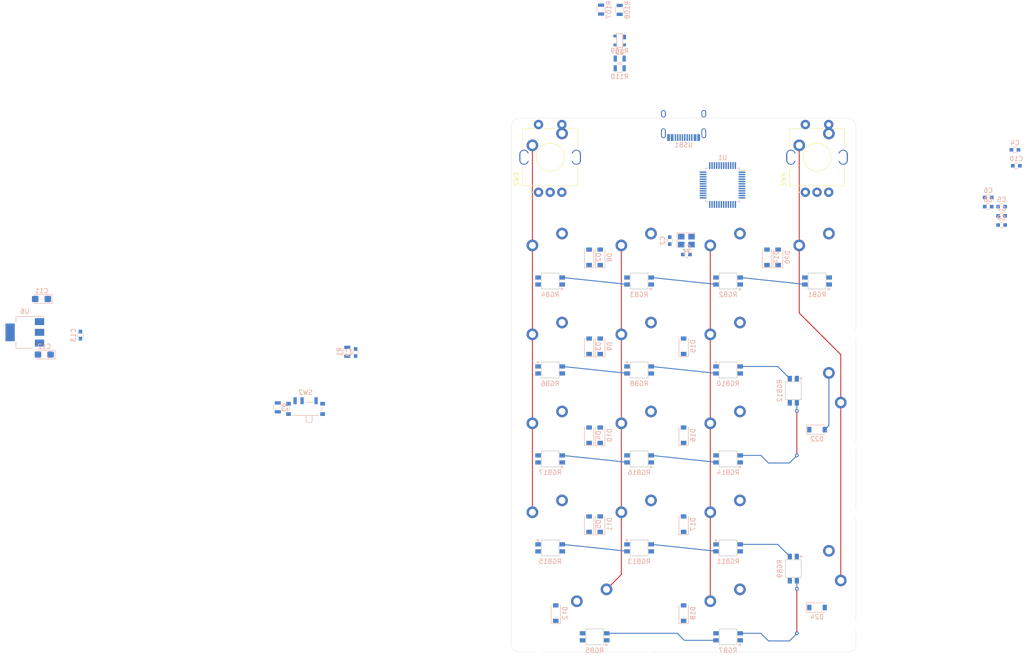
<source format=kicad_pcb>
(kicad_pcb (version 20171130) (host pcbnew "(5.1.10)-1")

  (general
    (thickness 1.6)
    (drawings 8)
    (tracks 54)
    (zones 0)
    (modules 80)
    (nets 106)
  )

  (page A4)
  (layers
    (0 F.Cu signal)
    (31 B.Cu signal)
    (32 B.Adhes user)
    (33 F.Adhes user)
    (34 B.Paste user)
    (35 F.Paste user)
    (36 B.SilkS user)
    (37 F.SilkS user)
    (38 B.Mask user)
    (39 F.Mask user)
    (40 Dwgs.User user)
    (41 Cmts.User user)
    (42 Eco1.User user)
    (43 Eco2.User user)
    (44 Edge.Cuts user)
    (45 Margin user)
    (46 B.CrtYd user)
    (47 F.CrtYd user)
    (48 B.Fab user)
    (49 F.Fab user)
  )

  (setup
    (last_trace_width 0.2)
    (trace_clearance 0.2)
    (zone_clearance 0.508)
    (zone_45_only no)
    (trace_min 0.2)
    (via_size 0.8)
    (via_drill 0.4)
    (via_min_size 0.4)
    (via_min_drill 0.3)
    (uvia_size 0.3)
    (uvia_drill 0.1)
    (uvias_allowed no)
    (uvia_min_size 0.2)
    (uvia_min_drill 0.1)
    (edge_width 0.05)
    (segment_width 0.2)
    (pcb_text_width 0.3)
    (pcb_text_size 1.5 1.5)
    (mod_edge_width 0.12)
    (mod_text_size 1 1)
    (mod_text_width 0.15)
    (pad_size 1.524 1.524)
    (pad_drill 0.762)
    (pad_to_mask_clearance 0)
    (aux_axis_origin 0 0)
    (visible_elements 7FFFF7FF)
    (pcbplotparams
      (layerselection 0x010fc_ffffffff)
      (usegerberextensions false)
      (usegerberattributes true)
      (usegerberadvancedattributes true)
      (creategerberjobfile true)
      (excludeedgelayer true)
      (linewidth 0.100000)
      (plotframeref false)
      (viasonmask false)
      (mode 1)
      (useauxorigin false)
      (hpglpennumber 1)
      (hpglpenspeed 20)
      (hpglpendiameter 15.000000)
      (psnegative false)
      (psa4output false)
      (plotreference true)
      (plotvalue true)
      (plotinvisibletext false)
      (padsonsilk false)
      (subtractmaskfromsilk false)
      (outputformat 1)
      (mirror false)
      (drillshape 1)
      (scaleselection 1)
      (outputdirectory ""))
  )

  (net 0 "")
  (net 1 GND)
  (net 2 "Net-(C3-Pad1)")
  (net 3 VCC)
  (net 4 +5V)
  (net 5 Boot0)
  (net 6 "Net-(U1-Pad46)")
  (net 7 "Net-(U1-Pad45)")
  (net 8 "Net-(R2-Pad2)")
  (net 9 "Net-(U1-Pad43)")
  (net 10 "Net-(U1-Pad42)")
  (net 11 "Net-(U1-Pad41)")
  (net 12 "Net-(U1-Pad40)")
  (net 13 "Net-(U1-Pad39)")
  (net 14 "Net-(U1-Pad38)")
  (net 15 SWCLK)
  (net 16 SWDIO)
  (net 17 D+)
  (net 18 D-)
  (net 19 "Net-(U1-Pad31)")
  (net 20 "Net-(U1-Pad30)")
  (net 21 "Net-(U1-Pad29)")
  (net 22 "Net-(U1-Pad28)")
  (net 23 "Net-(U1-Pad27)")
  (net 24 "Net-(U1-Pad26)")
  (net 25 "Net-(U1-Pad25)")
  (net 26 "Net-(U1-Pad22)")
  (net 27 "Net-(U1-Pad21)")
  (net 28 "Net-(U1-Pad20)")
  (net 29 "Net-(U1-Pad19)")
  (net 30 "Net-(U1-Pad18)")
  (net 31 "Net-(U1-Pad16)")
  (net 32 "Net-(U1-Pad15)")
  (net 33 "Net-(U1-Pad14)")
  (net 34 "Net-(U1-Pad13)")
  (net 35 "Net-(U1-Pad12)")
  (net 36 "Net-(U1-Pad11)")
  (net 37 "Net-(U1-Pad10)")
  (net 38 "Net-(C1-Pad1)")
  (net 39 "Net-(U1-Pad4)")
  (net 40 "Net-(U1-Pad3)")
  (net 41 "Net-(U1-Pad2)")
  (net 42 "Net-(C2-Pad1)")
  (net 43 "Net-(R107-Pad2)")
  (net 44 "Net-(R108-Pad2)")
  (net 45 /R-)
  (net 46 /R+)
  (net 47 "Net-(USB1-Pad3)")
  (net 48 "Net-(USB1-Pad9)")
  (net 49 "Net-(D1-Pad2)")
  (net 50 "Net-(D14-Pad1)")
  (net 51 "Net-(D2-Pad2)")
  (net 52 "Net-(D15-Pad1)")
  (net 53 "Net-(D3-Pad2)")
  (net 54 "Net-(D10-Pad1)")
  (net 55 "Net-(D4-Pad2)")
  (net 56 "Net-(D11-Pad1)")
  (net 57 "Net-(D5-Pad2)")
  (net 58 "Net-(D12-Pad1)")
  (net 59 "Net-(D7-Pad2)")
  (net 60 "Net-(D8-Pad2)")
  (net 61 "Net-(D9-Pad2)")
  (net 62 "Net-(D10-Pad2)")
  (net 63 "Net-(D11-Pad2)")
  (net 64 "Net-(D12-Pad2)")
  (net 65 "Net-(D14-Pad2)")
  (net 66 "Net-(D15-Pad2)")
  (net 67 "Net-(D16-Pad2)")
  (net 68 "Net-(D17-Pad2)")
  (net 69 "Net-(D18-Pad2)")
  (net 70 "Net-(D20-Pad2)")
  (net 71 "Net-(D22-Pad2)")
  (net 72 "Net-(D24-Pad2)")
  (net 73 "Net-(MX1-Pad1)")
  (net 74 "Net-(MX10-Pad1)")
  (net 75 "Net-(MX14-Pad1)")
  (net 76 "Net-(MX13-Pad2)")
  (net 77 "Net-(U1-Pad17)")
  (net 78 "Net-(RGB1-Pad2)")
  (net 79 "Net-(RGB1-Pad4)")
  (net 80 "Net-(RGB2-Pad2)")
  (net 81 "Net-(RGB3-Pad2)")
  (net 82 "Net-(RGB4-Pad2)")
  (net 83 "Net-(RGB5-Pad2)")
  (net 84 "Net-(RGB5-Pad4)")
  (net 85 "Net-(RGB6-Pad2)")
  (net 86 "Net-(RGB7-Pad4)")
  (net 87 "Net-(RGB10-Pad4)")
  (net 88 "Net-(RGB11-Pad2)")
  (net 89 "Net-(RGB10-Pad2)")
  (net 90 "Net-(RGB11-Pad4)")
  (net 91 "Net-(RGB12-Pad2)")
  (net 92 "Net-(RGB13-Pad4)")
  (net 93 "Net-(RGB14-Pad2)")
  (net 94 "Net-(RGB15-Pad4)")
  (net 95 "Net-(RGB16-Pad2)")
  (net 96 "Net-(SW3-PadA)")
  (net 97 "Net-(SW3-PadC)")
  (net 98 "Net-(SW3-PadB)")
  (net 99 "Net-(SW3-PadS2)")
  (net 100 "Net-(SW3-PadS1)")
  (net 101 "Net-(SW4-PadA)")
  (net 102 "Net-(SW4-PadC)")
  (net 103 "Net-(SW4-PadB)")
  (net 104 "Net-(SW4-PadS2)")
  (net 105 "Net-(SW4-PadS1)")

  (net_class Default "This is the default net class."
    (clearance 0.2)
    (trace_width 0.2)
    (via_dia 0.8)
    (via_drill 0.4)
    (uvia_dia 0.3)
    (uvia_drill 0.1)
    (add_net +5V)
    (add_net /R+)
    (add_net /R-)
    (add_net Boot0)
    (add_net D+)
    (add_net D-)
    (add_net GND)
    (add_net "Net-(C1-Pad1)")
    (add_net "Net-(C2-Pad1)")
    (add_net "Net-(C3-Pad1)")
    (add_net "Net-(D1-Pad2)")
    (add_net "Net-(D10-Pad1)")
    (add_net "Net-(D10-Pad2)")
    (add_net "Net-(D11-Pad1)")
    (add_net "Net-(D11-Pad2)")
    (add_net "Net-(D12-Pad1)")
    (add_net "Net-(D12-Pad2)")
    (add_net "Net-(D14-Pad1)")
    (add_net "Net-(D14-Pad2)")
    (add_net "Net-(D15-Pad1)")
    (add_net "Net-(D15-Pad2)")
    (add_net "Net-(D16-Pad2)")
    (add_net "Net-(D17-Pad2)")
    (add_net "Net-(D18-Pad2)")
    (add_net "Net-(D2-Pad2)")
    (add_net "Net-(D20-Pad2)")
    (add_net "Net-(D22-Pad2)")
    (add_net "Net-(D24-Pad2)")
    (add_net "Net-(D3-Pad2)")
    (add_net "Net-(D4-Pad2)")
    (add_net "Net-(D5-Pad2)")
    (add_net "Net-(D7-Pad2)")
    (add_net "Net-(D8-Pad2)")
    (add_net "Net-(D9-Pad2)")
    (add_net "Net-(MX1-Pad1)")
    (add_net "Net-(MX10-Pad1)")
    (add_net "Net-(MX13-Pad2)")
    (add_net "Net-(MX14-Pad1)")
    (add_net "Net-(R107-Pad2)")
    (add_net "Net-(R108-Pad2)")
    (add_net "Net-(R2-Pad2)")
    (add_net "Net-(RGB1-Pad2)")
    (add_net "Net-(RGB1-Pad4)")
    (add_net "Net-(RGB10-Pad2)")
    (add_net "Net-(RGB10-Pad4)")
    (add_net "Net-(RGB11-Pad2)")
    (add_net "Net-(RGB11-Pad4)")
    (add_net "Net-(RGB12-Pad2)")
    (add_net "Net-(RGB13-Pad4)")
    (add_net "Net-(RGB14-Pad2)")
    (add_net "Net-(RGB15-Pad4)")
    (add_net "Net-(RGB16-Pad2)")
    (add_net "Net-(RGB2-Pad2)")
    (add_net "Net-(RGB3-Pad2)")
    (add_net "Net-(RGB4-Pad2)")
    (add_net "Net-(RGB5-Pad2)")
    (add_net "Net-(RGB5-Pad4)")
    (add_net "Net-(RGB6-Pad2)")
    (add_net "Net-(RGB7-Pad4)")
    (add_net "Net-(SW3-PadA)")
    (add_net "Net-(SW3-PadB)")
    (add_net "Net-(SW3-PadC)")
    (add_net "Net-(SW3-PadS1)")
    (add_net "Net-(SW3-PadS2)")
    (add_net "Net-(SW4-PadA)")
    (add_net "Net-(SW4-PadB)")
    (add_net "Net-(SW4-PadC)")
    (add_net "Net-(SW4-PadS1)")
    (add_net "Net-(SW4-PadS2)")
    (add_net "Net-(U1-Pad10)")
    (add_net "Net-(U1-Pad11)")
    (add_net "Net-(U1-Pad12)")
    (add_net "Net-(U1-Pad13)")
    (add_net "Net-(U1-Pad14)")
    (add_net "Net-(U1-Pad15)")
    (add_net "Net-(U1-Pad16)")
    (add_net "Net-(U1-Pad17)")
    (add_net "Net-(U1-Pad18)")
    (add_net "Net-(U1-Pad19)")
    (add_net "Net-(U1-Pad2)")
    (add_net "Net-(U1-Pad20)")
    (add_net "Net-(U1-Pad21)")
    (add_net "Net-(U1-Pad22)")
    (add_net "Net-(U1-Pad25)")
    (add_net "Net-(U1-Pad26)")
    (add_net "Net-(U1-Pad27)")
    (add_net "Net-(U1-Pad28)")
    (add_net "Net-(U1-Pad29)")
    (add_net "Net-(U1-Pad3)")
    (add_net "Net-(U1-Pad30)")
    (add_net "Net-(U1-Pad31)")
    (add_net "Net-(U1-Pad38)")
    (add_net "Net-(U1-Pad39)")
    (add_net "Net-(U1-Pad4)")
    (add_net "Net-(U1-Pad40)")
    (add_net "Net-(U1-Pad41)")
    (add_net "Net-(U1-Pad42)")
    (add_net "Net-(U1-Pad43)")
    (add_net "Net-(U1-Pad45)")
    (add_net "Net-(U1-Pad46)")
    (add_net "Net-(USB1-Pad3)")
    (add_net "Net-(USB1-Pad9)")
    (add_net SWCLK)
    (add_net SWDIO)
    (add_net VCC)
  )

  (module sanproject-keyboard-part:RotaryEncoder_Alps_EC11E-Switch_Vertical_H20mm_Center (layer F.Cu) (tedit 60CF2E94) (tstamp 60D3F1D5)
    (at 247.65 54.76876 90)
    (descr "Alps rotary encoder, EC12E... with switch, vertical shaft, http://www.alps.com/prod/info/E/HTML/Encoder/Incremental/EC11/EC11E15204A3.html")
    (tags "rotary encoder")
    (path /60FE4781)
    (fp_text reference SW4 (at -4.7 -7.2 270) (layer F.SilkS)
      (effects (font (size 1 1) (thickness 0.15)))
    )
    (fp_text value Rotary_Encoder_Switch (at 0 7.9 270) (layer F.Fab)
      (effects (font (size 1 1) (thickness 0.15)))
    )
    (fp_line (start -0.5 0) (end 0.5 0) (layer F.SilkS) (width 0.12))
    (fp_line (start 0 -0.5) (end 0 0.5) (layer F.SilkS) (width 0.12))
    (fp_line (start 6.1 3.5) (end 6.1 5.9) (layer F.SilkS) (width 0.12))
    (fp_line (start 6.1 -1.3) (end 6.1 1.3) (layer F.SilkS) (width 0.12))
    (fp_line (start 6.1 -5.9) (end 6.1 -3.5) (layer F.SilkS) (width 0.12))
    (fp_line (start -3 0) (end 3 0) (layer F.Fab) (width 0.12))
    (fp_line (start 0 -3) (end 0 3) (layer F.Fab) (width 0.12))
    (fp_line (start -7.2 -4.1) (end -7.5 -3.8) (layer F.SilkS) (width 0.12))
    (fp_line (start -7.8 -4.1) (end -7.2 -4.1) (layer F.SilkS) (width 0.12))
    (fp_line (start -7.5 -3.8) (end -7.8 -4.1) (layer F.SilkS) (width 0.12))
    (fp_line (start -6.1 -5.9) (end -6.1 5.9) (layer F.SilkS) (width 0.12))
    (fp_line (start -2 -5.9) (end -6.1 -5.9) (layer F.SilkS) (width 0.12))
    (fp_line (start -2 5.9) (end -6.1 5.9) (layer F.SilkS) (width 0.12))
    (fp_line (start 6.1 5.9) (end 2 5.9) (layer F.SilkS) (width 0.12))
    (fp_line (start 2 -5.9) (end 6.1 -5.9) (layer F.SilkS) (width 0.12))
    (fp_line (start -6 -4.7) (end -5 -5.8) (layer F.Fab) (width 0.12))
    (fp_line (start -6 5.8) (end -6 -4.7) (layer F.Fab) (width 0.12))
    (fp_line (start 6 5.8) (end -6 5.8) (layer F.Fab) (width 0.12))
    (fp_line (start 6 -5.8) (end 6 5.8) (layer F.Fab) (width 0.12))
    (fp_line (start -5 -5.8) (end 6 -5.8) (layer F.Fab) (width 0.12))
    (fp_line (start -9 -7.1) (end 8.5 -7.1) (layer F.CrtYd) (width 0.05))
    (fp_line (start -9 -7.1) (end -9 7.1) (layer F.CrtYd) (width 0.05))
    (fp_line (start 8.5 7.1) (end 8.5 -7.1) (layer F.CrtYd) (width 0.05))
    (fp_line (start 8.5 7.1) (end -9 7.1) (layer F.CrtYd) (width 0.05))
    (fp_circle (center 0 0) (end 3 0) (layer F.SilkS) (width 0.12))
    (fp_circle (center 0 0) (end 3 0) (layer F.Fab) (width 0.12))
    (fp_text user %R (at 3.6 3.8 270) (layer F.Fab)
      (effects (font (size 1 1) (thickness 0.15)))
    )
    (pad A thru_hole circle (at -7.5 -2.5 90) (size 2 2) (drill 1) (layers *.Cu *.Mask)
      (net 101 "Net-(SW4-PadA)"))
    (pad C thru_hole circle (at -7.5 0 90) (size 2 2) (drill 1) (layers *.Cu *.Mask)
      (net 102 "Net-(SW4-PadC)"))
    (pad B thru_hole circle (at -7.5 2.5 90) (size 2 2) (drill 1) (layers *.Cu *.Mask)
      (net 103 "Net-(SW4-PadB)"))
    (pad MP thru_hole oval (at 0 -5.6 90) (size 3.2 2) (drill oval 2.8 1.5) (layers *.Cu *.Mask))
    (pad MP thru_hole oval (at 0 5.6 90) (size 3.2 2) (drill oval 2.8 1.5) (layers *.Cu *.Mask))
    (pad S2 thru_hole circle (at 7 -2.5 90) (size 2 2) (drill 1) (layers *.Cu *.Mask)
      (net 104 "Net-(SW4-PadS2)"))
    (pad S1 thru_hole circle (at 7 2.5 90) (size 2 2) (drill 1) (layers *.Cu *.Mask)
      (net 105 "Net-(SW4-PadS1)"))
    (model ${KISYS3DMOD}/Rotary_Encoder.3dshapes/RotaryEncoder_Alps_EC11E-Switch_Vertical_H20mm.wrl
      (at (xyz 0 0 0))
      (scale (xyz 1 1 1))
      (rotate (xyz 0 0 0))
    )
  )

  (module sanproject-keyboard-part:RotaryEncoder_Alps_EC11E-Switch_Vertical_H20mm_Center (layer F.Cu) (tedit 60CF2E94) (tstamp 60D3F1AF)
    (at 190.5 54.76876 90)
    (descr "Alps rotary encoder, EC12E... with switch, vertical shaft, http://www.alps.com/prod/info/E/HTML/Encoder/Incremental/EC11/EC11E15204A3.html")
    (tags "rotary encoder")
    (path /60FE6EEB)
    (fp_text reference SW3 (at -4.7 -7.2 270) (layer F.SilkS)
      (effects (font (size 1 1) (thickness 0.15)))
    )
    (fp_text value Rotary_Encoder_Switch (at 0 7.9 270) (layer F.Fab)
      (effects (font (size 1 1) (thickness 0.15)))
    )
    (fp_line (start -0.5 0) (end 0.5 0) (layer F.SilkS) (width 0.12))
    (fp_line (start 0 -0.5) (end 0 0.5) (layer F.SilkS) (width 0.12))
    (fp_line (start 6.1 3.5) (end 6.1 5.9) (layer F.SilkS) (width 0.12))
    (fp_line (start 6.1 -1.3) (end 6.1 1.3) (layer F.SilkS) (width 0.12))
    (fp_line (start 6.1 -5.9) (end 6.1 -3.5) (layer F.SilkS) (width 0.12))
    (fp_line (start -3 0) (end 3 0) (layer F.Fab) (width 0.12))
    (fp_line (start 0 -3) (end 0 3) (layer F.Fab) (width 0.12))
    (fp_line (start -7.2 -4.1) (end -7.5 -3.8) (layer F.SilkS) (width 0.12))
    (fp_line (start -7.8 -4.1) (end -7.2 -4.1) (layer F.SilkS) (width 0.12))
    (fp_line (start -7.5 -3.8) (end -7.8 -4.1) (layer F.SilkS) (width 0.12))
    (fp_line (start -6.1 -5.9) (end -6.1 5.9) (layer F.SilkS) (width 0.12))
    (fp_line (start -2 -5.9) (end -6.1 -5.9) (layer F.SilkS) (width 0.12))
    (fp_line (start -2 5.9) (end -6.1 5.9) (layer F.SilkS) (width 0.12))
    (fp_line (start 6.1 5.9) (end 2 5.9) (layer F.SilkS) (width 0.12))
    (fp_line (start 2 -5.9) (end 6.1 -5.9) (layer F.SilkS) (width 0.12))
    (fp_line (start -6 -4.7) (end -5 -5.8) (layer F.Fab) (width 0.12))
    (fp_line (start -6 5.8) (end -6 -4.7) (layer F.Fab) (width 0.12))
    (fp_line (start 6 5.8) (end -6 5.8) (layer F.Fab) (width 0.12))
    (fp_line (start 6 -5.8) (end 6 5.8) (layer F.Fab) (width 0.12))
    (fp_line (start -5 -5.8) (end 6 -5.8) (layer F.Fab) (width 0.12))
    (fp_line (start -9 -7.1) (end 8.5 -7.1) (layer F.CrtYd) (width 0.05))
    (fp_line (start -9 -7.1) (end -9 7.1) (layer F.CrtYd) (width 0.05))
    (fp_line (start 8.5 7.1) (end 8.5 -7.1) (layer F.CrtYd) (width 0.05))
    (fp_line (start 8.5 7.1) (end -9 7.1) (layer F.CrtYd) (width 0.05))
    (fp_circle (center 0 0) (end 3 0) (layer F.SilkS) (width 0.12))
    (fp_circle (center 0 0) (end 3 0) (layer F.Fab) (width 0.12))
    (fp_text user %R (at 3.6 3.8 270) (layer F.Fab)
      (effects (font (size 1 1) (thickness 0.15)))
    )
    (pad A thru_hole circle (at -7.5 -2.5 90) (size 2 2) (drill 1) (layers *.Cu *.Mask)
      (net 96 "Net-(SW3-PadA)"))
    (pad C thru_hole circle (at -7.5 0 90) (size 2 2) (drill 1) (layers *.Cu *.Mask)
      (net 97 "Net-(SW3-PadC)"))
    (pad B thru_hole circle (at -7.5 2.5 90) (size 2 2) (drill 1) (layers *.Cu *.Mask)
      (net 98 "Net-(SW3-PadB)"))
    (pad MP thru_hole oval (at 0 -5.6 90) (size 3.2 2) (drill oval 2.8 1.5) (layers *.Cu *.Mask))
    (pad MP thru_hole oval (at 0 5.6 90) (size 3.2 2) (drill oval 2.8 1.5) (layers *.Cu *.Mask))
    (pad S2 thru_hole circle (at 7 -2.5 90) (size 2 2) (drill 1) (layers *.Cu *.Mask)
      (net 99 "Net-(SW3-PadS2)"))
    (pad S1 thru_hole circle (at 7 2.5 90) (size 2 2) (drill 1) (layers *.Cu *.Mask)
      (net 100 "Net-(SW3-PadS1)"))
    (model ${KISYS3DMOD}/Rotary_Encoder.3dshapes/RotaryEncoder_Alps_EC11E-Switch_Vertical_H20mm.wrl
      (at (xyz 0 0 0))
      (scale (xyz 1 1 1))
      (rotate (xyz 0 0 0))
    )
  )

  (module sanproject-keyboard-part:RGB-6028_FLIPPED (layer B.Cu) (tedit 5F9BF5B0) (tstamp 60D31D09)
    (at 190.5008 133.35056 180)
    (path /60E3FD39)
    (attr smd)
    (fp_text reference RGB15 (at 0 -8) (layer B.SilkS)
      (effects (font (size 1 1) (thickness 0.15)) (justify mirror))
    )
    (fp_text value WS2812B (at 0 -2.3) (layer B.Fab)
      (effects (font (size 1 1) (thickness 0.15)) (justify mirror))
    )
    (fp_line (start 1.9 -3.38) (end -1.9 -3.38) (layer Edge.Cuts) (width 0.15))
    (fp_line (start 1.9 -3.38) (end 1.9 -6.78) (layer Edge.Cuts) (width 0.15))
    (fp_line (start 1.9 -6.78) (end -1.9 -6.78) (layer Edge.Cuts) (width 0.15))
    (fp_line (start -1.9 -3.38) (end -1.9 -6.78) (layer Edge.Cuts) (width 0.15))
    (fp_line (start -9.525 9.525) (end 9.525 9.525) (layer Dwgs.User) (width 0.15))
    (fp_line (start 9.525 9.525) (end 9.525 -9.525) (layer Dwgs.User) (width 0.15))
    (fp_line (start 9.525 -9.525) (end -9.525 -9.525) (layer Dwgs.User) (width 0.15))
    (fp_line (start -9.525 -9.525) (end -9.525 9.525) (layer Dwgs.User) (width 0.15))
    (fp_circle (center 2.610048 -3.455088) (end 2.610048 -3.255088) (layer B.SilkS) (width 0.15))
    (pad 4 smd rect (at 2.595 -5.83 180) (size 1.19 0.9) (layers B.Cu B.Paste B.Mask)
      (net 94 "Net-(RGB15-Pad4)"))
    (pad 2 smd rect (at -2.595 -4.33 180) (size 1.19 0.9) (layers B.Cu B.Paste B.Mask)
      (net 92 "Net-(RGB13-Pad4)"))
    (pad 1 smd rect (at -2.595 -5.83 180) (size 1.19 0.9) (layers B.Cu B.Paste B.Mask)
      (net 4 +5V))
    (pad 3 smd rect (at 2.595 -4.33 180) (size 1.19 0.9) (layers B.Cu B.Paste B.Mask)
      (net 1 GND))
  )

  (module sanproject-keyboard-part:RGB-6028_FLIPPED (layer B.Cu) (tedit 5F9BF5B0) (tstamp 60D31CE7)
    (at 209.55088 133.35056 180)
    (path /60E3FD3F)
    (attr smd)
    (fp_text reference RGB13 (at 0 -8) (layer B.SilkS)
      (effects (font (size 1 1) (thickness 0.15)) (justify mirror))
    )
    (fp_text value WS2812B (at 0 -2.3) (layer B.Fab)
      (effects (font (size 1 1) (thickness 0.15)) (justify mirror))
    )
    (fp_line (start 1.9 -3.38) (end -1.9 -3.38) (layer Edge.Cuts) (width 0.15))
    (fp_line (start 1.9 -3.38) (end 1.9 -6.78) (layer Edge.Cuts) (width 0.15))
    (fp_line (start 1.9 -6.78) (end -1.9 -6.78) (layer Edge.Cuts) (width 0.15))
    (fp_line (start -1.9 -3.38) (end -1.9 -6.78) (layer Edge.Cuts) (width 0.15))
    (fp_line (start -9.525 9.525) (end 9.525 9.525) (layer Dwgs.User) (width 0.15))
    (fp_line (start 9.525 9.525) (end 9.525 -9.525) (layer Dwgs.User) (width 0.15))
    (fp_line (start 9.525 -9.525) (end -9.525 -9.525) (layer Dwgs.User) (width 0.15))
    (fp_line (start -9.525 -9.525) (end -9.525 9.525) (layer Dwgs.User) (width 0.15))
    (fp_circle (center 2.610048 -3.455088) (end 2.610048 -3.255088) (layer B.SilkS) (width 0.15))
    (pad 4 smd rect (at 2.595 -5.83 180) (size 1.19 0.9) (layers B.Cu B.Paste B.Mask)
      (net 92 "Net-(RGB13-Pad4)"))
    (pad 2 smd rect (at -2.595 -4.33 180) (size 1.19 0.9) (layers B.Cu B.Paste B.Mask)
      (net 90 "Net-(RGB11-Pad4)"))
    (pad 1 smd rect (at -2.595 -5.83 180) (size 1.19 0.9) (layers B.Cu B.Paste B.Mask)
      (net 4 +5V))
    (pad 3 smd rect (at 2.595 -4.33 180) (size 1.19 0.9) (layers B.Cu B.Paste B.Mask)
      (net 1 GND))
  )

  (module sanproject-keyboard-part:RGB-6028_FLIPPED (layer B.Cu) (tedit 5F9BF5B0) (tstamp 60D31CC5)
    (at 228.60096 133.35056 180)
    (path /60E3FD45)
    (attr smd)
    (fp_text reference RGB11 (at 0 -8) (layer B.SilkS)
      (effects (font (size 1 1) (thickness 0.15)) (justify mirror))
    )
    (fp_text value WS2812B (at 0 -2.3) (layer B.Fab)
      (effects (font (size 1 1) (thickness 0.15)) (justify mirror))
    )
    (fp_line (start 1.9 -3.38) (end -1.9 -3.38) (layer Edge.Cuts) (width 0.15))
    (fp_line (start 1.9 -3.38) (end 1.9 -6.78) (layer Edge.Cuts) (width 0.15))
    (fp_line (start 1.9 -6.78) (end -1.9 -6.78) (layer Edge.Cuts) (width 0.15))
    (fp_line (start -1.9 -3.38) (end -1.9 -6.78) (layer Edge.Cuts) (width 0.15))
    (fp_line (start -9.525 9.525) (end 9.525 9.525) (layer Dwgs.User) (width 0.15))
    (fp_line (start 9.525 9.525) (end 9.525 -9.525) (layer Dwgs.User) (width 0.15))
    (fp_line (start 9.525 -9.525) (end -9.525 -9.525) (layer Dwgs.User) (width 0.15))
    (fp_line (start -9.525 -9.525) (end -9.525 9.525) (layer Dwgs.User) (width 0.15))
    (fp_circle (center 2.610048 -3.455088) (end 2.610048 -3.255088) (layer B.SilkS) (width 0.15))
    (pad 4 smd rect (at 2.595 -5.83 180) (size 1.19 0.9) (layers B.Cu B.Paste B.Mask)
      (net 90 "Net-(RGB11-Pad4)"))
    (pad 2 smd rect (at -2.595 -4.33 180) (size 1.19 0.9) (layers B.Cu B.Paste B.Mask)
      (net 88 "Net-(RGB11-Pad2)"))
    (pad 1 smd rect (at -2.595 -5.83 180) (size 1.19 0.9) (layers B.Cu B.Paste B.Mask)
      (net 4 +5V))
    (pad 3 smd rect (at 2.595 -4.33 180) (size 1.19 0.9) (layers B.Cu B.Paste B.Mask)
      (net 1 GND))
  )

  (module sanproject-keyboard-part:RGB-6028_FLIPPED (layer B.Cu) (tedit 5F9BF5B0) (tstamp 60D31CA3)
    (at 247.65104 142.8756 90)
    (path /60E3FD4B)
    (attr smd)
    (fp_text reference RGB9 (at 0 -8 90) (layer B.SilkS)
      (effects (font (size 1 1) (thickness 0.15)) (justify mirror))
    )
    (fp_text value WS2812B (at 0 -2.3 90) (layer B.Fab)
      (effects (font (size 1 1) (thickness 0.15)) (justify mirror))
    )
    (fp_line (start 1.9 -3.38) (end -1.9 -3.38) (layer Edge.Cuts) (width 0.15))
    (fp_line (start 1.9 -3.38) (end 1.9 -6.78) (layer Edge.Cuts) (width 0.15))
    (fp_line (start 1.9 -6.78) (end -1.9 -6.78) (layer Edge.Cuts) (width 0.15))
    (fp_line (start -1.9 -3.38) (end -1.9 -6.78) (layer Edge.Cuts) (width 0.15))
    (fp_line (start -9.525 9.525) (end 9.525 9.525) (layer Dwgs.User) (width 0.15))
    (fp_line (start 9.525 9.525) (end 9.525 -9.525) (layer Dwgs.User) (width 0.15))
    (fp_line (start 9.525 -9.525) (end -9.525 -9.525) (layer Dwgs.User) (width 0.15))
    (fp_line (start -9.525 -9.525) (end -9.525 9.525) (layer Dwgs.User) (width 0.15))
    (fp_circle (center 2.610048 -3.455088) (end 2.610048 -3.255088) (layer B.SilkS) (width 0.15))
    (pad 4 smd rect (at 2.595 -5.83 90) (size 1.19 0.9) (layers B.Cu B.Paste B.Mask)
      (net 88 "Net-(RGB11-Pad2)"))
    (pad 2 smd rect (at -2.595 -4.33 90) (size 1.19 0.9) (layers B.Cu B.Paste B.Mask)
      (net 86 "Net-(RGB7-Pad4)"))
    (pad 1 smd rect (at -2.595 -5.83 90) (size 1.19 0.9) (layers B.Cu B.Paste B.Mask)
      (net 4 +5V))
    (pad 3 smd rect (at 2.595 -4.33 90) (size 1.19 0.9) (layers B.Cu B.Paste B.Mask)
      (net 1 GND))
  )

  (module sanproject-keyboard-part:RGB-6028_FLIPPED (layer B.Cu) (tedit 5F9BF5B0) (tstamp 60D31CD6)
    (at 247.65104 104.77544 90)
    (path /60E32465)
    (attr smd)
    (fp_text reference RGB12 (at 0 -8 90) (layer B.SilkS)
      (effects (font (size 1 1) (thickness 0.15)) (justify mirror))
    )
    (fp_text value WS2812B (at 0 -2.3 90) (layer B.Fab)
      (effects (font (size 1 1) (thickness 0.15)) (justify mirror))
    )
    (fp_line (start 1.9 -3.38) (end -1.9 -3.38) (layer Edge.Cuts) (width 0.15))
    (fp_line (start 1.9 -3.38) (end 1.9 -6.78) (layer Edge.Cuts) (width 0.15))
    (fp_line (start 1.9 -6.78) (end -1.9 -6.78) (layer Edge.Cuts) (width 0.15))
    (fp_line (start -1.9 -3.38) (end -1.9 -6.78) (layer Edge.Cuts) (width 0.15))
    (fp_line (start -9.525 9.525) (end 9.525 9.525) (layer Dwgs.User) (width 0.15))
    (fp_line (start 9.525 9.525) (end 9.525 -9.525) (layer Dwgs.User) (width 0.15))
    (fp_line (start 9.525 -9.525) (end -9.525 -9.525) (layer Dwgs.User) (width 0.15))
    (fp_line (start -9.525 -9.525) (end -9.525 9.525) (layer Dwgs.User) (width 0.15))
    (fp_circle (center 2.610048 -3.455088) (end 2.610048 -3.255088) (layer B.SilkS) (width 0.15))
    (pad 4 smd rect (at 2.595 -5.83 90) (size 1.19 0.9) (layers B.Cu B.Paste B.Mask)
      (net 89 "Net-(RGB10-Pad2)"))
    (pad 2 smd rect (at -2.595 -4.33 90) (size 1.19 0.9) (layers B.Cu B.Paste B.Mask)
      (net 91 "Net-(RGB12-Pad2)"))
    (pad 1 smd rect (at -2.595 -5.83 90) (size 1.19 0.9) (layers B.Cu B.Paste B.Mask)
      (net 4 +5V))
    (pad 3 smd rect (at 2.595 -4.33 90) (size 1.19 0.9) (layers B.Cu B.Paste B.Mask)
      (net 1 GND))
  )

  (module sanproject-keyboard-part:RGB-6028_FLIPPED (layer B.Cu) (tedit 5F9BF5B0) (tstamp 60D31CB4)
    (at 228.60096 95.2504 180)
    (path /60E3245F)
    (attr smd)
    (fp_text reference RGB10 (at 0 -8) (layer B.SilkS)
      (effects (font (size 1 1) (thickness 0.15)) (justify mirror))
    )
    (fp_text value WS2812B (at 0 -2.3) (layer B.Fab)
      (effects (font (size 1 1) (thickness 0.15)) (justify mirror))
    )
    (fp_line (start 1.9 -3.38) (end -1.9 -3.38) (layer Edge.Cuts) (width 0.15))
    (fp_line (start 1.9 -3.38) (end 1.9 -6.78) (layer Edge.Cuts) (width 0.15))
    (fp_line (start 1.9 -6.78) (end -1.9 -6.78) (layer Edge.Cuts) (width 0.15))
    (fp_line (start -1.9 -3.38) (end -1.9 -6.78) (layer Edge.Cuts) (width 0.15))
    (fp_line (start -9.525 9.525) (end 9.525 9.525) (layer Dwgs.User) (width 0.15))
    (fp_line (start 9.525 9.525) (end 9.525 -9.525) (layer Dwgs.User) (width 0.15))
    (fp_line (start 9.525 -9.525) (end -9.525 -9.525) (layer Dwgs.User) (width 0.15))
    (fp_line (start -9.525 -9.525) (end -9.525 9.525) (layer Dwgs.User) (width 0.15))
    (fp_circle (center 2.610048 -3.455088) (end 2.610048 -3.255088) (layer B.SilkS) (width 0.15))
    (pad 4 smd rect (at 2.595 -5.83 180) (size 1.19 0.9) (layers B.Cu B.Paste B.Mask)
      (net 87 "Net-(RGB10-Pad4)"))
    (pad 2 smd rect (at -2.595 -4.33 180) (size 1.19 0.9) (layers B.Cu B.Paste B.Mask)
      (net 89 "Net-(RGB10-Pad2)"))
    (pad 1 smd rect (at -2.595 -5.83 180) (size 1.19 0.9) (layers B.Cu B.Paste B.Mask)
      (net 4 +5V))
    (pad 3 smd rect (at 2.595 -4.33 180) (size 1.19 0.9) (layers B.Cu B.Paste B.Mask)
      (net 1 GND))
  )

  (module sanproject-keyboard-part:RGB-6028 (layer B.Cu) (tedit 5F9AE305) (tstamp 60D31C81)
    (at 228.60096 152.40064 180)
    (path /60E06B44)
    (attr smd)
    (fp_text reference RGB7 (at 0 -8) (layer B.SilkS)
      (effects (font (size 1 1) (thickness 0.15)) (justify mirror))
    )
    (fp_text value WS2812B (at 0 -2.3) (layer B.Fab)
      (effects (font (size 1 1) (thickness 0.15)) (justify mirror))
    )
    (fp_line (start 1.9 -3.38) (end -1.9 -3.38) (layer Edge.Cuts) (width 0.15))
    (fp_line (start 1.9 -3.38) (end 1.9 -6.78) (layer Edge.Cuts) (width 0.15))
    (fp_line (start 1.9 -6.78) (end -1.9 -6.78) (layer Edge.Cuts) (width 0.15))
    (fp_line (start -1.9 -3.38) (end -1.9 -6.78) (layer Edge.Cuts) (width 0.15))
    (fp_line (start -9.525 9.525) (end 9.525 9.525) (layer Dwgs.User) (width 0.15))
    (fp_line (start 9.525 9.525) (end 9.525 -9.525) (layer Dwgs.User) (width 0.15))
    (fp_line (start 9.525 -9.525) (end -9.525 -9.525) (layer Dwgs.User) (width 0.15))
    (fp_line (start -9.525 -9.525) (end -9.525 9.525) (layer Dwgs.User) (width 0.15))
    (fp_circle (center -2.5 -6.8) (end -2.5 -6.6) (layer B.SilkS) (width 0.15))
    (pad 2 smd rect (at 2.595 -5.83 180) (size 1.19 0.9) (layers B.Cu B.Paste B.Mask)
      (net 84 "Net-(RGB5-Pad4)"))
    (pad 4 smd rect (at -2.595 -4.33 180) (size 1.19 0.9) (layers B.Cu B.Paste B.Mask)
      (net 86 "Net-(RGB7-Pad4)"))
    (pad 3 smd rect (at -2.595 -5.83 180) (size 1.19 0.9) (layers B.Cu B.Paste B.Mask)
      (net 1 GND))
    (pad 1 smd rect (at 2.595 -4.33 180) (size 1.19 0.9) (layers B.Cu B.Paste B.Mask)
      (net 4 +5V))
  )

  (module sanproject-keyboard-part:RGB-6028 (layer B.Cu) (tedit 5F9AE305) (tstamp 60D31C5F)
    (at 200.02584 152.40064 180)
    (path /60E081E9)
    (attr smd)
    (fp_text reference RGB5 (at 0 -8) (layer B.SilkS)
      (effects (font (size 1 1) (thickness 0.15)) (justify mirror))
    )
    (fp_text value WS2812B (at 0 -2.3) (layer B.Fab)
      (effects (font (size 1 1) (thickness 0.15)) (justify mirror))
    )
    (fp_line (start 1.9 -3.38) (end -1.9 -3.38) (layer Edge.Cuts) (width 0.15))
    (fp_line (start 1.9 -3.38) (end 1.9 -6.78) (layer Edge.Cuts) (width 0.15))
    (fp_line (start 1.9 -6.78) (end -1.9 -6.78) (layer Edge.Cuts) (width 0.15))
    (fp_line (start -1.9 -3.38) (end -1.9 -6.78) (layer Edge.Cuts) (width 0.15))
    (fp_line (start -9.525 9.525) (end 9.525 9.525) (layer Dwgs.User) (width 0.15))
    (fp_line (start 9.525 9.525) (end 9.525 -9.525) (layer Dwgs.User) (width 0.15))
    (fp_line (start 9.525 -9.525) (end -9.525 -9.525) (layer Dwgs.User) (width 0.15))
    (fp_line (start -9.525 -9.525) (end -9.525 9.525) (layer Dwgs.User) (width 0.15))
    (fp_circle (center -2.5 -6.8) (end -2.5 -6.6) (layer B.SilkS) (width 0.15))
    (pad 2 smd rect (at 2.595 -5.83 180) (size 1.19 0.9) (layers B.Cu B.Paste B.Mask)
      (net 83 "Net-(RGB5-Pad2)"))
    (pad 4 smd rect (at -2.595 -4.33 180) (size 1.19 0.9) (layers B.Cu B.Paste B.Mask)
      (net 84 "Net-(RGB5-Pad4)"))
    (pad 3 smd rect (at -2.595 -5.83 180) (size 1.19 0.9) (layers B.Cu B.Paste B.Mask)
      (net 1 GND))
    (pad 1 smd rect (at 2.595 -4.33 180) (size 1.19 0.9) (layers B.Cu B.Paste B.Mask)
      (net 4 +5V))
  )

  (module sanproject-keyboard-part:RGB-6028_FLIPPED (layer B.Cu) (tedit 5F9BF5B0) (tstamp 60D31C92)
    (at 209.55088 95.2504 180)
    (path /60E32459)
    (attr smd)
    (fp_text reference RGB8 (at 0 -8) (layer B.SilkS)
      (effects (font (size 1 1) (thickness 0.15)) (justify mirror))
    )
    (fp_text value WS2812B (at 0 -2.3) (layer B.Fab)
      (effects (font (size 1 1) (thickness 0.15)) (justify mirror))
    )
    (fp_line (start 1.9 -3.38) (end -1.9 -3.38) (layer Edge.Cuts) (width 0.15))
    (fp_line (start 1.9 -3.38) (end 1.9 -6.78) (layer Edge.Cuts) (width 0.15))
    (fp_line (start 1.9 -6.78) (end -1.9 -6.78) (layer Edge.Cuts) (width 0.15))
    (fp_line (start -1.9 -3.38) (end -1.9 -6.78) (layer Edge.Cuts) (width 0.15))
    (fp_line (start -9.525 9.525) (end 9.525 9.525) (layer Dwgs.User) (width 0.15))
    (fp_line (start 9.525 9.525) (end 9.525 -9.525) (layer Dwgs.User) (width 0.15))
    (fp_line (start 9.525 -9.525) (end -9.525 -9.525) (layer Dwgs.User) (width 0.15))
    (fp_line (start -9.525 -9.525) (end -9.525 9.525) (layer Dwgs.User) (width 0.15))
    (fp_circle (center 2.610048 -3.455088) (end 2.610048 -3.255088) (layer B.SilkS) (width 0.15))
    (pad 4 smd rect (at 2.595 -5.83 180) (size 1.19 0.9) (layers B.Cu B.Paste B.Mask)
      (net 85 "Net-(RGB6-Pad2)"))
    (pad 2 smd rect (at -2.595 -4.33 180) (size 1.19 0.9) (layers B.Cu B.Paste B.Mask)
      (net 87 "Net-(RGB10-Pad4)"))
    (pad 1 smd rect (at -2.595 -5.83 180) (size 1.19 0.9) (layers B.Cu B.Paste B.Mask)
      (net 4 +5V))
    (pad 3 smd rect (at 2.595 -4.33 180) (size 1.19 0.9) (layers B.Cu B.Paste B.Mask)
      (net 1 GND))
  )

  (module sanproject-keyboard-part:RGB-6028_FLIPPED (layer B.Cu) (tedit 5F9BF5B0) (tstamp 60D31C70)
    (at 190.5008 95.2504 180)
    (path /60E27739)
    (attr smd)
    (fp_text reference RGB6 (at 0 -8) (layer B.SilkS)
      (effects (font (size 1 1) (thickness 0.15)) (justify mirror))
    )
    (fp_text value WS2812B (at 0 -2.3) (layer B.Fab)
      (effects (font (size 1 1) (thickness 0.15)) (justify mirror))
    )
    (fp_line (start 1.9 -3.38) (end -1.9 -3.38) (layer Edge.Cuts) (width 0.15))
    (fp_line (start 1.9 -3.38) (end 1.9 -6.78) (layer Edge.Cuts) (width 0.15))
    (fp_line (start 1.9 -6.78) (end -1.9 -6.78) (layer Edge.Cuts) (width 0.15))
    (fp_line (start -1.9 -3.38) (end -1.9 -6.78) (layer Edge.Cuts) (width 0.15))
    (fp_line (start -9.525 9.525) (end 9.525 9.525) (layer Dwgs.User) (width 0.15))
    (fp_line (start 9.525 9.525) (end 9.525 -9.525) (layer Dwgs.User) (width 0.15))
    (fp_line (start 9.525 -9.525) (end -9.525 -9.525) (layer Dwgs.User) (width 0.15))
    (fp_line (start -9.525 -9.525) (end -9.525 9.525) (layer Dwgs.User) (width 0.15))
    (fp_circle (center 2.610048 -3.455088) (end 2.610048 -3.255088) (layer B.SilkS) (width 0.15))
    (pad 4 smd rect (at 2.595 -5.83 180) (size 1.19 0.9) (layers B.Cu B.Paste B.Mask)
      (net 82 "Net-(RGB4-Pad2)"))
    (pad 2 smd rect (at -2.595 -4.33 180) (size 1.19 0.9) (layers B.Cu B.Paste B.Mask)
      (net 85 "Net-(RGB6-Pad2)"))
    (pad 1 smd rect (at -2.595 -5.83 180) (size 1.19 0.9) (layers B.Cu B.Paste B.Mask)
      (net 4 +5V))
    (pad 3 smd rect (at 2.595 -4.33 180) (size 1.19 0.9) (layers B.Cu B.Paste B.Mask)
      (net 1 GND))
  )

  (module sanproject-keyboard-part:RGB-6028 (layer B.Cu) (tedit 5F9AE305) (tstamp 60D31C1B)
    (at 247.65104 76.20032 180)
    (path /60E1B162)
    (attr smd)
    (fp_text reference RGB1 (at 0 -8) (layer B.SilkS)
      (effects (font (size 1 1) (thickness 0.15)) (justify mirror))
    )
    (fp_text value WS2812B (at 0 -2.3) (layer B.Fab)
      (effects (font (size 1 1) (thickness 0.15)) (justify mirror))
    )
    (fp_line (start 1.9 -3.38) (end -1.9 -3.38) (layer Edge.Cuts) (width 0.15))
    (fp_line (start 1.9 -3.38) (end 1.9 -6.78) (layer Edge.Cuts) (width 0.15))
    (fp_line (start 1.9 -6.78) (end -1.9 -6.78) (layer Edge.Cuts) (width 0.15))
    (fp_line (start -1.9 -3.38) (end -1.9 -6.78) (layer Edge.Cuts) (width 0.15))
    (fp_line (start -9.525 9.525) (end 9.525 9.525) (layer Dwgs.User) (width 0.15))
    (fp_line (start 9.525 9.525) (end 9.525 -9.525) (layer Dwgs.User) (width 0.15))
    (fp_line (start 9.525 -9.525) (end -9.525 -9.525) (layer Dwgs.User) (width 0.15))
    (fp_line (start -9.525 -9.525) (end -9.525 9.525) (layer Dwgs.User) (width 0.15))
    (fp_circle (center -2.5 -6.8) (end -2.5 -6.6) (layer B.SilkS) (width 0.15))
    (pad 2 smd rect (at 2.595 -5.83 180) (size 1.19 0.9) (layers B.Cu B.Paste B.Mask)
      (net 78 "Net-(RGB1-Pad2)"))
    (pad 4 smd rect (at -2.595 -4.33 180) (size 1.19 0.9) (layers B.Cu B.Paste B.Mask)
      (net 79 "Net-(RGB1-Pad4)"))
    (pad 3 smd rect (at -2.595 -5.83 180) (size 1.19 0.9) (layers B.Cu B.Paste B.Mask)
      (net 1 GND))
    (pad 1 smd rect (at 2.595 -4.33 180) (size 1.19 0.9) (layers B.Cu B.Paste B.Mask)
      (net 4 +5V))
  )

  (module sanproject-keyboard-part:RGB-6028 (layer B.Cu) (tedit 5F9AE305) (tstamp 60D31D2B)
    (at 190.5008 114.30048 180)
    (path /60E3FD33)
    (attr smd)
    (fp_text reference RGB17 (at 0 -8) (layer B.SilkS)
      (effects (font (size 1 1) (thickness 0.15)) (justify mirror))
    )
    (fp_text value WS2812B (at 0 -2.3) (layer B.Fab)
      (effects (font (size 1 1) (thickness 0.15)) (justify mirror))
    )
    (fp_line (start 1.9 -3.38) (end -1.9 -3.38) (layer Edge.Cuts) (width 0.15))
    (fp_line (start 1.9 -3.38) (end 1.9 -6.78) (layer Edge.Cuts) (width 0.15))
    (fp_line (start 1.9 -6.78) (end -1.9 -6.78) (layer Edge.Cuts) (width 0.15))
    (fp_line (start -1.9 -3.38) (end -1.9 -6.78) (layer Edge.Cuts) (width 0.15))
    (fp_line (start -9.525 9.525) (end 9.525 9.525) (layer Dwgs.User) (width 0.15))
    (fp_line (start 9.525 9.525) (end 9.525 -9.525) (layer Dwgs.User) (width 0.15))
    (fp_line (start 9.525 -9.525) (end -9.525 -9.525) (layer Dwgs.User) (width 0.15))
    (fp_line (start -9.525 -9.525) (end -9.525 9.525) (layer Dwgs.User) (width 0.15))
    (fp_circle (center -2.5 -6.8) (end -2.5 -6.6) (layer B.SilkS) (width 0.15))
    (pad 2 smd rect (at 2.595 -5.83 180) (size 1.19 0.9) (layers B.Cu B.Paste B.Mask)
      (net 94 "Net-(RGB15-Pad4)"))
    (pad 4 smd rect (at -2.595 -4.33 180) (size 1.19 0.9) (layers B.Cu B.Paste B.Mask)
      (net 95 "Net-(RGB16-Pad2)"))
    (pad 3 smd rect (at -2.595 -5.83 180) (size 1.19 0.9) (layers B.Cu B.Paste B.Mask)
      (net 1 GND))
    (pad 1 smd rect (at 2.595 -4.33 180) (size 1.19 0.9) (layers B.Cu B.Paste B.Mask)
      (net 4 +5V))
  )

  (module sanproject-keyboard-part:RGB-6028 (layer B.Cu) (tedit 5F9AE305) (tstamp 60D31D1A)
    (at 209.55088 114.30048 180)
    (path /60E32471)
    (attr smd)
    (fp_text reference RGB16 (at 0 -8) (layer B.SilkS)
      (effects (font (size 1 1) (thickness 0.15)) (justify mirror))
    )
    (fp_text value WS2812B (at 0 -2.3) (layer B.Fab)
      (effects (font (size 1 1) (thickness 0.15)) (justify mirror))
    )
    (fp_line (start 1.9 -3.38) (end -1.9 -3.38) (layer Edge.Cuts) (width 0.15))
    (fp_line (start 1.9 -3.38) (end 1.9 -6.78) (layer Edge.Cuts) (width 0.15))
    (fp_line (start 1.9 -6.78) (end -1.9 -6.78) (layer Edge.Cuts) (width 0.15))
    (fp_line (start -1.9 -3.38) (end -1.9 -6.78) (layer Edge.Cuts) (width 0.15))
    (fp_line (start -9.525 9.525) (end 9.525 9.525) (layer Dwgs.User) (width 0.15))
    (fp_line (start 9.525 9.525) (end 9.525 -9.525) (layer Dwgs.User) (width 0.15))
    (fp_line (start 9.525 -9.525) (end -9.525 -9.525) (layer Dwgs.User) (width 0.15))
    (fp_line (start -9.525 -9.525) (end -9.525 9.525) (layer Dwgs.User) (width 0.15))
    (fp_circle (center -2.5 -6.8) (end -2.5 -6.6) (layer B.SilkS) (width 0.15))
    (pad 2 smd rect (at 2.595 -5.83 180) (size 1.19 0.9) (layers B.Cu B.Paste B.Mask)
      (net 95 "Net-(RGB16-Pad2)"))
    (pad 4 smd rect (at -2.595 -4.33 180) (size 1.19 0.9) (layers B.Cu B.Paste B.Mask)
      (net 93 "Net-(RGB14-Pad2)"))
    (pad 3 smd rect (at -2.595 -5.83 180) (size 1.19 0.9) (layers B.Cu B.Paste B.Mask)
      (net 1 GND))
    (pad 1 smd rect (at 2.595 -4.33 180) (size 1.19 0.9) (layers B.Cu B.Paste B.Mask)
      (net 4 +5V))
  )

  (module sanproject-keyboard-part:RGB-6028 (layer B.Cu) (tedit 5F9AE305) (tstamp 60D31CF8)
    (at 228.60096 114.30048 180)
    (path /60E3246B)
    (attr smd)
    (fp_text reference RGB14 (at 0 -8) (layer B.SilkS)
      (effects (font (size 1 1) (thickness 0.15)) (justify mirror))
    )
    (fp_text value WS2812B (at 0 -2.3) (layer B.Fab)
      (effects (font (size 1 1) (thickness 0.15)) (justify mirror))
    )
    (fp_line (start 1.9 -3.38) (end -1.9 -3.38) (layer Edge.Cuts) (width 0.15))
    (fp_line (start 1.9 -3.38) (end 1.9 -6.78) (layer Edge.Cuts) (width 0.15))
    (fp_line (start 1.9 -6.78) (end -1.9 -6.78) (layer Edge.Cuts) (width 0.15))
    (fp_line (start -1.9 -3.38) (end -1.9 -6.78) (layer Edge.Cuts) (width 0.15))
    (fp_line (start -9.525 9.525) (end 9.525 9.525) (layer Dwgs.User) (width 0.15))
    (fp_line (start 9.525 9.525) (end 9.525 -9.525) (layer Dwgs.User) (width 0.15))
    (fp_line (start 9.525 -9.525) (end -9.525 -9.525) (layer Dwgs.User) (width 0.15))
    (fp_line (start -9.525 -9.525) (end -9.525 9.525) (layer Dwgs.User) (width 0.15))
    (fp_circle (center -2.5 -6.8) (end -2.5 -6.6) (layer B.SilkS) (width 0.15))
    (pad 2 smd rect (at 2.595 -5.83 180) (size 1.19 0.9) (layers B.Cu B.Paste B.Mask)
      (net 93 "Net-(RGB14-Pad2)"))
    (pad 4 smd rect (at -2.595 -4.33 180) (size 1.19 0.9) (layers B.Cu B.Paste B.Mask)
      (net 91 "Net-(RGB12-Pad2)"))
    (pad 3 smd rect (at -2.595 -5.83 180) (size 1.19 0.9) (layers B.Cu B.Paste B.Mask)
      (net 1 GND))
    (pad 1 smd rect (at 2.595 -4.33 180) (size 1.19 0.9) (layers B.Cu B.Paste B.Mask)
      (net 4 +5V))
  )

  (module sanproject-keyboard-part:RGB-6028 (layer B.Cu) (tedit 5F9AE305) (tstamp 60D31C4E)
    (at 190.5008 76.20032 180)
    (path /60E27733)
    (attr smd)
    (fp_text reference RGB4 (at 0 -8) (layer B.SilkS)
      (effects (font (size 1 1) (thickness 0.15)) (justify mirror))
    )
    (fp_text value WS2812B (at 0 -2.3) (layer B.Fab)
      (effects (font (size 1 1) (thickness 0.15)) (justify mirror))
    )
    (fp_line (start 1.9 -3.38) (end -1.9 -3.38) (layer Edge.Cuts) (width 0.15))
    (fp_line (start 1.9 -3.38) (end 1.9 -6.78) (layer Edge.Cuts) (width 0.15))
    (fp_line (start 1.9 -6.78) (end -1.9 -6.78) (layer Edge.Cuts) (width 0.15))
    (fp_line (start -1.9 -3.38) (end -1.9 -6.78) (layer Edge.Cuts) (width 0.15))
    (fp_line (start -9.525 9.525) (end 9.525 9.525) (layer Dwgs.User) (width 0.15))
    (fp_line (start 9.525 9.525) (end 9.525 -9.525) (layer Dwgs.User) (width 0.15))
    (fp_line (start 9.525 -9.525) (end -9.525 -9.525) (layer Dwgs.User) (width 0.15))
    (fp_line (start -9.525 -9.525) (end -9.525 9.525) (layer Dwgs.User) (width 0.15))
    (fp_circle (center -2.5 -6.8) (end -2.5 -6.6) (layer B.SilkS) (width 0.15))
    (pad 2 smd rect (at 2.595 -5.83 180) (size 1.19 0.9) (layers B.Cu B.Paste B.Mask)
      (net 82 "Net-(RGB4-Pad2)"))
    (pad 4 smd rect (at -2.595 -4.33 180) (size 1.19 0.9) (layers B.Cu B.Paste B.Mask)
      (net 81 "Net-(RGB3-Pad2)"))
    (pad 3 smd rect (at -2.595 -5.83 180) (size 1.19 0.9) (layers B.Cu B.Paste B.Mask)
      (net 1 GND))
    (pad 1 smd rect (at 2.595 -4.33 180) (size 1.19 0.9) (layers B.Cu B.Paste B.Mask)
      (net 4 +5V))
  )

  (module sanproject-keyboard-part:RGB-6028 (layer B.Cu) (tedit 5F9AE305) (tstamp 60D31C3D)
    (at 209.55088 76.20032 180)
    (path /60E2772D)
    (attr smd)
    (fp_text reference RGB3 (at 0 -8) (layer B.SilkS)
      (effects (font (size 1 1) (thickness 0.15)) (justify mirror))
    )
    (fp_text value WS2812B (at 0 -2.3) (layer B.Fab)
      (effects (font (size 1 1) (thickness 0.15)) (justify mirror))
    )
    (fp_line (start 1.9 -3.38) (end -1.9 -3.38) (layer Edge.Cuts) (width 0.15))
    (fp_line (start 1.9 -3.38) (end 1.9 -6.78) (layer Edge.Cuts) (width 0.15))
    (fp_line (start 1.9 -6.78) (end -1.9 -6.78) (layer Edge.Cuts) (width 0.15))
    (fp_line (start -1.9 -3.38) (end -1.9 -6.78) (layer Edge.Cuts) (width 0.15))
    (fp_line (start -9.525 9.525) (end 9.525 9.525) (layer Dwgs.User) (width 0.15))
    (fp_line (start 9.525 9.525) (end 9.525 -9.525) (layer Dwgs.User) (width 0.15))
    (fp_line (start 9.525 -9.525) (end -9.525 -9.525) (layer Dwgs.User) (width 0.15))
    (fp_line (start -9.525 -9.525) (end -9.525 9.525) (layer Dwgs.User) (width 0.15))
    (fp_circle (center -2.5 -6.8) (end -2.5 -6.6) (layer B.SilkS) (width 0.15))
    (pad 2 smd rect (at 2.595 -5.83 180) (size 1.19 0.9) (layers B.Cu B.Paste B.Mask)
      (net 81 "Net-(RGB3-Pad2)"))
    (pad 4 smd rect (at -2.595 -4.33 180) (size 1.19 0.9) (layers B.Cu B.Paste B.Mask)
      (net 80 "Net-(RGB2-Pad2)"))
    (pad 3 smd rect (at -2.595 -5.83 180) (size 1.19 0.9) (layers B.Cu B.Paste B.Mask)
      (net 1 GND))
    (pad 1 smd rect (at 2.595 -4.33 180) (size 1.19 0.9) (layers B.Cu B.Paste B.Mask)
      (net 4 +5V))
  )

  (module sanproject-keyboard-part:RGB-6028 (layer B.Cu) (tedit 5F9AE305) (tstamp 60D31C2C)
    (at 228.60096 76.20032 180)
    (path /60E27727)
    (attr smd)
    (fp_text reference RGB2 (at 0 -8) (layer B.SilkS)
      (effects (font (size 1 1) (thickness 0.15)) (justify mirror))
    )
    (fp_text value WS2812B (at 0 -2.3) (layer B.Fab)
      (effects (font (size 1 1) (thickness 0.15)) (justify mirror))
    )
    (fp_line (start 1.9 -3.38) (end -1.9 -3.38) (layer Edge.Cuts) (width 0.15))
    (fp_line (start 1.9 -3.38) (end 1.9 -6.78) (layer Edge.Cuts) (width 0.15))
    (fp_line (start 1.9 -6.78) (end -1.9 -6.78) (layer Edge.Cuts) (width 0.15))
    (fp_line (start -1.9 -3.38) (end -1.9 -6.78) (layer Edge.Cuts) (width 0.15))
    (fp_line (start -9.525 9.525) (end 9.525 9.525) (layer Dwgs.User) (width 0.15))
    (fp_line (start 9.525 9.525) (end 9.525 -9.525) (layer Dwgs.User) (width 0.15))
    (fp_line (start 9.525 -9.525) (end -9.525 -9.525) (layer Dwgs.User) (width 0.15))
    (fp_line (start -9.525 -9.525) (end -9.525 9.525) (layer Dwgs.User) (width 0.15))
    (fp_circle (center -2.5 -6.8) (end -2.5 -6.6) (layer B.SilkS) (width 0.15))
    (pad 2 smd rect (at 2.595 -5.83 180) (size 1.19 0.9) (layers B.Cu B.Paste B.Mask)
      (net 80 "Net-(RGB2-Pad2)"))
    (pad 4 smd rect (at -2.595 -4.33 180) (size 1.19 0.9) (layers B.Cu B.Paste B.Mask)
      (net 78 "Net-(RGB1-Pad2)"))
    (pad 3 smd rect (at -2.595 -5.83 180) (size 1.19 0.9) (layers B.Cu B.Paste B.Mask)
      (net 1 GND))
    (pad 1 smd rect (at 2.595 -4.33 180) (size 1.19 0.9) (layers B.Cu B.Paste B.Mask)
      (net 4 +5V))
  )

  (module MX_Only_v3:MXOnly-2U-ReversedStabilizers-NoLED (layer F.Cu) (tedit 6028DEB9) (tstamp 60CCC9F0)
    (at 200.025 152.4)
    (path /60E93332)
    (fp_text reference MX25 (at 0 3.175) (layer Dwgs.User)
      (effects (font (size 1 1) (thickness 0.15)))
    )
    (fp_text value MX-NoLED-MX_Alps_Hybrid (at 0 -7.9375) (layer Dwgs.User)
      (effects (font (size 1 1) (thickness 0.15)))
    )
    (fp_line (start 5 -7) (end 7 -7) (layer Dwgs.User) (width 0.15))
    (fp_line (start 7 -7) (end 7 -5) (layer Dwgs.User) (width 0.15))
    (fp_line (start 5 7) (end 7 7) (layer Dwgs.User) (width 0.15))
    (fp_line (start 7 7) (end 7 5) (layer Dwgs.User) (width 0.15))
    (fp_line (start -7 5) (end -7 7) (layer Dwgs.User) (width 0.15))
    (fp_line (start -7 7) (end -5 7) (layer Dwgs.User) (width 0.15))
    (fp_line (start -5 -7) (end -7 -7) (layer Dwgs.User) (width 0.15))
    (fp_line (start -7 -7) (end -7 -5) (layer Dwgs.User) (width 0.15))
    (fp_line (start -19.05 -9.525) (end 19.05 -9.525) (layer Dwgs.User) (width 0.15))
    (fp_line (start 19.05 -9.525) (end 19.05 9.525) (layer Dwgs.User) (width 0.15))
    (fp_line (start -19.05 9.525) (end 19.05 9.525) (layer Dwgs.User) (width 0.15))
    (fp_line (start -19.05 9.525) (end -19.05 -9.525) (layer Dwgs.User) (width 0.15))
    (pad 2 thru_hole circle (at 2.54 -5.08) (size 2.5 2.5) (drill 1.47) (layers *.Cu *.Mask)
      (net 74 "Net-(MX10-Pad1)"))
    (pad "" np_thru_hole circle (at 0 0) (size 3.9878 3.9878) (drill 3.9878) (layers *.Cu *.Mask))
    (pad 1 thru_hole circle (at -3.81 -2.54) (size 2.5 2.5) (drill 1.47) (layers *.Cu *.Mask)
      (net 64 "Net-(D12-Pad2)"))
    (pad "" np_thru_hole circle (at -5.08 0 48.0996) (size 1.75 1.75) (drill 1.75) (layers *.Cu *.Mask))
    (pad "" np_thru_hole circle (at 5.08 0 48.0996) (size 1.75 1.75) (drill 1.75) (layers *.Cu *.Mask))
    (pad "" np_thru_hole circle (at -11.90625 6.985) (size 3.048 3.048) (drill 3.048) (layers *.Cu *.Mask))
    (pad "" np_thru_hole circle (at 11.90625 6.985) (size 3.048 3.048) (drill 3.048) (layers *.Cu *.Mask))
    (pad "" np_thru_hole circle (at -11.90625 -8.255) (size 3.9878 3.9878) (drill 3.9878) (layers *.Cu *.Mask))
    (pad "" np_thru_hole circle (at 11.90625 -8.255) (size 3.9878 3.9878) (drill 3.9878) (layers *.Cu *.Mask))
  )

  (module MX_Only_v3:MXOnly-2U-NoLED (layer F.Cu) (tedit 6028DE99) (tstamp 60CC9669)
    (at 247.65 142.875 270)
    (path /60E26A92)
    (fp_text reference MX19 (at 0 3.175 90) (layer Dwgs.User)
      (effects (font (size 1 1) (thickness 0.15)))
    )
    (fp_text value MX-NoLED-MX_Alps_Hybrid (at 0 -7.9375 90) (layer Dwgs.User)
      (effects (font (size 1 1) (thickness 0.15)))
    )
    (fp_line (start 5 -7) (end 7 -7) (layer Dwgs.User) (width 0.15))
    (fp_line (start 7 -7) (end 7 -5) (layer Dwgs.User) (width 0.15))
    (fp_line (start 5 7) (end 7 7) (layer Dwgs.User) (width 0.15))
    (fp_line (start 7 7) (end 7 5) (layer Dwgs.User) (width 0.15))
    (fp_line (start -7 5) (end -7 7) (layer Dwgs.User) (width 0.15))
    (fp_line (start -7 7) (end -5 7) (layer Dwgs.User) (width 0.15))
    (fp_line (start -5 -7) (end -7 -7) (layer Dwgs.User) (width 0.15))
    (fp_line (start -7 -7) (end -7 -5) (layer Dwgs.User) (width 0.15))
    (fp_line (start -19.05 -9.525) (end 19.05 -9.525) (layer Dwgs.User) (width 0.15))
    (fp_line (start 19.05 -9.525) (end 19.05 9.525) (layer Dwgs.User) (width 0.15))
    (fp_line (start -19.05 9.525) (end 19.05 9.525) (layer Dwgs.User) (width 0.15))
    (fp_line (start -19.05 9.525) (end -19.05 -9.525) (layer Dwgs.User) (width 0.15))
    (pad 2 thru_hole circle (at 2.54 -5.08 270) (size 2.5 2.5) (drill 1.47) (layers *.Cu *.Mask)
      (net 76 "Net-(MX13-Pad2)"))
    (pad "" np_thru_hole circle (at 0 0 270) (size 3.9878 3.9878) (drill 3.9878) (layers *.Cu *.Mask))
    (pad 1 thru_hole circle (at -3.81 -2.54 270) (size 2.5 2.5) (drill 1.47) (layers *.Cu *.Mask)
      (net 72 "Net-(D24-Pad2)"))
    (pad "" np_thru_hole circle (at -5.08 0 318.0996) (size 1.75 1.75) (drill 1.75) (layers *.Cu *.Mask))
    (pad "" np_thru_hole circle (at 5.08 0 318.0996) (size 1.75 1.75) (drill 1.75) (layers *.Cu *.Mask))
    (pad "" np_thru_hole circle (at -11.90625 -6.985 270) (size 3.048 3.048) (drill 3.048) (layers *.Cu *.Mask))
    (pad "" np_thru_hole circle (at 11.90625 -6.985 270) (size 3.048 3.048) (drill 3.048) (layers *.Cu *.Mask))
    (pad "" np_thru_hole circle (at -11.90625 8.255 270) (size 3.9878 3.9878) (drill 3.9878) (layers *.Cu *.Mask))
    (pad "" np_thru_hole circle (at 11.90625 8.255 270) (size 3.9878 3.9878) (drill 3.9878) (layers *.Cu *.Mask))
  )

  (module MX_Only_v3:MXOnly-2U-NoLED (layer F.Cu) (tedit 6028DE99) (tstamp 60CC958C)
    (at 247.65 104.775 270)
    (path /60E26A6E)
    (fp_text reference MX13 (at 0 3.175 90) (layer Dwgs.User)
      (effects (font (size 1 1) (thickness 0.15)))
    )
    (fp_text value MX-NoLED-MX_Alps_Hybrid (at 0 -7.9375 90) (layer Dwgs.User)
      (effects (font (size 1 1) (thickness 0.15)))
    )
    (fp_line (start 5 -7) (end 7 -7) (layer Dwgs.User) (width 0.15))
    (fp_line (start 7 -7) (end 7 -5) (layer Dwgs.User) (width 0.15))
    (fp_line (start 5 7) (end 7 7) (layer Dwgs.User) (width 0.15))
    (fp_line (start 7 7) (end 7 5) (layer Dwgs.User) (width 0.15))
    (fp_line (start -7 5) (end -7 7) (layer Dwgs.User) (width 0.15))
    (fp_line (start -7 7) (end -5 7) (layer Dwgs.User) (width 0.15))
    (fp_line (start -5 -7) (end -7 -7) (layer Dwgs.User) (width 0.15))
    (fp_line (start -7 -7) (end -7 -5) (layer Dwgs.User) (width 0.15))
    (fp_line (start -19.05 -9.525) (end 19.05 -9.525) (layer Dwgs.User) (width 0.15))
    (fp_line (start 19.05 -9.525) (end 19.05 9.525) (layer Dwgs.User) (width 0.15))
    (fp_line (start -19.05 9.525) (end 19.05 9.525) (layer Dwgs.User) (width 0.15))
    (fp_line (start -19.05 9.525) (end -19.05 -9.525) (layer Dwgs.User) (width 0.15))
    (pad 2 thru_hole circle (at 2.54 -5.08 270) (size 2.5 2.5) (drill 1.47) (layers *.Cu *.Mask)
      (net 76 "Net-(MX13-Pad2)"))
    (pad "" np_thru_hole circle (at 0 0 270) (size 3.9878 3.9878) (drill 3.9878) (layers *.Cu *.Mask))
    (pad 1 thru_hole circle (at -3.81 -2.54 270) (size 2.5 2.5) (drill 1.47) (layers *.Cu *.Mask)
      (net 71 "Net-(D22-Pad2)"))
    (pad "" np_thru_hole circle (at -5.08 0 318.0996) (size 1.75 1.75) (drill 1.75) (layers *.Cu *.Mask))
    (pad "" np_thru_hole circle (at 5.08 0 318.0996) (size 1.75 1.75) (drill 1.75) (layers *.Cu *.Mask))
    (pad "" np_thru_hole circle (at -11.90625 -6.985 270) (size 3.048 3.048) (drill 3.048) (layers *.Cu *.Mask))
    (pad "" np_thru_hole circle (at 11.90625 -6.985 270) (size 3.048 3.048) (drill 3.048) (layers *.Cu *.Mask))
    (pad "" np_thru_hole circle (at -11.90625 8.255 270) (size 3.9878 3.9878) (drill 3.9878) (layers *.Cu *.Mask))
    (pad "" np_thru_hole circle (at 11.90625 8.255 270) (size 3.9878 3.9878) (drill 3.9878) (layers *.Cu *.Mask))
  )

  (module MX_Only_v3:MXOnly-1U-NoLED (layer F.Cu) (tedit 6028DDB7) (tstamp 60CC3287)
    (at 247.65 54.76876)
    (path /60D07C34)
    (fp_text reference MX7 (at 0 3.175) (layer Dwgs.User)
      (effects (font (size 1 1) (thickness 0.15)))
    )
    (fp_text value MX-NoLED-MX_Alps_Hybrid (at 0 -7.9375) (layer Dwgs.User)
      (effects (font (size 1 1) (thickness 0.15)))
    )
    (fp_line (start -9.525 9.525) (end -9.525 -9.525) (layer Dwgs.User) (width 0.15))
    (fp_line (start 9.525 9.525) (end -9.525 9.525) (layer Dwgs.User) (width 0.15))
    (fp_line (start 9.525 -9.525) (end 9.525 9.525) (layer Dwgs.User) (width 0.15))
    (fp_line (start -9.525 -9.525) (end 9.525 -9.525) (layer Dwgs.User) (width 0.15))
    (fp_line (start -7 -7) (end -7 -5) (layer Dwgs.User) (width 0.15))
    (fp_line (start -5 -7) (end -7 -7) (layer Dwgs.User) (width 0.15))
    (fp_line (start -7 7) (end -5 7) (layer Dwgs.User) (width 0.15))
    (fp_line (start -7 5) (end -7 7) (layer Dwgs.User) (width 0.15))
    (fp_line (start 7 7) (end 7 5) (layer Dwgs.User) (width 0.15))
    (fp_line (start 5 7) (end 7 7) (layer Dwgs.User) (width 0.15))
    (fp_line (start 7 -7) (end 7 -5) (layer Dwgs.User) (width 0.15))
    (fp_line (start 5 -7) (end 7 -7) (layer Dwgs.User) (width 0.15))
    (pad 2 thru_hole circle (at 2.54 -5.08) (size 2.5 2.5) (drill 1.47) (layers *.Cu *.Mask)
      (net 59 "Net-(D7-Pad2)"))
    (pad "" np_thru_hole circle (at 0 0) (size 3.9878 3.9878) (drill 3.9878) (layers *.Cu *.Mask))
    (pad 1 thru_hole circle (at -3.81 -2.54) (size 2.5 2.5) (drill 1.47) (layers *.Cu *.Mask)
      (net 76 "Net-(MX13-Pad2)"))
    (pad "" np_thru_hole circle (at -5.08 0 48.0996) (size 1.75 1.75) (drill 1.75) (layers *.Cu *.Mask))
    (pad "" np_thru_hole circle (at 5.08 0 48.0996) (size 1.75 1.75) (drill 1.75) (layers *.Cu *.Mask))
  )

  (module MX_Only_v3:MXOnly-1U-NoLED (layer F.Cu) (tedit 6028DDB7) (tstamp 60CC3398)
    (at 247.65 76.2)
    (path /60D571FD)
    (fp_text reference MX20 (at 0 3.175) (layer Dwgs.User)
      (effects (font (size 1 1) (thickness 0.15)))
    )
    (fp_text value MX-NoLED-MX_Alps_Hybrid (at 0 -7.9375) (layer Dwgs.User)
      (effects (font (size 1 1) (thickness 0.15)))
    )
    (fp_line (start -9.525 9.525) (end -9.525 -9.525) (layer Dwgs.User) (width 0.15))
    (fp_line (start 9.525 9.525) (end -9.525 9.525) (layer Dwgs.User) (width 0.15))
    (fp_line (start 9.525 -9.525) (end 9.525 9.525) (layer Dwgs.User) (width 0.15))
    (fp_line (start -9.525 -9.525) (end 9.525 -9.525) (layer Dwgs.User) (width 0.15))
    (fp_line (start -7 -7) (end -7 -5) (layer Dwgs.User) (width 0.15))
    (fp_line (start -5 -7) (end -7 -7) (layer Dwgs.User) (width 0.15))
    (fp_line (start -7 7) (end -5 7) (layer Dwgs.User) (width 0.15))
    (fp_line (start -7 5) (end -7 7) (layer Dwgs.User) (width 0.15))
    (fp_line (start 7 7) (end 7 5) (layer Dwgs.User) (width 0.15))
    (fp_line (start 5 7) (end 7 7) (layer Dwgs.User) (width 0.15))
    (fp_line (start 7 -7) (end 7 -5) (layer Dwgs.User) (width 0.15))
    (fp_line (start 5 -7) (end 7 -7) (layer Dwgs.User) (width 0.15))
    (pad 2 thru_hole circle (at 2.54 -5.08) (size 2.5 2.5) (drill 1.47) (layers *.Cu *.Mask)
      (net 70 "Net-(D20-Pad2)"))
    (pad "" np_thru_hole circle (at 0 0) (size 3.9878 3.9878) (drill 3.9878) (layers *.Cu *.Mask))
    (pad 1 thru_hole circle (at -3.81 -2.54) (size 2.5 2.5) (drill 1.47) (layers *.Cu *.Mask)
      (net 76 "Net-(MX13-Pad2)"))
    (pad "" np_thru_hole circle (at -5.08 0 48.0996) (size 1.75 1.75) (drill 1.75) (layers *.Cu *.Mask))
    (pad "" np_thru_hole circle (at 5.08 0 48.0996) (size 1.75 1.75) (drill 1.75) (layers *.Cu *.Mask))
  )

  (module MX_Only_v3:MXOnly-1U-NoLED (layer F.Cu) (tedit 6028DDB7) (tstamp 60CC336E)
    (at 228.6 152.4)
    (path /60D795F5)
    (fp_text reference MX18 (at 0 3.175) (layer Dwgs.User)
      (effects (font (size 1 1) (thickness 0.15)))
    )
    (fp_text value MX-NoLED-MX_Alps_Hybrid (at 0 -7.9375) (layer Dwgs.User)
      (effects (font (size 1 1) (thickness 0.15)))
    )
    (fp_line (start -9.525 9.525) (end -9.525 -9.525) (layer Dwgs.User) (width 0.15))
    (fp_line (start 9.525 9.525) (end -9.525 9.525) (layer Dwgs.User) (width 0.15))
    (fp_line (start 9.525 -9.525) (end 9.525 9.525) (layer Dwgs.User) (width 0.15))
    (fp_line (start -9.525 -9.525) (end 9.525 -9.525) (layer Dwgs.User) (width 0.15))
    (fp_line (start -7 -7) (end -7 -5) (layer Dwgs.User) (width 0.15))
    (fp_line (start -5 -7) (end -7 -7) (layer Dwgs.User) (width 0.15))
    (fp_line (start -7 7) (end -5 7) (layer Dwgs.User) (width 0.15))
    (fp_line (start -7 5) (end -7 7) (layer Dwgs.User) (width 0.15))
    (fp_line (start 7 7) (end 7 5) (layer Dwgs.User) (width 0.15))
    (fp_line (start 5 7) (end 7 7) (layer Dwgs.User) (width 0.15))
    (fp_line (start 7 -7) (end 7 -5) (layer Dwgs.User) (width 0.15))
    (fp_line (start 5 -7) (end 7 -7) (layer Dwgs.User) (width 0.15))
    (pad 2 thru_hole circle (at 2.54 -5.08) (size 2.5 2.5) (drill 1.47) (layers *.Cu *.Mask)
      (net 69 "Net-(D18-Pad2)"))
    (pad "" np_thru_hole circle (at 0 0) (size 3.9878 3.9878) (drill 3.9878) (layers *.Cu *.Mask))
    (pad 1 thru_hole circle (at -3.81 -2.54) (size 2.5 2.5) (drill 1.47) (layers *.Cu *.Mask)
      (net 75 "Net-(MX14-Pad1)"))
    (pad "" np_thru_hole circle (at -5.08 0 48.0996) (size 1.75 1.75) (drill 1.75) (layers *.Cu *.Mask))
    (pad "" np_thru_hole circle (at 5.08 0 48.0996) (size 1.75 1.75) (drill 1.75) (layers *.Cu *.Mask))
  )

  (module MX_Only_v3:MXOnly-1U-NoLED (layer F.Cu) (tedit 6028DDB7) (tstamp 60CC3359)
    (at 228.6 133.35)
    (path /60D795CB)
    (fp_text reference MX17 (at 0 3.175) (layer Dwgs.User)
      (effects (font (size 1 1) (thickness 0.15)))
    )
    (fp_text value MX-NoLED-MX_Alps_Hybrid (at 0 -7.9375) (layer Dwgs.User)
      (effects (font (size 1 1) (thickness 0.15)))
    )
    (fp_line (start -9.525 9.525) (end -9.525 -9.525) (layer Dwgs.User) (width 0.15))
    (fp_line (start 9.525 9.525) (end -9.525 9.525) (layer Dwgs.User) (width 0.15))
    (fp_line (start 9.525 -9.525) (end 9.525 9.525) (layer Dwgs.User) (width 0.15))
    (fp_line (start -9.525 -9.525) (end 9.525 -9.525) (layer Dwgs.User) (width 0.15))
    (fp_line (start -7 -7) (end -7 -5) (layer Dwgs.User) (width 0.15))
    (fp_line (start -5 -7) (end -7 -7) (layer Dwgs.User) (width 0.15))
    (fp_line (start -7 7) (end -5 7) (layer Dwgs.User) (width 0.15))
    (fp_line (start -7 5) (end -7 7) (layer Dwgs.User) (width 0.15))
    (fp_line (start 7 7) (end 7 5) (layer Dwgs.User) (width 0.15))
    (fp_line (start 5 7) (end 7 7) (layer Dwgs.User) (width 0.15))
    (fp_line (start 7 -7) (end 7 -5) (layer Dwgs.User) (width 0.15))
    (fp_line (start 5 -7) (end 7 -7) (layer Dwgs.User) (width 0.15))
    (pad 2 thru_hole circle (at 2.54 -5.08) (size 2.5 2.5) (drill 1.47) (layers *.Cu *.Mask)
      (net 68 "Net-(D17-Pad2)"))
    (pad "" np_thru_hole circle (at 0 0) (size 3.9878 3.9878) (drill 3.9878) (layers *.Cu *.Mask))
    (pad 1 thru_hole circle (at -3.81 -2.54) (size 2.5 2.5) (drill 1.47) (layers *.Cu *.Mask)
      (net 75 "Net-(MX14-Pad1)"))
    (pad "" np_thru_hole circle (at -5.08 0 48.0996) (size 1.75 1.75) (drill 1.75) (layers *.Cu *.Mask))
    (pad "" np_thru_hole circle (at 5.08 0 48.0996) (size 1.75 1.75) (drill 1.75) (layers *.Cu *.Mask))
  )

  (module MX_Only_v3:MXOnly-1U-NoLED (layer F.Cu) (tedit 6028DDB7) (tstamp 60CC3344)
    (at 228.6 114.3)
    (path /60D72527)
    (fp_text reference MX16 (at 0 3.175) (layer Dwgs.User)
      (effects (font (size 1 1) (thickness 0.15)))
    )
    (fp_text value MX-NoLED-MX_Alps_Hybrid (at 0 -7.9375) (layer Dwgs.User)
      (effects (font (size 1 1) (thickness 0.15)))
    )
    (fp_line (start -9.525 9.525) (end -9.525 -9.525) (layer Dwgs.User) (width 0.15))
    (fp_line (start 9.525 9.525) (end -9.525 9.525) (layer Dwgs.User) (width 0.15))
    (fp_line (start 9.525 -9.525) (end 9.525 9.525) (layer Dwgs.User) (width 0.15))
    (fp_line (start -9.525 -9.525) (end 9.525 -9.525) (layer Dwgs.User) (width 0.15))
    (fp_line (start -7 -7) (end -7 -5) (layer Dwgs.User) (width 0.15))
    (fp_line (start -5 -7) (end -7 -7) (layer Dwgs.User) (width 0.15))
    (fp_line (start -7 7) (end -5 7) (layer Dwgs.User) (width 0.15))
    (fp_line (start -7 5) (end -7 7) (layer Dwgs.User) (width 0.15))
    (fp_line (start 7 7) (end 7 5) (layer Dwgs.User) (width 0.15))
    (fp_line (start 5 7) (end 7 7) (layer Dwgs.User) (width 0.15))
    (fp_line (start 7 -7) (end 7 -5) (layer Dwgs.User) (width 0.15))
    (fp_line (start 5 -7) (end 7 -7) (layer Dwgs.User) (width 0.15))
    (pad 2 thru_hole circle (at 2.54 -5.08) (size 2.5 2.5) (drill 1.47) (layers *.Cu *.Mask)
      (net 67 "Net-(D16-Pad2)"))
    (pad "" np_thru_hole circle (at 0 0) (size 3.9878 3.9878) (drill 3.9878) (layers *.Cu *.Mask))
    (pad 1 thru_hole circle (at -3.81 -2.54) (size 2.5 2.5) (drill 1.47) (layers *.Cu *.Mask)
      (net 75 "Net-(MX14-Pad1)"))
    (pad "" np_thru_hole circle (at -5.08 0 48.0996) (size 1.75 1.75) (drill 1.75) (layers *.Cu *.Mask))
    (pad "" np_thru_hole circle (at 5.08 0 48.0996) (size 1.75 1.75) (drill 1.75) (layers *.Cu *.Mask))
  )

  (module MX_Only_v3:MXOnly-1U-NoLED (layer F.Cu) (tedit 6028DDB7) (tstamp 60CC332F)
    (at 228.6 95.25)
    (path /60D724FD)
    (fp_text reference MX15 (at 0 3.175) (layer Dwgs.User)
      (effects (font (size 1 1) (thickness 0.15)))
    )
    (fp_text value MX-NoLED-MX_Alps_Hybrid (at 0 -7.9375) (layer Dwgs.User)
      (effects (font (size 1 1) (thickness 0.15)))
    )
    (fp_line (start -9.525 9.525) (end -9.525 -9.525) (layer Dwgs.User) (width 0.15))
    (fp_line (start 9.525 9.525) (end -9.525 9.525) (layer Dwgs.User) (width 0.15))
    (fp_line (start 9.525 -9.525) (end 9.525 9.525) (layer Dwgs.User) (width 0.15))
    (fp_line (start -9.525 -9.525) (end 9.525 -9.525) (layer Dwgs.User) (width 0.15))
    (fp_line (start -7 -7) (end -7 -5) (layer Dwgs.User) (width 0.15))
    (fp_line (start -5 -7) (end -7 -7) (layer Dwgs.User) (width 0.15))
    (fp_line (start -7 7) (end -5 7) (layer Dwgs.User) (width 0.15))
    (fp_line (start -7 5) (end -7 7) (layer Dwgs.User) (width 0.15))
    (fp_line (start 7 7) (end 7 5) (layer Dwgs.User) (width 0.15))
    (fp_line (start 5 7) (end 7 7) (layer Dwgs.User) (width 0.15))
    (fp_line (start 7 -7) (end 7 -5) (layer Dwgs.User) (width 0.15))
    (fp_line (start 5 -7) (end 7 -7) (layer Dwgs.User) (width 0.15))
    (pad 2 thru_hole circle (at 2.54 -5.08) (size 2.5 2.5) (drill 1.47) (layers *.Cu *.Mask)
      (net 66 "Net-(D15-Pad2)"))
    (pad "" np_thru_hole circle (at 0 0) (size 3.9878 3.9878) (drill 3.9878) (layers *.Cu *.Mask))
    (pad 1 thru_hole circle (at -3.81 -2.54) (size 2.5 2.5) (drill 1.47) (layers *.Cu *.Mask)
      (net 75 "Net-(MX14-Pad1)"))
    (pad "" np_thru_hole circle (at -5.08 0 48.0996) (size 1.75 1.75) (drill 1.75) (layers *.Cu *.Mask))
    (pad "" np_thru_hole circle (at 5.08 0 48.0996) (size 1.75 1.75) (drill 1.75) (layers *.Cu *.Mask))
  )

  (module MX_Only_v3:MXOnly-1U-NoLED (layer F.Cu) (tedit 6028DDB7) (tstamp 60CC331A)
    (at 228.6 76.2)
    (path /60D571F7)
    (fp_text reference MX14 (at 0 3.175) (layer Dwgs.User)
      (effects (font (size 1 1) (thickness 0.15)))
    )
    (fp_text value MX-NoLED-MX_Alps_Hybrid (at 0 -7.9375) (layer Dwgs.User)
      (effects (font (size 1 1) (thickness 0.15)))
    )
    (fp_line (start -9.525 9.525) (end -9.525 -9.525) (layer Dwgs.User) (width 0.15))
    (fp_line (start 9.525 9.525) (end -9.525 9.525) (layer Dwgs.User) (width 0.15))
    (fp_line (start 9.525 -9.525) (end 9.525 9.525) (layer Dwgs.User) (width 0.15))
    (fp_line (start -9.525 -9.525) (end 9.525 -9.525) (layer Dwgs.User) (width 0.15))
    (fp_line (start -7 -7) (end -7 -5) (layer Dwgs.User) (width 0.15))
    (fp_line (start -5 -7) (end -7 -7) (layer Dwgs.User) (width 0.15))
    (fp_line (start -7 7) (end -5 7) (layer Dwgs.User) (width 0.15))
    (fp_line (start -7 5) (end -7 7) (layer Dwgs.User) (width 0.15))
    (fp_line (start 7 7) (end 7 5) (layer Dwgs.User) (width 0.15))
    (fp_line (start 5 7) (end 7 7) (layer Dwgs.User) (width 0.15))
    (fp_line (start 7 -7) (end 7 -5) (layer Dwgs.User) (width 0.15))
    (fp_line (start 5 -7) (end 7 -7) (layer Dwgs.User) (width 0.15))
    (pad 2 thru_hole circle (at 2.54 -5.08) (size 2.5 2.5) (drill 1.47) (layers *.Cu *.Mask)
      (net 65 "Net-(D14-Pad2)"))
    (pad "" np_thru_hole circle (at 0 0) (size 3.9878 3.9878) (drill 3.9878) (layers *.Cu *.Mask))
    (pad 1 thru_hole circle (at -3.81 -2.54) (size 2.5 2.5) (drill 1.47) (layers *.Cu *.Mask)
      (net 75 "Net-(MX14-Pad1)"))
    (pad "" np_thru_hole circle (at -5.08 0 48.0996) (size 1.75 1.75) (drill 1.75) (layers *.Cu *.Mask))
    (pad "" np_thru_hole circle (at 5.08 0 48.0996) (size 1.75 1.75) (drill 1.75) (layers *.Cu *.Mask))
  )

  (module MX_Only_v3:MXOnly-1U-NoLED (layer F.Cu) (tedit 6028DDB7) (tstamp 60CC32DB)
    (at 209.55 133.35)
    (path /60D795C5)
    (fp_text reference MX11 (at 0 3.175) (layer Dwgs.User)
      (effects (font (size 1 1) (thickness 0.15)))
    )
    (fp_text value MX-NoLED-MX_Alps_Hybrid (at 0 -7.9375) (layer Dwgs.User)
      (effects (font (size 1 1) (thickness 0.15)))
    )
    (fp_line (start -9.525 9.525) (end -9.525 -9.525) (layer Dwgs.User) (width 0.15))
    (fp_line (start 9.525 9.525) (end -9.525 9.525) (layer Dwgs.User) (width 0.15))
    (fp_line (start 9.525 -9.525) (end 9.525 9.525) (layer Dwgs.User) (width 0.15))
    (fp_line (start -9.525 -9.525) (end 9.525 -9.525) (layer Dwgs.User) (width 0.15))
    (fp_line (start -7 -7) (end -7 -5) (layer Dwgs.User) (width 0.15))
    (fp_line (start -5 -7) (end -7 -7) (layer Dwgs.User) (width 0.15))
    (fp_line (start -7 7) (end -5 7) (layer Dwgs.User) (width 0.15))
    (fp_line (start -7 5) (end -7 7) (layer Dwgs.User) (width 0.15))
    (fp_line (start 7 7) (end 7 5) (layer Dwgs.User) (width 0.15))
    (fp_line (start 5 7) (end 7 7) (layer Dwgs.User) (width 0.15))
    (fp_line (start 7 -7) (end 7 -5) (layer Dwgs.User) (width 0.15))
    (fp_line (start 5 -7) (end 7 -7) (layer Dwgs.User) (width 0.15))
    (pad 2 thru_hole circle (at 2.54 -5.08) (size 2.5 2.5) (drill 1.47) (layers *.Cu *.Mask)
      (net 63 "Net-(D11-Pad2)"))
    (pad "" np_thru_hole circle (at 0 0) (size 3.9878 3.9878) (drill 3.9878) (layers *.Cu *.Mask))
    (pad 1 thru_hole circle (at -3.81 -2.54) (size 2.5 2.5) (drill 1.47) (layers *.Cu *.Mask)
      (net 74 "Net-(MX10-Pad1)"))
    (pad "" np_thru_hole circle (at -5.08 0 48.0996) (size 1.75 1.75) (drill 1.75) (layers *.Cu *.Mask))
    (pad "" np_thru_hole circle (at 5.08 0 48.0996) (size 1.75 1.75) (drill 1.75) (layers *.Cu *.Mask))
  )

  (module MX_Only_v3:MXOnly-1U-NoLED (layer F.Cu) (tedit 6028DDB7) (tstamp 60CC32C6)
    (at 209.55 114.3)
    (path /60D72521)
    (fp_text reference MX10 (at 0 3.175) (layer Dwgs.User)
      (effects (font (size 1 1) (thickness 0.15)))
    )
    (fp_text value MX-NoLED-MX_Alps_Hybrid (at 0 -7.9375) (layer Dwgs.User)
      (effects (font (size 1 1) (thickness 0.15)))
    )
    (fp_line (start -9.525 9.525) (end -9.525 -9.525) (layer Dwgs.User) (width 0.15))
    (fp_line (start 9.525 9.525) (end -9.525 9.525) (layer Dwgs.User) (width 0.15))
    (fp_line (start 9.525 -9.525) (end 9.525 9.525) (layer Dwgs.User) (width 0.15))
    (fp_line (start -9.525 -9.525) (end 9.525 -9.525) (layer Dwgs.User) (width 0.15))
    (fp_line (start -7 -7) (end -7 -5) (layer Dwgs.User) (width 0.15))
    (fp_line (start -5 -7) (end -7 -7) (layer Dwgs.User) (width 0.15))
    (fp_line (start -7 7) (end -5 7) (layer Dwgs.User) (width 0.15))
    (fp_line (start -7 5) (end -7 7) (layer Dwgs.User) (width 0.15))
    (fp_line (start 7 7) (end 7 5) (layer Dwgs.User) (width 0.15))
    (fp_line (start 5 7) (end 7 7) (layer Dwgs.User) (width 0.15))
    (fp_line (start 7 -7) (end 7 -5) (layer Dwgs.User) (width 0.15))
    (fp_line (start 5 -7) (end 7 -7) (layer Dwgs.User) (width 0.15))
    (pad 2 thru_hole circle (at 2.54 -5.08) (size 2.5 2.5) (drill 1.47) (layers *.Cu *.Mask)
      (net 62 "Net-(D10-Pad2)"))
    (pad "" np_thru_hole circle (at 0 0) (size 3.9878 3.9878) (drill 3.9878) (layers *.Cu *.Mask))
    (pad 1 thru_hole circle (at -3.81 -2.54) (size 2.5 2.5) (drill 1.47) (layers *.Cu *.Mask)
      (net 74 "Net-(MX10-Pad1)"))
    (pad "" np_thru_hole circle (at -5.08 0 48.0996) (size 1.75 1.75) (drill 1.75) (layers *.Cu *.Mask))
    (pad "" np_thru_hole circle (at 5.08 0 48.0996) (size 1.75 1.75) (drill 1.75) (layers *.Cu *.Mask))
  )

  (module MX_Only_v3:MXOnly-1U-NoLED (layer F.Cu) (tedit 6028DDB7) (tstamp 60CC32B1)
    (at 209.55 95.25)
    (path /60D724F7)
    (fp_text reference MX9 (at 0 3.175) (layer Dwgs.User)
      (effects (font (size 1 1) (thickness 0.15)))
    )
    (fp_text value MX-NoLED-MX_Alps_Hybrid (at 0 -7.9375) (layer Dwgs.User)
      (effects (font (size 1 1) (thickness 0.15)))
    )
    (fp_line (start -9.525 9.525) (end -9.525 -9.525) (layer Dwgs.User) (width 0.15))
    (fp_line (start 9.525 9.525) (end -9.525 9.525) (layer Dwgs.User) (width 0.15))
    (fp_line (start 9.525 -9.525) (end 9.525 9.525) (layer Dwgs.User) (width 0.15))
    (fp_line (start -9.525 -9.525) (end 9.525 -9.525) (layer Dwgs.User) (width 0.15))
    (fp_line (start -7 -7) (end -7 -5) (layer Dwgs.User) (width 0.15))
    (fp_line (start -5 -7) (end -7 -7) (layer Dwgs.User) (width 0.15))
    (fp_line (start -7 7) (end -5 7) (layer Dwgs.User) (width 0.15))
    (fp_line (start -7 5) (end -7 7) (layer Dwgs.User) (width 0.15))
    (fp_line (start 7 7) (end 7 5) (layer Dwgs.User) (width 0.15))
    (fp_line (start 5 7) (end 7 7) (layer Dwgs.User) (width 0.15))
    (fp_line (start 7 -7) (end 7 -5) (layer Dwgs.User) (width 0.15))
    (fp_line (start 5 -7) (end 7 -7) (layer Dwgs.User) (width 0.15))
    (pad 2 thru_hole circle (at 2.54 -5.08) (size 2.5 2.5) (drill 1.47) (layers *.Cu *.Mask)
      (net 61 "Net-(D9-Pad2)"))
    (pad "" np_thru_hole circle (at 0 0) (size 3.9878 3.9878) (drill 3.9878) (layers *.Cu *.Mask))
    (pad 1 thru_hole circle (at -3.81 -2.54) (size 2.5 2.5) (drill 1.47) (layers *.Cu *.Mask)
      (net 74 "Net-(MX10-Pad1)"))
    (pad "" np_thru_hole circle (at -5.08 0 48.0996) (size 1.75 1.75) (drill 1.75) (layers *.Cu *.Mask))
    (pad "" np_thru_hole circle (at 5.08 0 48.0996) (size 1.75 1.75) (drill 1.75) (layers *.Cu *.Mask))
  )

  (module MX_Only_v3:MXOnly-1U-NoLED (layer F.Cu) (tedit 6028DDB7) (tstamp 60CC329C)
    (at 209.55 76.2)
    (path /60D571F1)
    (fp_text reference MX8 (at 0 3.175) (layer Dwgs.User)
      (effects (font (size 1 1) (thickness 0.15)))
    )
    (fp_text value MX-NoLED-MX_Alps_Hybrid (at 0 -7.9375) (layer Dwgs.User)
      (effects (font (size 1 1) (thickness 0.15)))
    )
    (fp_line (start -9.525 9.525) (end -9.525 -9.525) (layer Dwgs.User) (width 0.15))
    (fp_line (start 9.525 9.525) (end -9.525 9.525) (layer Dwgs.User) (width 0.15))
    (fp_line (start 9.525 -9.525) (end 9.525 9.525) (layer Dwgs.User) (width 0.15))
    (fp_line (start -9.525 -9.525) (end 9.525 -9.525) (layer Dwgs.User) (width 0.15))
    (fp_line (start -7 -7) (end -7 -5) (layer Dwgs.User) (width 0.15))
    (fp_line (start -5 -7) (end -7 -7) (layer Dwgs.User) (width 0.15))
    (fp_line (start -7 7) (end -5 7) (layer Dwgs.User) (width 0.15))
    (fp_line (start -7 5) (end -7 7) (layer Dwgs.User) (width 0.15))
    (fp_line (start 7 7) (end 7 5) (layer Dwgs.User) (width 0.15))
    (fp_line (start 5 7) (end 7 7) (layer Dwgs.User) (width 0.15))
    (fp_line (start 7 -7) (end 7 -5) (layer Dwgs.User) (width 0.15))
    (fp_line (start 5 -7) (end 7 -7) (layer Dwgs.User) (width 0.15))
    (pad 2 thru_hole circle (at 2.54 -5.08) (size 2.5 2.5) (drill 1.47) (layers *.Cu *.Mask)
      (net 60 "Net-(D8-Pad2)"))
    (pad "" np_thru_hole circle (at 0 0) (size 3.9878 3.9878) (drill 3.9878) (layers *.Cu *.Mask))
    (pad 1 thru_hole circle (at -3.81 -2.54) (size 2.5 2.5) (drill 1.47) (layers *.Cu *.Mask)
      (net 74 "Net-(MX10-Pad1)"))
    (pad "" np_thru_hole circle (at -5.08 0 48.0996) (size 1.75 1.75) (drill 1.75) (layers *.Cu *.Mask))
    (pad "" np_thru_hole circle (at 5.08 0 48.0996) (size 1.75 1.75) (drill 1.75) (layers *.Cu *.Mask))
  )

  (module MX_Only_v3:MXOnly-1U-NoLED (layer F.Cu) (tedit 6028DDB7) (tstamp 60CC325D)
    (at 190.5 133.35)
    (path /60D795BF)
    (fp_text reference MX5 (at 0 3.175) (layer Dwgs.User)
      (effects (font (size 1 1) (thickness 0.15)))
    )
    (fp_text value MX-NoLED-MX_Alps_Hybrid (at 0 -7.9375) (layer Dwgs.User)
      (effects (font (size 1 1) (thickness 0.15)))
    )
    (fp_line (start -9.525 9.525) (end -9.525 -9.525) (layer Dwgs.User) (width 0.15))
    (fp_line (start 9.525 9.525) (end -9.525 9.525) (layer Dwgs.User) (width 0.15))
    (fp_line (start 9.525 -9.525) (end 9.525 9.525) (layer Dwgs.User) (width 0.15))
    (fp_line (start -9.525 -9.525) (end 9.525 -9.525) (layer Dwgs.User) (width 0.15))
    (fp_line (start -7 -7) (end -7 -5) (layer Dwgs.User) (width 0.15))
    (fp_line (start -5 -7) (end -7 -7) (layer Dwgs.User) (width 0.15))
    (fp_line (start -7 7) (end -5 7) (layer Dwgs.User) (width 0.15))
    (fp_line (start -7 5) (end -7 7) (layer Dwgs.User) (width 0.15))
    (fp_line (start 7 7) (end 7 5) (layer Dwgs.User) (width 0.15))
    (fp_line (start 5 7) (end 7 7) (layer Dwgs.User) (width 0.15))
    (fp_line (start 7 -7) (end 7 -5) (layer Dwgs.User) (width 0.15))
    (fp_line (start 5 -7) (end 7 -7) (layer Dwgs.User) (width 0.15))
    (pad 2 thru_hole circle (at 2.54 -5.08) (size 2.5 2.5) (drill 1.47) (layers *.Cu *.Mask)
      (net 57 "Net-(D5-Pad2)"))
    (pad "" np_thru_hole circle (at 0 0) (size 3.9878 3.9878) (drill 3.9878) (layers *.Cu *.Mask))
    (pad 1 thru_hole circle (at -3.81 -2.54) (size 2.5 2.5) (drill 1.47) (layers *.Cu *.Mask)
      (net 73 "Net-(MX1-Pad1)"))
    (pad "" np_thru_hole circle (at -5.08 0 48.0996) (size 1.75 1.75) (drill 1.75) (layers *.Cu *.Mask))
    (pad "" np_thru_hole circle (at 5.08 0 48.0996) (size 1.75 1.75) (drill 1.75) (layers *.Cu *.Mask))
  )

  (module MX_Only_v3:MXOnly-1U-NoLED (layer F.Cu) (tedit 6028DDB7) (tstamp 60CC3248)
    (at 190.5 114.3)
    (path /60D7254B)
    (fp_text reference MX4 (at 0 3.175) (layer Dwgs.User)
      (effects (font (size 1 1) (thickness 0.15)))
    )
    (fp_text value MX-NoLED-MX_Alps_Hybrid (at 0 -7.9375) (layer Dwgs.User)
      (effects (font (size 1 1) (thickness 0.15)))
    )
    (fp_line (start -9.525 9.525) (end -9.525 -9.525) (layer Dwgs.User) (width 0.15))
    (fp_line (start 9.525 9.525) (end -9.525 9.525) (layer Dwgs.User) (width 0.15))
    (fp_line (start 9.525 -9.525) (end 9.525 9.525) (layer Dwgs.User) (width 0.15))
    (fp_line (start -9.525 -9.525) (end 9.525 -9.525) (layer Dwgs.User) (width 0.15))
    (fp_line (start -7 -7) (end -7 -5) (layer Dwgs.User) (width 0.15))
    (fp_line (start -5 -7) (end -7 -7) (layer Dwgs.User) (width 0.15))
    (fp_line (start -7 7) (end -5 7) (layer Dwgs.User) (width 0.15))
    (fp_line (start -7 5) (end -7 7) (layer Dwgs.User) (width 0.15))
    (fp_line (start 7 7) (end 7 5) (layer Dwgs.User) (width 0.15))
    (fp_line (start 5 7) (end 7 7) (layer Dwgs.User) (width 0.15))
    (fp_line (start 7 -7) (end 7 -5) (layer Dwgs.User) (width 0.15))
    (fp_line (start 5 -7) (end 7 -7) (layer Dwgs.User) (width 0.15))
    (pad 2 thru_hole circle (at 2.54 -5.08) (size 2.5 2.5) (drill 1.47) (layers *.Cu *.Mask)
      (net 55 "Net-(D4-Pad2)"))
    (pad "" np_thru_hole circle (at 0 0) (size 3.9878 3.9878) (drill 3.9878) (layers *.Cu *.Mask))
    (pad 1 thru_hole circle (at -3.81 -2.54) (size 2.5 2.5) (drill 1.47) (layers *.Cu *.Mask)
      (net 73 "Net-(MX1-Pad1)"))
    (pad "" np_thru_hole circle (at -5.08 0 48.0996) (size 1.75 1.75) (drill 1.75) (layers *.Cu *.Mask))
    (pad "" np_thru_hole circle (at 5.08 0 48.0996) (size 1.75 1.75) (drill 1.75) (layers *.Cu *.Mask))
  )

  (module MX_Only_v3:MXOnly-1U-NoLED (layer F.Cu) (tedit 6028DDB7) (tstamp 60CC3233)
    (at 190.5 95.25)
    (path /60D5C9C3)
    (fp_text reference MX3 (at 0 3.175) (layer Dwgs.User)
      (effects (font (size 1 1) (thickness 0.15)))
    )
    (fp_text value MX-NoLED-MX_Alps_Hybrid (at 0 -7.9375) (layer Dwgs.User)
      (effects (font (size 1 1) (thickness 0.15)))
    )
    (fp_line (start -9.525 9.525) (end -9.525 -9.525) (layer Dwgs.User) (width 0.15))
    (fp_line (start 9.525 9.525) (end -9.525 9.525) (layer Dwgs.User) (width 0.15))
    (fp_line (start 9.525 -9.525) (end 9.525 9.525) (layer Dwgs.User) (width 0.15))
    (fp_line (start -9.525 -9.525) (end 9.525 -9.525) (layer Dwgs.User) (width 0.15))
    (fp_line (start -7 -7) (end -7 -5) (layer Dwgs.User) (width 0.15))
    (fp_line (start -5 -7) (end -7 -7) (layer Dwgs.User) (width 0.15))
    (fp_line (start -7 7) (end -5 7) (layer Dwgs.User) (width 0.15))
    (fp_line (start -7 5) (end -7 7) (layer Dwgs.User) (width 0.15))
    (fp_line (start 7 7) (end 7 5) (layer Dwgs.User) (width 0.15))
    (fp_line (start 5 7) (end 7 7) (layer Dwgs.User) (width 0.15))
    (fp_line (start 7 -7) (end 7 -5) (layer Dwgs.User) (width 0.15))
    (fp_line (start 5 -7) (end 7 -7) (layer Dwgs.User) (width 0.15))
    (pad 2 thru_hole circle (at 2.54 -5.08) (size 2.5 2.5) (drill 1.47) (layers *.Cu *.Mask)
      (net 53 "Net-(D3-Pad2)"))
    (pad "" np_thru_hole circle (at 0 0) (size 3.9878 3.9878) (drill 3.9878) (layers *.Cu *.Mask))
    (pad 1 thru_hole circle (at -3.81 -2.54) (size 2.5 2.5) (drill 1.47) (layers *.Cu *.Mask)
      (net 73 "Net-(MX1-Pad1)"))
    (pad "" np_thru_hole circle (at -5.08 0 48.0996) (size 1.75 1.75) (drill 1.75) (layers *.Cu *.Mask))
    (pad "" np_thru_hole circle (at 5.08 0 48.0996) (size 1.75 1.75) (drill 1.75) (layers *.Cu *.Mask))
  )

  (module MX_Only_v3:MXOnly-1U-NoLED (layer F.Cu) (tedit 6028DDB7) (tstamp 60CC321E)
    (at 190.5 76.2)
    (path /60D5C9B7)
    (fp_text reference MX2 (at 0 3.175) (layer Dwgs.User)
      (effects (font (size 1 1) (thickness 0.15)))
    )
    (fp_text value MX-NoLED-MX_Alps_Hybrid (at 0 -7.9375) (layer Dwgs.User)
      (effects (font (size 1 1) (thickness 0.15)))
    )
    (fp_line (start -9.525 9.525) (end -9.525 -9.525) (layer Dwgs.User) (width 0.15))
    (fp_line (start 9.525 9.525) (end -9.525 9.525) (layer Dwgs.User) (width 0.15))
    (fp_line (start 9.525 -9.525) (end 9.525 9.525) (layer Dwgs.User) (width 0.15))
    (fp_line (start -9.525 -9.525) (end 9.525 -9.525) (layer Dwgs.User) (width 0.15))
    (fp_line (start -7 -7) (end -7 -5) (layer Dwgs.User) (width 0.15))
    (fp_line (start -5 -7) (end -7 -7) (layer Dwgs.User) (width 0.15))
    (fp_line (start -7 7) (end -5 7) (layer Dwgs.User) (width 0.15))
    (fp_line (start -7 5) (end -7 7) (layer Dwgs.User) (width 0.15))
    (fp_line (start 7 7) (end 7 5) (layer Dwgs.User) (width 0.15))
    (fp_line (start 5 7) (end 7 7) (layer Dwgs.User) (width 0.15))
    (fp_line (start 7 -7) (end 7 -5) (layer Dwgs.User) (width 0.15))
    (fp_line (start 5 -7) (end 7 -7) (layer Dwgs.User) (width 0.15))
    (pad 2 thru_hole circle (at 2.54 -5.08) (size 2.5 2.5) (drill 1.47) (layers *.Cu *.Mask)
      (net 51 "Net-(D2-Pad2)"))
    (pad "" np_thru_hole circle (at 0 0) (size 3.9878 3.9878) (drill 3.9878) (layers *.Cu *.Mask))
    (pad 1 thru_hole circle (at -3.81 -2.54) (size 2.5 2.5) (drill 1.47) (layers *.Cu *.Mask)
      (net 73 "Net-(MX1-Pad1)"))
    (pad "" np_thru_hole circle (at -5.08 0 48.0996) (size 1.75 1.75) (drill 1.75) (layers *.Cu *.Mask))
    (pad "" np_thru_hole circle (at 5.08 0 48.0996) (size 1.75 1.75) (drill 1.75) (layers *.Cu *.Mask))
  )

  (module MX_Only_v3:MXOnly-1U-NoLED (layer F.Cu) (tedit 6028DDB7) (tstamp 60CC3209)
    (at 190.5 54.76876)
    (path /60D0DBD6)
    (fp_text reference MX1 (at 0 3.175) (layer Dwgs.User)
      (effects (font (size 1 1) (thickness 0.15)))
    )
    (fp_text value MX-NoLED-MX_Alps_Hybrid (at 0 -7.9375) (layer Dwgs.User)
      (effects (font (size 1 1) (thickness 0.15)))
    )
    (fp_line (start -9.525 9.525) (end -9.525 -9.525) (layer Dwgs.User) (width 0.15))
    (fp_line (start 9.525 9.525) (end -9.525 9.525) (layer Dwgs.User) (width 0.15))
    (fp_line (start 9.525 -9.525) (end 9.525 9.525) (layer Dwgs.User) (width 0.15))
    (fp_line (start -9.525 -9.525) (end 9.525 -9.525) (layer Dwgs.User) (width 0.15))
    (fp_line (start -7 -7) (end -7 -5) (layer Dwgs.User) (width 0.15))
    (fp_line (start -5 -7) (end -7 -7) (layer Dwgs.User) (width 0.15))
    (fp_line (start -7 7) (end -5 7) (layer Dwgs.User) (width 0.15))
    (fp_line (start -7 5) (end -7 7) (layer Dwgs.User) (width 0.15))
    (fp_line (start 7 7) (end 7 5) (layer Dwgs.User) (width 0.15))
    (fp_line (start 5 7) (end 7 7) (layer Dwgs.User) (width 0.15))
    (fp_line (start 7 -7) (end 7 -5) (layer Dwgs.User) (width 0.15))
    (fp_line (start 5 -7) (end 7 -7) (layer Dwgs.User) (width 0.15))
    (pad 2 thru_hole circle (at 2.54 -5.08) (size 2.5 2.5) (drill 1.47) (layers *.Cu *.Mask)
      (net 49 "Net-(D1-Pad2)"))
    (pad "" np_thru_hole circle (at 0 0) (size 3.9878 3.9878) (drill 3.9878) (layers *.Cu *.Mask))
    (pad 1 thru_hole circle (at -3.81 -2.54) (size 2.5 2.5) (drill 1.47) (layers *.Cu *.Mask)
      (net 73 "Net-(MX1-Pad1)"))
    (pad "" np_thru_hole circle (at -5.08 0 48.0996) (size 1.75 1.75) (drill 1.75) (layers *.Cu *.Mask))
    (pad "" np_thru_hole circle (at 5.08 0 48.0996) (size 1.75 1.75) (drill 1.75) (layers *.Cu *.Mask))
  )

  (module sanproject-keyboard-part:D_SOD-123 (layer B.Cu) (tedit 5ECFFD86) (tstamp 60CC31F4)
    (at 247.65104 151.21001)
    (descr SOD-123)
    (tags SOD-123)
    (path /60D79613)
    (attr smd)
    (fp_text reference D24 (at 0 2) (layer B.SilkS)
      (effects (font (size 1 1) (thickness 0.15)) (justify mirror))
    )
    (fp_text value D (at 0 -2.1) (layer B.Fab)
      (effects (font (size 1 1) (thickness 0.15)) (justify mirror))
    )
    (fp_line (start -2.25 1) (end 1.65 1) (layer B.SilkS) (width 0.12))
    (fp_line (start -2.25 -1) (end 1.65 -1) (layer B.SilkS) (width 0.12))
    (fp_line (start -2.35 1.15) (end -2.35 -1.15) (layer B.CrtYd) (width 0.05))
    (fp_line (start 2.35 -1.15) (end -2.35 -1.15) (layer B.CrtYd) (width 0.05))
    (fp_line (start 2.35 1.15) (end 2.35 -1.15) (layer B.CrtYd) (width 0.05))
    (fp_line (start -2.35 1.15) (end 2.35 1.15) (layer B.CrtYd) (width 0.05))
    (fp_line (start -1.4 0.9) (end 1.4 0.9) (layer B.Fab) (width 0.1))
    (fp_line (start 1.4 0.9) (end 1.4 -0.9) (layer B.Fab) (width 0.1))
    (fp_line (start 1.4 -0.9) (end -1.4 -0.9) (layer B.Fab) (width 0.1))
    (fp_line (start -1.4 -0.9) (end -1.4 0.9) (layer B.Fab) (width 0.1))
    (fp_line (start -0.75 0) (end -0.35 0) (layer B.Fab) (width 0.1))
    (fp_line (start -0.35 0) (end -0.35 0.55) (layer B.Fab) (width 0.1))
    (fp_line (start -0.35 0) (end -0.35 -0.55) (layer B.Fab) (width 0.1))
    (fp_line (start -0.35 0) (end 0.25 0.4) (layer B.Fab) (width 0.1))
    (fp_line (start 0.25 0.4) (end 0.25 -0.4) (layer B.Fab) (width 0.1))
    (fp_line (start 0.25 -0.4) (end -0.35 0) (layer B.Fab) (width 0.1))
    (fp_line (start 0.25 0) (end 0.75 0) (layer B.Fab) (width 0.1))
    (fp_line (start -2.25 1) (end -2.25 -1) (layer B.SilkS) (width 0.12))
    (fp_text user %R (at 0 2) (layer B.Fab)
      (effects (font (size 1 1) (thickness 0.15)) (justify mirror))
    )
    (pad 1 smd rect (at -1.65 0) (size 0.9 1.2) (layers B.Cu B.Paste B.Mask)
      (net 58 "Net-(D12-Pad1)"))
    (pad 2 smd rect (at 1.65 0) (size 0.9 1.2) (layers B.Cu B.Paste B.Mask)
      (net 72 "Net-(D24-Pad2)"))
    (model ${KISYS3DMOD}/Diodes_SMD.3dshapes/D_SOD-123.wrl
      (at (xyz 0 0 0))
      (scale (xyz 1 1 1))
      (rotate (xyz 0 0 0))
    )
  )

  (module sanproject-keyboard-part:D_SOD-123 (layer B.Cu) (tedit 5ECFFD86) (tstamp 60D4FBBA)
    (at 247.65104 113.10985)
    (descr SOD-123)
    (tags SOD-123)
    (path /60D72545)
    (attr smd)
    (fp_text reference D22 (at 0 2) (layer B.SilkS)
      (effects (font (size 1 1) (thickness 0.15)) (justify mirror))
    )
    (fp_text value D (at 0 -2.1) (layer B.Fab)
      (effects (font (size 1 1) (thickness 0.15)) (justify mirror))
    )
    (fp_line (start -2.25 1) (end 1.65 1) (layer B.SilkS) (width 0.12))
    (fp_line (start -2.25 -1) (end 1.65 -1) (layer B.SilkS) (width 0.12))
    (fp_line (start -2.35 1.15) (end -2.35 -1.15) (layer B.CrtYd) (width 0.05))
    (fp_line (start 2.35 -1.15) (end -2.35 -1.15) (layer B.CrtYd) (width 0.05))
    (fp_line (start 2.35 1.15) (end 2.35 -1.15) (layer B.CrtYd) (width 0.05))
    (fp_line (start -2.35 1.15) (end 2.35 1.15) (layer B.CrtYd) (width 0.05))
    (fp_line (start -1.4 0.9) (end 1.4 0.9) (layer B.Fab) (width 0.1))
    (fp_line (start 1.4 0.9) (end 1.4 -0.9) (layer B.Fab) (width 0.1))
    (fp_line (start 1.4 -0.9) (end -1.4 -0.9) (layer B.Fab) (width 0.1))
    (fp_line (start -1.4 -0.9) (end -1.4 0.9) (layer B.Fab) (width 0.1))
    (fp_line (start -0.75 0) (end -0.35 0) (layer B.Fab) (width 0.1))
    (fp_line (start -0.35 0) (end -0.35 0.55) (layer B.Fab) (width 0.1))
    (fp_line (start -0.35 0) (end -0.35 -0.55) (layer B.Fab) (width 0.1))
    (fp_line (start -0.35 0) (end 0.25 0.4) (layer B.Fab) (width 0.1))
    (fp_line (start 0.25 0.4) (end 0.25 -0.4) (layer B.Fab) (width 0.1))
    (fp_line (start 0.25 -0.4) (end -0.35 0) (layer B.Fab) (width 0.1))
    (fp_line (start 0.25 0) (end 0.75 0) (layer B.Fab) (width 0.1))
    (fp_line (start -2.25 1) (end -2.25 -1) (layer B.SilkS) (width 0.12))
    (fp_text user %R (at 0 2) (layer B.Fab)
      (effects (font (size 1 1) (thickness 0.15)) (justify mirror))
    )
    (pad 1 smd rect (at -1.65 0) (size 0.9 1.2) (layers B.Cu B.Paste B.Mask)
      (net 54 "Net-(D10-Pad1)"))
    (pad 2 smd rect (at 1.65 0) (size 0.9 1.2) (layers B.Cu B.Paste B.Mask)
      (net 71 "Net-(D22-Pad2)"))
    (model ${KISYS3DMOD}/Diodes_SMD.3dshapes/D_SOD-123.wrl
      (at (xyz 0 0 0))
      (scale (xyz 1 1 1))
      (rotate (xyz 0 0 0))
    )
  )

  (module sanproject-keyboard-part:D_SOD-123 (layer B.Cu) (tedit 5ECFFD86) (tstamp 60CC3190)
    (at 239.31663 76.20032 90)
    (descr SOD-123)
    (tags SOD-123)
    (path /60D57215)
    (attr smd)
    (fp_text reference D20 (at 0 2 90) (layer B.SilkS)
      (effects (font (size 1 1) (thickness 0.15)) (justify mirror))
    )
    (fp_text value D (at 0 -2.1 90) (layer B.Fab)
      (effects (font (size 1 1) (thickness 0.15)) (justify mirror))
    )
    (fp_line (start -2.25 1) (end 1.65 1) (layer B.SilkS) (width 0.12))
    (fp_line (start -2.25 -1) (end 1.65 -1) (layer B.SilkS) (width 0.12))
    (fp_line (start -2.35 1.15) (end -2.35 -1.15) (layer B.CrtYd) (width 0.05))
    (fp_line (start 2.35 -1.15) (end -2.35 -1.15) (layer B.CrtYd) (width 0.05))
    (fp_line (start 2.35 1.15) (end 2.35 -1.15) (layer B.CrtYd) (width 0.05))
    (fp_line (start -2.35 1.15) (end 2.35 1.15) (layer B.CrtYd) (width 0.05))
    (fp_line (start -1.4 0.9) (end 1.4 0.9) (layer B.Fab) (width 0.1))
    (fp_line (start 1.4 0.9) (end 1.4 -0.9) (layer B.Fab) (width 0.1))
    (fp_line (start 1.4 -0.9) (end -1.4 -0.9) (layer B.Fab) (width 0.1))
    (fp_line (start -1.4 -0.9) (end -1.4 0.9) (layer B.Fab) (width 0.1))
    (fp_line (start -0.75 0) (end -0.35 0) (layer B.Fab) (width 0.1))
    (fp_line (start -0.35 0) (end -0.35 0.55) (layer B.Fab) (width 0.1))
    (fp_line (start -0.35 0) (end -0.35 -0.55) (layer B.Fab) (width 0.1))
    (fp_line (start -0.35 0) (end 0.25 0.4) (layer B.Fab) (width 0.1))
    (fp_line (start 0.25 0.4) (end 0.25 -0.4) (layer B.Fab) (width 0.1))
    (fp_line (start 0.25 -0.4) (end -0.35 0) (layer B.Fab) (width 0.1))
    (fp_line (start 0.25 0) (end 0.75 0) (layer B.Fab) (width 0.1))
    (fp_line (start -2.25 1) (end -2.25 -1) (layer B.SilkS) (width 0.12))
    (fp_text user %R (at 0 2 90) (layer B.Fab)
      (effects (font (size 1 1) (thickness 0.15)) (justify mirror))
    )
    (pad 1 smd rect (at -1.65 0 90) (size 0.9 1.2) (layers B.Cu B.Paste B.Mask)
      (net 50 "Net-(D14-Pad1)"))
    (pad 2 smd rect (at 1.65 0 90) (size 0.9 1.2) (layers B.Cu B.Paste B.Mask)
      (net 70 "Net-(D20-Pad2)"))
    (model ${KISYS3DMOD}/Diodes_SMD.3dshapes/D_SOD-123.wrl
      (at (xyz 0 0 0))
      (scale (xyz 1 1 1))
      (rotate (xyz 0 0 0))
    )
  )

  (module sanproject-keyboard-part:D_SOD-123 (layer B.Cu) (tedit 5ECFFD86) (tstamp 60CC315E)
    (at 219.07592 152.40064 90)
    (descr SOD-123)
    (tags SOD-123)
    (path /60D7960D)
    (attr smd)
    (fp_text reference D18 (at 0 2 90) (layer B.SilkS)
      (effects (font (size 1 1) (thickness 0.15)) (justify mirror))
    )
    (fp_text value D (at 0 -2.1 90) (layer B.Fab)
      (effects (font (size 1 1) (thickness 0.15)) (justify mirror))
    )
    (fp_line (start -2.25 1) (end 1.65 1) (layer B.SilkS) (width 0.12))
    (fp_line (start -2.25 -1) (end 1.65 -1) (layer B.SilkS) (width 0.12))
    (fp_line (start -2.35 1.15) (end -2.35 -1.15) (layer B.CrtYd) (width 0.05))
    (fp_line (start 2.35 -1.15) (end -2.35 -1.15) (layer B.CrtYd) (width 0.05))
    (fp_line (start 2.35 1.15) (end 2.35 -1.15) (layer B.CrtYd) (width 0.05))
    (fp_line (start -2.35 1.15) (end 2.35 1.15) (layer B.CrtYd) (width 0.05))
    (fp_line (start -1.4 0.9) (end 1.4 0.9) (layer B.Fab) (width 0.1))
    (fp_line (start 1.4 0.9) (end 1.4 -0.9) (layer B.Fab) (width 0.1))
    (fp_line (start 1.4 -0.9) (end -1.4 -0.9) (layer B.Fab) (width 0.1))
    (fp_line (start -1.4 -0.9) (end -1.4 0.9) (layer B.Fab) (width 0.1))
    (fp_line (start -0.75 0) (end -0.35 0) (layer B.Fab) (width 0.1))
    (fp_line (start -0.35 0) (end -0.35 0.55) (layer B.Fab) (width 0.1))
    (fp_line (start -0.35 0) (end -0.35 -0.55) (layer B.Fab) (width 0.1))
    (fp_line (start -0.35 0) (end 0.25 0.4) (layer B.Fab) (width 0.1))
    (fp_line (start 0.25 0.4) (end 0.25 -0.4) (layer B.Fab) (width 0.1))
    (fp_line (start 0.25 -0.4) (end -0.35 0) (layer B.Fab) (width 0.1))
    (fp_line (start 0.25 0) (end 0.75 0) (layer B.Fab) (width 0.1))
    (fp_line (start -2.25 1) (end -2.25 -1) (layer B.SilkS) (width 0.12))
    (fp_text user %R (at 0 2 90) (layer B.Fab)
      (effects (font (size 1 1) (thickness 0.15)) (justify mirror))
    )
    (pad 1 smd rect (at -1.65 0 90) (size 0.9 1.2) (layers B.Cu B.Paste B.Mask)
      (net 58 "Net-(D12-Pad1)"))
    (pad 2 smd rect (at 1.65 0 90) (size 0.9 1.2) (layers B.Cu B.Paste B.Mask)
      (net 69 "Net-(D18-Pad2)"))
    (model ${KISYS3DMOD}/Diodes_SMD.3dshapes/D_SOD-123.wrl
      (at (xyz 0 0 0))
      (scale (xyz 1 1 1))
      (rotate (xyz 0 0 0))
    )
  )

  (module sanproject-keyboard-part:D_SOD-123 (layer B.Cu) (tedit 5ECFFD86) (tstamp 60CC3145)
    (at 219.07592 133.35056 90)
    (descr SOD-123)
    (tags SOD-123)
    (path /60D795E3)
    (attr smd)
    (fp_text reference D17 (at 0 2 90) (layer B.SilkS)
      (effects (font (size 1 1) (thickness 0.15)) (justify mirror))
    )
    (fp_text value D (at 0 -2.1 90) (layer B.Fab)
      (effects (font (size 1 1) (thickness 0.15)) (justify mirror))
    )
    (fp_line (start -2.25 1) (end 1.65 1) (layer B.SilkS) (width 0.12))
    (fp_line (start -2.25 -1) (end 1.65 -1) (layer B.SilkS) (width 0.12))
    (fp_line (start -2.35 1.15) (end -2.35 -1.15) (layer B.CrtYd) (width 0.05))
    (fp_line (start 2.35 -1.15) (end -2.35 -1.15) (layer B.CrtYd) (width 0.05))
    (fp_line (start 2.35 1.15) (end 2.35 -1.15) (layer B.CrtYd) (width 0.05))
    (fp_line (start -2.35 1.15) (end 2.35 1.15) (layer B.CrtYd) (width 0.05))
    (fp_line (start -1.4 0.9) (end 1.4 0.9) (layer B.Fab) (width 0.1))
    (fp_line (start 1.4 0.9) (end 1.4 -0.9) (layer B.Fab) (width 0.1))
    (fp_line (start 1.4 -0.9) (end -1.4 -0.9) (layer B.Fab) (width 0.1))
    (fp_line (start -1.4 -0.9) (end -1.4 0.9) (layer B.Fab) (width 0.1))
    (fp_line (start -0.75 0) (end -0.35 0) (layer B.Fab) (width 0.1))
    (fp_line (start -0.35 0) (end -0.35 0.55) (layer B.Fab) (width 0.1))
    (fp_line (start -0.35 0) (end -0.35 -0.55) (layer B.Fab) (width 0.1))
    (fp_line (start -0.35 0) (end 0.25 0.4) (layer B.Fab) (width 0.1))
    (fp_line (start 0.25 0.4) (end 0.25 -0.4) (layer B.Fab) (width 0.1))
    (fp_line (start 0.25 -0.4) (end -0.35 0) (layer B.Fab) (width 0.1))
    (fp_line (start 0.25 0) (end 0.75 0) (layer B.Fab) (width 0.1))
    (fp_line (start -2.25 1) (end -2.25 -1) (layer B.SilkS) (width 0.12))
    (fp_text user %R (at 0 2 90) (layer B.Fab)
      (effects (font (size 1 1) (thickness 0.15)) (justify mirror))
    )
    (pad 1 smd rect (at -1.65 0 90) (size 0.9 1.2) (layers B.Cu B.Paste B.Mask)
      (net 56 "Net-(D11-Pad1)"))
    (pad 2 smd rect (at 1.65 0 90) (size 0.9 1.2) (layers B.Cu B.Paste B.Mask)
      (net 68 "Net-(D17-Pad2)"))
    (model ${KISYS3DMOD}/Diodes_SMD.3dshapes/D_SOD-123.wrl
      (at (xyz 0 0 0))
      (scale (xyz 1 1 1))
      (rotate (xyz 0 0 0))
    )
  )

  (module sanproject-keyboard-part:D_SOD-123 (layer B.Cu) (tedit 5ECFFD86) (tstamp 60CC312C)
    (at 219.07592 114.30048 90)
    (descr SOD-123)
    (tags SOD-123)
    (path /60D7253F)
    (attr smd)
    (fp_text reference D16 (at 0 2 90) (layer B.SilkS)
      (effects (font (size 1 1) (thickness 0.15)) (justify mirror))
    )
    (fp_text value D (at 0 -2.1 90) (layer B.Fab)
      (effects (font (size 1 1) (thickness 0.15)) (justify mirror))
    )
    (fp_line (start -2.25 1) (end 1.65 1) (layer B.SilkS) (width 0.12))
    (fp_line (start -2.25 -1) (end 1.65 -1) (layer B.SilkS) (width 0.12))
    (fp_line (start -2.35 1.15) (end -2.35 -1.15) (layer B.CrtYd) (width 0.05))
    (fp_line (start 2.35 -1.15) (end -2.35 -1.15) (layer B.CrtYd) (width 0.05))
    (fp_line (start 2.35 1.15) (end 2.35 -1.15) (layer B.CrtYd) (width 0.05))
    (fp_line (start -2.35 1.15) (end 2.35 1.15) (layer B.CrtYd) (width 0.05))
    (fp_line (start -1.4 0.9) (end 1.4 0.9) (layer B.Fab) (width 0.1))
    (fp_line (start 1.4 0.9) (end 1.4 -0.9) (layer B.Fab) (width 0.1))
    (fp_line (start 1.4 -0.9) (end -1.4 -0.9) (layer B.Fab) (width 0.1))
    (fp_line (start -1.4 -0.9) (end -1.4 0.9) (layer B.Fab) (width 0.1))
    (fp_line (start -0.75 0) (end -0.35 0) (layer B.Fab) (width 0.1))
    (fp_line (start -0.35 0) (end -0.35 0.55) (layer B.Fab) (width 0.1))
    (fp_line (start -0.35 0) (end -0.35 -0.55) (layer B.Fab) (width 0.1))
    (fp_line (start -0.35 0) (end 0.25 0.4) (layer B.Fab) (width 0.1))
    (fp_line (start 0.25 0.4) (end 0.25 -0.4) (layer B.Fab) (width 0.1))
    (fp_line (start 0.25 -0.4) (end -0.35 0) (layer B.Fab) (width 0.1))
    (fp_line (start 0.25 0) (end 0.75 0) (layer B.Fab) (width 0.1))
    (fp_line (start -2.25 1) (end -2.25 -1) (layer B.SilkS) (width 0.12))
    (fp_text user %R (at 0 2 90) (layer B.Fab)
      (effects (font (size 1 1) (thickness 0.15)) (justify mirror))
    )
    (pad 1 smd rect (at -1.65 0 90) (size 0.9 1.2) (layers B.Cu B.Paste B.Mask)
      (net 54 "Net-(D10-Pad1)"))
    (pad 2 smd rect (at 1.65 0 90) (size 0.9 1.2) (layers B.Cu B.Paste B.Mask)
      (net 67 "Net-(D16-Pad2)"))
    (model ${KISYS3DMOD}/Diodes_SMD.3dshapes/D_SOD-123.wrl
      (at (xyz 0 0 0))
      (scale (xyz 1 1 1))
      (rotate (xyz 0 0 0))
    )
  )

  (module sanproject-keyboard-part:D_SOD-123 (layer B.Cu) (tedit 5ECFFD86) (tstamp 60CC3113)
    (at 219.07592 95.2504 90)
    (descr SOD-123)
    (tags SOD-123)
    (path /60D72515)
    (attr smd)
    (fp_text reference D15 (at 0 2 90) (layer B.SilkS)
      (effects (font (size 1 1) (thickness 0.15)) (justify mirror))
    )
    (fp_text value D (at 0 -2.1 90) (layer B.Fab)
      (effects (font (size 1 1) (thickness 0.15)) (justify mirror))
    )
    (fp_line (start -2.25 1) (end 1.65 1) (layer B.SilkS) (width 0.12))
    (fp_line (start -2.25 -1) (end 1.65 -1) (layer B.SilkS) (width 0.12))
    (fp_line (start -2.35 1.15) (end -2.35 -1.15) (layer B.CrtYd) (width 0.05))
    (fp_line (start 2.35 -1.15) (end -2.35 -1.15) (layer B.CrtYd) (width 0.05))
    (fp_line (start 2.35 1.15) (end 2.35 -1.15) (layer B.CrtYd) (width 0.05))
    (fp_line (start -2.35 1.15) (end 2.35 1.15) (layer B.CrtYd) (width 0.05))
    (fp_line (start -1.4 0.9) (end 1.4 0.9) (layer B.Fab) (width 0.1))
    (fp_line (start 1.4 0.9) (end 1.4 -0.9) (layer B.Fab) (width 0.1))
    (fp_line (start 1.4 -0.9) (end -1.4 -0.9) (layer B.Fab) (width 0.1))
    (fp_line (start -1.4 -0.9) (end -1.4 0.9) (layer B.Fab) (width 0.1))
    (fp_line (start -0.75 0) (end -0.35 0) (layer B.Fab) (width 0.1))
    (fp_line (start -0.35 0) (end -0.35 0.55) (layer B.Fab) (width 0.1))
    (fp_line (start -0.35 0) (end -0.35 -0.55) (layer B.Fab) (width 0.1))
    (fp_line (start -0.35 0) (end 0.25 0.4) (layer B.Fab) (width 0.1))
    (fp_line (start 0.25 0.4) (end 0.25 -0.4) (layer B.Fab) (width 0.1))
    (fp_line (start 0.25 -0.4) (end -0.35 0) (layer B.Fab) (width 0.1))
    (fp_line (start 0.25 0) (end 0.75 0) (layer B.Fab) (width 0.1))
    (fp_line (start -2.25 1) (end -2.25 -1) (layer B.SilkS) (width 0.12))
    (fp_text user %R (at 0 2 90) (layer B.Fab)
      (effects (font (size 1 1) (thickness 0.15)) (justify mirror))
    )
    (pad 1 smd rect (at -1.65 0 90) (size 0.9 1.2) (layers B.Cu B.Paste B.Mask)
      (net 52 "Net-(D15-Pad1)"))
    (pad 2 smd rect (at 1.65 0 90) (size 0.9 1.2) (layers B.Cu B.Paste B.Mask)
      (net 66 "Net-(D15-Pad2)"))
    (model ${KISYS3DMOD}/Diodes_SMD.3dshapes/D_SOD-123.wrl
      (at (xyz 0 0 0))
      (scale (xyz 1 1 1))
      (rotate (xyz 0 0 0))
    )
  )

  (module sanproject-keyboard-part:D_SOD-123 (layer B.Cu) (tedit 5ECFFD86) (tstamp 60CC30FA)
    (at 236.93537 76.20032 90)
    (descr SOD-123)
    (tags SOD-123)
    (path /60D5720F)
    (attr smd)
    (fp_text reference D14 (at 0 2 90) (layer B.SilkS)
      (effects (font (size 1 1) (thickness 0.15)) (justify mirror))
    )
    (fp_text value D (at 0 -2.1 90) (layer B.Fab)
      (effects (font (size 1 1) (thickness 0.15)) (justify mirror))
    )
    (fp_line (start -2.25 1) (end 1.65 1) (layer B.SilkS) (width 0.12))
    (fp_line (start -2.25 -1) (end 1.65 -1) (layer B.SilkS) (width 0.12))
    (fp_line (start -2.35 1.15) (end -2.35 -1.15) (layer B.CrtYd) (width 0.05))
    (fp_line (start 2.35 -1.15) (end -2.35 -1.15) (layer B.CrtYd) (width 0.05))
    (fp_line (start 2.35 1.15) (end 2.35 -1.15) (layer B.CrtYd) (width 0.05))
    (fp_line (start -2.35 1.15) (end 2.35 1.15) (layer B.CrtYd) (width 0.05))
    (fp_line (start -1.4 0.9) (end 1.4 0.9) (layer B.Fab) (width 0.1))
    (fp_line (start 1.4 0.9) (end 1.4 -0.9) (layer B.Fab) (width 0.1))
    (fp_line (start 1.4 -0.9) (end -1.4 -0.9) (layer B.Fab) (width 0.1))
    (fp_line (start -1.4 -0.9) (end -1.4 0.9) (layer B.Fab) (width 0.1))
    (fp_line (start -0.75 0) (end -0.35 0) (layer B.Fab) (width 0.1))
    (fp_line (start -0.35 0) (end -0.35 0.55) (layer B.Fab) (width 0.1))
    (fp_line (start -0.35 0) (end -0.35 -0.55) (layer B.Fab) (width 0.1))
    (fp_line (start -0.35 0) (end 0.25 0.4) (layer B.Fab) (width 0.1))
    (fp_line (start 0.25 0.4) (end 0.25 -0.4) (layer B.Fab) (width 0.1))
    (fp_line (start 0.25 -0.4) (end -0.35 0) (layer B.Fab) (width 0.1))
    (fp_line (start 0.25 0) (end 0.75 0) (layer B.Fab) (width 0.1))
    (fp_line (start -2.25 1) (end -2.25 -1) (layer B.SilkS) (width 0.12))
    (fp_text user %R (at 0 2 90) (layer B.Fab)
      (effects (font (size 1 1) (thickness 0.15)) (justify mirror))
    )
    (pad 1 smd rect (at -1.65 0 90) (size 0.9 1.2) (layers B.Cu B.Paste B.Mask)
      (net 50 "Net-(D14-Pad1)"))
    (pad 2 smd rect (at 1.65 0 90) (size 0.9 1.2) (layers B.Cu B.Paste B.Mask)
      (net 65 "Net-(D14-Pad2)"))
    (model ${KISYS3DMOD}/Diodes_SMD.3dshapes/D_SOD-123.wrl
      (at (xyz 0 0 0))
      (scale (xyz 1 1 1))
      (rotate (xyz 0 0 0))
    )
  )

  (module sanproject-keyboard-part:D_SOD-123 (layer B.Cu) (tedit 5ECFFD86) (tstamp 60CC30C8)
    (at 191.69143 152.40064 90)
    (descr SOD-123)
    (tags SOD-123)
    (path /60D79607)
    (attr smd)
    (fp_text reference D12 (at 0 2 90) (layer B.SilkS)
      (effects (font (size 1 1) (thickness 0.15)) (justify mirror))
    )
    (fp_text value D (at 0 -2.1 90) (layer B.Fab)
      (effects (font (size 1 1) (thickness 0.15)) (justify mirror))
    )
    (fp_line (start -2.25 1) (end 1.65 1) (layer B.SilkS) (width 0.12))
    (fp_line (start -2.25 -1) (end 1.65 -1) (layer B.SilkS) (width 0.12))
    (fp_line (start -2.35 1.15) (end -2.35 -1.15) (layer B.CrtYd) (width 0.05))
    (fp_line (start 2.35 -1.15) (end -2.35 -1.15) (layer B.CrtYd) (width 0.05))
    (fp_line (start 2.35 1.15) (end 2.35 -1.15) (layer B.CrtYd) (width 0.05))
    (fp_line (start -2.35 1.15) (end 2.35 1.15) (layer B.CrtYd) (width 0.05))
    (fp_line (start -1.4 0.9) (end 1.4 0.9) (layer B.Fab) (width 0.1))
    (fp_line (start 1.4 0.9) (end 1.4 -0.9) (layer B.Fab) (width 0.1))
    (fp_line (start 1.4 -0.9) (end -1.4 -0.9) (layer B.Fab) (width 0.1))
    (fp_line (start -1.4 -0.9) (end -1.4 0.9) (layer B.Fab) (width 0.1))
    (fp_line (start -0.75 0) (end -0.35 0) (layer B.Fab) (width 0.1))
    (fp_line (start -0.35 0) (end -0.35 0.55) (layer B.Fab) (width 0.1))
    (fp_line (start -0.35 0) (end -0.35 -0.55) (layer B.Fab) (width 0.1))
    (fp_line (start -0.35 0) (end 0.25 0.4) (layer B.Fab) (width 0.1))
    (fp_line (start 0.25 0.4) (end 0.25 -0.4) (layer B.Fab) (width 0.1))
    (fp_line (start 0.25 -0.4) (end -0.35 0) (layer B.Fab) (width 0.1))
    (fp_line (start 0.25 0) (end 0.75 0) (layer B.Fab) (width 0.1))
    (fp_line (start -2.25 1) (end -2.25 -1) (layer B.SilkS) (width 0.12))
    (fp_text user %R (at 0 2 90) (layer B.Fab)
      (effects (font (size 1 1) (thickness 0.15)) (justify mirror))
    )
    (pad 1 smd rect (at -1.65 0 90) (size 0.9 1.2) (layers B.Cu B.Paste B.Mask)
      (net 58 "Net-(D12-Pad1)"))
    (pad 2 smd rect (at 1.65 0 90) (size 0.9 1.2) (layers B.Cu B.Paste B.Mask)
      (net 64 "Net-(D12-Pad2)"))
    (model ${KISYS3DMOD}/Diodes_SMD.3dshapes/D_SOD-123.wrl
      (at (xyz 0 0 0))
      (scale (xyz 1 1 1))
      (rotate (xyz 0 0 0))
    )
  )

  (module sanproject-keyboard-part:D_SOD-123 (layer B.Cu) (tedit 5ECFFD86) (tstamp 60CC30AF)
    (at 201.21647 133.35056 90)
    (descr SOD-123)
    (tags SOD-123)
    (path /60D795DD)
    (attr smd)
    (fp_text reference D11 (at 0 2 90) (layer B.SilkS)
      (effects (font (size 1 1) (thickness 0.15)) (justify mirror))
    )
    (fp_text value D (at 0 -2.1 90) (layer B.Fab)
      (effects (font (size 1 1) (thickness 0.15)) (justify mirror))
    )
    (fp_line (start -2.25 1) (end 1.65 1) (layer B.SilkS) (width 0.12))
    (fp_line (start -2.25 -1) (end 1.65 -1) (layer B.SilkS) (width 0.12))
    (fp_line (start -2.35 1.15) (end -2.35 -1.15) (layer B.CrtYd) (width 0.05))
    (fp_line (start 2.35 -1.15) (end -2.35 -1.15) (layer B.CrtYd) (width 0.05))
    (fp_line (start 2.35 1.15) (end 2.35 -1.15) (layer B.CrtYd) (width 0.05))
    (fp_line (start -2.35 1.15) (end 2.35 1.15) (layer B.CrtYd) (width 0.05))
    (fp_line (start -1.4 0.9) (end 1.4 0.9) (layer B.Fab) (width 0.1))
    (fp_line (start 1.4 0.9) (end 1.4 -0.9) (layer B.Fab) (width 0.1))
    (fp_line (start 1.4 -0.9) (end -1.4 -0.9) (layer B.Fab) (width 0.1))
    (fp_line (start -1.4 -0.9) (end -1.4 0.9) (layer B.Fab) (width 0.1))
    (fp_line (start -0.75 0) (end -0.35 0) (layer B.Fab) (width 0.1))
    (fp_line (start -0.35 0) (end -0.35 0.55) (layer B.Fab) (width 0.1))
    (fp_line (start -0.35 0) (end -0.35 -0.55) (layer B.Fab) (width 0.1))
    (fp_line (start -0.35 0) (end 0.25 0.4) (layer B.Fab) (width 0.1))
    (fp_line (start 0.25 0.4) (end 0.25 -0.4) (layer B.Fab) (width 0.1))
    (fp_line (start 0.25 -0.4) (end -0.35 0) (layer B.Fab) (width 0.1))
    (fp_line (start 0.25 0) (end 0.75 0) (layer B.Fab) (width 0.1))
    (fp_line (start -2.25 1) (end -2.25 -1) (layer B.SilkS) (width 0.12))
    (fp_text user %R (at 0 2 90) (layer B.Fab)
      (effects (font (size 1 1) (thickness 0.15)) (justify mirror))
    )
    (pad 1 smd rect (at -1.65 0 90) (size 0.9 1.2) (layers B.Cu B.Paste B.Mask)
      (net 56 "Net-(D11-Pad1)"))
    (pad 2 smd rect (at 1.65 0 90) (size 0.9 1.2) (layers B.Cu B.Paste B.Mask)
      (net 63 "Net-(D11-Pad2)"))
    (model ${KISYS3DMOD}/Diodes_SMD.3dshapes/D_SOD-123.wrl
      (at (xyz 0 0 0))
      (scale (xyz 1 1 1))
      (rotate (xyz 0 0 0))
    )
  )

  (module sanproject-keyboard-part:D_SOD-123 (layer B.Cu) (tedit 5ECFFD86) (tstamp 60CC3096)
    (at 201.21647 114.30048 90)
    (descr SOD-123)
    (tags SOD-123)
    (path /60D72539)
    (attr smd)
    (fp_text reference D10 (at 0 2 90) (layer B.SilkS)
      (effects (font (size 1 1) (thickness 0.15)) (justify mirror))
    )
    (fp_text value D (at 0 -2.1 90) (layer B.Fab)
      (effects (font (size 1 1) (thickness 0.15)) (justify mirror))
    )
    (fp_line (start -2.25 1) (end 1.65 1) (layer B.SilkS) (width 0.12))
    (fp_line (start -2.25 -1) (end 1.65 -1) (layer B.SilkS) (width 0.12))
    (fp_line (start -2.35 1.15) (end -2.35 -1.15) (layer B.CrtYd) (width 0.05))
    (fp_line (start 2.35 -1.15) (end -2.35 -1.15) (layer B.CrtYd) (width 0.05))
    (fp_line (start 2.35 1.15) (end 2.35 -1.15) (layer B.CrtYd) (width 0.05))
    (fp_line (start -2.35 1.15) (end 2.35 1.15) (layer B.CrtYd) (width 0.05))
    (fp_line (start -1.4 0.9) (end 1.4 0.9) (layer B.Fab) (width 0.1))
    (fp_line (start 1.4 0.9) (end 1.4 -0.9) (layer B.Fab) (width 0.1))
    (fp_line (start 1.4 -0.9) (end -1.4 -0.9) (layer B.Fab) (width 0.1))
    (fp_line (start -1.4 -0.9) (end -1.4 0.9) (layer B.Fab) (width 0.1))
    (fp_line (start -0.75 0) (end -0.35 0) (layer B.Fab) (width 0.1))
    (fp_line (start -0.35 0) (end -0.35 0.55) (layer B.Fab) (width 0.1))
    (fp_line (start -0.35 0) (end -0.35 -0.55) (layer B.Fab) (width 0.1))
    (fp_line (start -0.35 0) (end 0.25 0.4) (layer B.Fab) (width 0.1))
    (fp_line (start 0.25 0.4) (end 0.25 -0.4) (layer B.Fab) (width 0.1))
    (fp_line (start 0.25 -0.4) (end -0.35 0) (layer B.Fab) (width 0.1))
    (fp_line (start 0.25 0) (end 0.75 0) (layer B.Fab) (width 0.1))
    (fp_line (start -2.25 1) (end -2.25 -1) (layer B.SilkS) (width 0.12))
    (fp_text user %R (at 0 2 90) (layer B.Fab)
      (effects (font (size 1 1) (thickness 0.15)) (justify mirror))
    )
    (pad 1 smd rect (at -1.65 0 90) (size 0.9 1.2) (layers B.Cu B.Paste B.Mask)
      (net 54 "Net-(D10-Pad1)"))
    (pad 2 smd rect (at 1.65 0 90) (size 0.9 1.2) (layers B.Cu B.Paste B.Mask)
      (net 62 "Net-(D10-Pad2)"))
    (model ${KISYS3DMOD}/Diodes_SMD.3dshapes/D_SOD-123.wrl
      (at (xyz 0 0 0))
      (scale (xyz 1 1 1))
      (rotate (xyz 0 0 0))
    )
  )

  (module sanproject-keyboard-part:D_SOD-123 (layer B.Cu) (tedit 5ECFFD86) (tstamp 60CC307D)
    (at 201.21647 95.2504 90)
    (descr SOD-123)
    (tags SOD-123)
    (path /60D7250F)
    (attr smd)
    (fp_text reference D9 (at 0 2 90) (layer B.SilkS)
      (effects (font (size 1 1) (thickness 0.15)) (justify mirror))
    )
    (fp_text value D (at 0 -2.1 90) (layer B.Fab)
      (effects (font (size 1 1) (thickness 0.15)) (justify mirror))
    )
    (fp_line (start -2.25 1) (end 1.65 1) (layer B.SilkS) (width 0.12))
    (fp_line (start -2.25 -1) (end 1.65 -1) (layer B.SilkS) (width 0.12))
    (fp_line (start -2.35 1.15) (end -2.35 -1.15) (layer B.CrtYd) (width 0.05))
    (fp_line (start 2.35 -1.15) (end -2.35 -1.15) (layer B.CrtYd) (width 0.05))
    (fp_line (start 2.35 1.15) (end 2.35 -1.15) (layer B.CrtYd) (width 0.05))
    (fp_line (start -2.35 1.15) (end 2.35 1.15) (layer B.CrtYd) (width 0.05))
    (fp_line (start -1.4 0.9) (end 1.4 0.9) (layer B.Fab) (width 0.1))
    (fp_line (start 1.4 0.9) (end 1.4 -0.9) (layer B.Fab) (width 0.1))
    (fp_line (start 1.4 -0.9) (end -1.4 -0.9) (layer B.Fab) (width 0.1))
    (fp_line (start -1.4 -0.9) (end -1.4 0.9) (layer B.Fab) (width 0.1))
    (fp_line (start -0.75 0) (end -0.35 0) (layer B.Fab) (width 0.1))
    (fp_line (start -0.35 0) (end -0.35 0.55) (layer B.Fab) (width 0.1))
    (fp_line (start -0.35 0) (end -0.35 -0.55) (layer B.Fab) (width 0.1))
    (fp_line (start -0.35 0) (end 0.25 0.4) (layer B.Fab) (width 0.1))
    (fp_line (start 0.25 0.4) (end 0.25 -0.4) (layer B.Fab) (width 0.1))
    (fp_line (start 0.25 -0.4) (end -0.35 0) (layer B.Fab) (width 0.1))
    (fp_line (start 0.25 0) (end 0.75 0) (layer B.Fab) (width 0.1))
    (fp_line (start -2.25 1) (end -2.25 -1) (layer B.SilkS) (width 0.12))
    (fp_text user %R (at 0 2 90) (layer B.Fab)
      (effects (font (size 1 1) (thickness 0.15)) (justify mirror))
    )
    (pad 1 smd rect (at -1.65 0 90) (size 0.9 1.2) (layers B.Cu B.Paste B.Mask)
      (net 52 "Net-(D15-Pad1)"))
    (pad 2 smd rect (at 1.65 0 90) (size 0.9 1.2) (layers B.Cu B.Paste B.Mask)
      (net 61 "Net-(D9-Pad2)"))
    (model ${KISYS3DMOD}/Diodes_SMD.3dshapes/D_SOD-123.wrl
      (at (xyz 0 0 0))
      (scale (xyz 1 1 1))
      (rotate (xyz 0 0 0))
    )
  )

  (module sanproject-keyboard-part:D_SOD-123 (layer B.Cu) (tedit 5ECFFD86) (tstamp 60CC3064)
    (at 201.21647 76.20032 90)
    (descr SOD-123)
    (tags SOD-123)
    (path /60D57209)
    (attr smd)
    (fp_text reference D8 (at 0 2 90) (layer B.SilkS)
      (effects (font (size 1 1) (thickness 0.15)) (justify mirror))
    )
    (fp_text value D (at 0 -2.1 90) (layer B.Fab)
      (effects (font (size 1 1) (thickness 0.15)) (justify mirror))
    )
    (fp_line (start -2.25 1) (end 1.65 1) (layer B.SilkS) (width 0.12))
    (fp_line (start -2.25 -1) (end 1.65 -1) (layer B.SilkS) (width 0.12))
    (fp_line (start -2.35 1.15) (end -2.35 -1.15) (layer B.CrtYd) (width 0.05))
    (fp_line (start 2.35 -1.15) (end -2.35 -1.15) (layer B.CrtYd) (width 0.05))
    (fp_line (start 2.35 1.15) (end 2.35 -1.15) (layer B.CrtYd) (width 0.05))
    (fp_line (start -2.35 1.15) (end 2.35 1.15) (layer B.CrtYd) (width 0.05))
    (fp_line (start -1.4 0.9) (end 1.4 0.9) (layer B.Fab) (width 0.1))
    (fp_line (start 1.4 0.9) (end 1.4 -0.9) (layer B.Fab) (width 0.1))
    (fp_line (start 1.4 -0.9) (end -1.4 -0.9) (layer B.Fab) (width 0.1))
    (fp_line (start -1.4 -0.9) (end -1.4 0.9) (layer B.Fab) (width 0.1))
    (fp_line (start -0.75 0) (end -0.35 0) (layer B.Fab) (width 0.1))
    (fp_line (start -0.35 0) (end -0.35 0.55) (layer B.Fab) (width 0.1))
    (fp_line (start -0.35 0) (end -0.35 -0.55) (layer B.Fab) (width 0.1))
    (fp_line (start -0.35 0) (end 0.25 0.4) (layer B.Fab) (width 0.1))
    (fp_line (start 0.25 0.4) (end 0.25 -0.4) (layer B.Fab) (width 0.1))
    (fp_line (start 0.25 -0.4) (end -0.35 0) (layer B.Fab) (width 0.1))
    (fp_line (start 0.25 0) (end 0.75 0) (layer B.Fab) (width 0.1))
    (fp_line (start -2.25 1) (end -2.25 -1) (layer B.SilkS) (width 0.12))
    (fp_text user %R (at 0 2 90) (layer B.Fab)
      (effects (font (size 1 1) (thickness 0.15)) (justify mirror))
    )
    (pad 1 smd rect (at -1.65 0 90) (size 0.9 1.2) (layers B.Cu B.Paste B.Mask)
      (net 50 "Net-(D14-Pad1)"))
    (pad 2 smd rect (at 1.65 0 90) (size 0.9 1.2) (layers B.Cu B.Paste B.Mask)
      (net 60 "Net-(D8-Pad2)"))
    (model ${KISYS3DMOD}/Diodes_SMD.3dshapes/D_SOD-123.wrl
      (at (xyz 0 0 0))
      (scale (xyz 1 1 1))
      (rotate (xyz 0 0 0))
    )
  )

  (module sanproject-keyboard-part:D_SOD-123 (layer B.Cu) (tedit 5ECFFD86) (tstamp 60CC3019)
    (at 198.83521 133.35056 90)
    (descr SOD-123)
    (tags SOD-123)
    (path /60D68985)
    (attr smd)
    (fp_text reference D5 (at 0 2 90) (layer B.SilkS)
      (effects (font (size 1 1) (thickness 0.15)) (justify mirror))
    )
    (fp_text value D (at 0 -2.1 90) (layer B.Fab)
      (effects (font (size 1 1) (thickness 0.15)) (justify mirror))
    )
    (fp_line (start -2.25 1) (end 1.65 1) (layer B.SilkS) (width 0.12))
    (fp_line (start -2.25 -1) (end 1.65 -1) (layer B.SilkS) (width 0.12))
    (fp_line (start -2.35 1.15) (end -2.35 -1.15) (layer B.CrtYd) (width 0.05))
    (fp_line (start 2.35 -1.15) (end -2.35 -1.15) (layer B.CrtYd) (width 0.05))
    (fp_line (start 2.35 1.15) (end 2.35 -1.15) (layer B.CrtYd) (width 0.05))
    (fp_line (start -2.35 1.15) (end 2.35 1.15) (layer B.CrtYd) (width 0.05))
    (fp_line (start -1.4 0.9) (end 1.4 0.9) (layer B.Fab) (width 0.1))
    (fp_line (start 1.4 0.9) (end 1.4 -0.9) (layer B.Fab) (width 0.1))
    (fp_line (start 1.4 -0.9) (end -1.4 -0.9) (layer B.Fab) (width 0.1))
    (fp_line (start -1.4 -0.9) (end -1.4 0.9) (layer B.Fab) (width 0.1))
    (fp_line (start -0.75 0) (end -0.35 0) (layer B.Fab) (width 0.1))
    (fp_line (start -0.35 0) (end -0.35 0.55) (layer B.Fab) (width 0.1))
    (fp_line (start -0.35 0) (end -0.35 -0.55) (layer B.Fab) (width 0.1))
    (fp_line (start -0.35 0) (end 0.25 0.4) (layer B.Fab) (width 0.1))
    (fp_line (start 0.25 0.4) (end 0.25 -0.4) (layer B.Fab) (width 0.1))
    (fp_line (start 0.25 -0.4) (end -0.35 0) (layer B.Fab) (width 0.1))
    (fp_line (start 0.25 0) (end 0.75 0) (layer B.Fab) (width 0.1))
    (fp_line (start -2.25 1) (end -2.25 -1) (layer B.SilkS) (width 0.12))
    (fp_text user %R (at 0 2 90) (layer B.Fab)
      (effects (font (size 1 1) (thickness 0.15)) (justify mirror))
    )
    (pad 1 smd rect (at -1.65 0 90) (size 0.9 1.2) (layers B.Cu B.Paste B.Mask)
      (net 56 "Net-(D11-Pad1)"))
    (pad 2 smd rect (at 1.65 0 90) (size 0.9 1.2) (layers B.Cu B.Paste B.Mask)
      (net 57 "Net-(D5-Pad2)"))
    (model ${KISYS3DMOD}/Diodes_SMD.3dshapes/D_SOD-123.wrl
      (at (xyz 0 0 0))
      (scale (xyz 1 1 1))
      (rotate (xyz 0 0 0))
    )
  )

  (module sanproject-keyboard-part:D_SOD-123 (layer B.Cu) (tedit 5ECFFD86) (tstamp 60D4F719)
    (at 198.83521 114.30048 90)
    (descr SOD-123)
    (tags SOD-123)
    (path /60D6169F)
    (attr smd)
    (fp_text reference D4 (at 0 2 90) (layer B.SilkS)
      (effects (font (size 1 1) (thickness 0.15)) (justify mirror))
    )
    (fp_text value D (at 0 -2.1 90) (layer B.Fab)
      (effects (font (size 1 1) (thickness 0.15)) (justify mirror))
    )
    (fp_line (start -2.25 1) (end 1.65 1) (layer B.SilkS) (width 0.12))
    (fp_line (start -2.25 -1) (end 1.65 -1) (layer B.SilkS) (width 0.12))
    (fp_line (start -2.35 1.15) (end -2.35 -1.15) (layer B.CrtYd) (width 0.05))
    (fp_line (start 2.35 -1.15) (end -2.35 -1.15) (layer B.CrtYd) (width 0.05))
    (fp_line (start 2.35 1.15) (end 2.35 -1.15) (layer B.CrtYd) (width 0.05))
    (fp_line (start -2.35 1.15) (end 2.35 1.15) (layer B.CrtYd) (width 0.05))
    (fp_line (start -1.4 0.9) (end 1.4 0.9) (layer B.Fab) (width 0.1))
    (fp_line (start 1.4 0.9) (end 1.4 -0.9) (layer B.Fab) (width 0.1))
    (fp_line (start 1.4 -0.9) (end -1.4 -0.9) (layer B.Fab) (width 0.1))
    (fp_line (start -1.4 -0.9) (end -1.4 0.9) (layer B.Fab) (width 0.1))
    (fp_line (start -0.75 0) (end -0.35 0) (layer B.Fab) (width 0.1))
    (fp_line (start -0.35 0) (end -0.35 0.55) (layer B.Fab) (width 0.1))
    (fp_line (start -0.35 0) (end -0.35 -0.55) (layer B.Fab) (width 0.1))
    (fp_line (start -0.35 0) (end 0.25 0.4) (layer B.Fab) (width 0.1))
    (fp_line (start 0.25 0.4) (end 0.25 -0.4) (layer B.Fab) (width 0.1))
    (fp_line (start 0.25 -0.4) (end -0.35 0) (layer B.Fab) (width 0.1))
    (fp_line (start 0.25 0) (end 0.75 0) (layer B.Fab) (width 0.1))
    (fp_line (start -2.25 1) (end -2.25 -1) (layer B.SilkS) (width 0.12))
    (fp_text user %R (at 0 2 90) (layer B.Fab)
      (effects (font (size 1 1) (thickness 0.15)) (justify mirror))
    )
    (pad 1 smd rect (at -1.65 0 90) (size 0.9 1.2) (layers B.Cu B.Paste B.Mask)
      (net 54 "Net-(D10-Pad1)"))
    (pad 2 smd rect (at 1.65 0 90) (size 0.9 1.2) (layers B.Cu B.Paste B.Mask)
      (net 55 "Net-(D4-Pad2)"))
    (model ${KISYS3DMOD}/Diodes_SMD.3dshapes/D_SOD-123.wrl
      (at (xyz 0 0 0))
      (scale (xyz 1 1 1))
      (rotate (xyz 0 0 0))
    )
  )

  (module sanproject-keyboard-part:D_SOD-123 (layer B.Cu) (tedit 5ECFFD86) (tstamp 60CC2FE7)
    (at 198.83521 95.2504 90)
    (descr SOD-123)
    (tags SOD-123)
    (path /60D72509)
    (attr smd)
    (fp_text reference D3 (at 0 2 90) (layer B.SilkS)
      (effects (font (size 1 1) (thickness 0.15)) (justify mirror))
    )
    (fp_text value D (at 0 -2.1 90) (layer B.Fab)
      (effects (font (size 1 1) (thickness 0.15)) (justify mirror))
    )
    (fp_line (start -2.25 1) (end 1.65 1) (layer B.SilkS) (width 0.12))
    (fp_line (start -2.25 -1) (end 1.65 -1) (layer B.SilkS) (width 0.12))
    (fp_line (start -2.35 1.15) (end -2.35 -1.15) (layer B.CrtYd) (width 0.05))
    (fp_line (start 2.35 -1.15) (end -2.35 -1.15) (layer B.CrtYd) (width 0.05))
    (fp_line (start 2.35 1.15) (end 2.35 -1.15) (layer B.CrtYd) (width 0.05))
    (fp_line (start -2.35 1.15) (end 2.35 1.15) (layer B.CrtYd) (width 0.05))
    (fp_line (start -1.4 0.9) (end 1.4 0.9) (layer B.Fab) (width 0.1))
    (fp_line (start 1.4 0.9) (end 1.4 -0.9) (layer B.Fab) (width 0.1))
    (fp_line (start 1.4 -0.9) (end -1.4 -0.9) (layer B.Fab) (width 0.1))
    (fp_line (start -1.4 -0.9) (end -1.4 0.9) (layer B.Fab) (width 0.1))
    (fp_line (start -0.75 0) (end -0.35 0) (layer B.Fab) (width 0.1))
    (fp_line (start -0.35 0) (end -0.35 0.55) (layer B.Fab) (width 0.1))
    (fp_line (start -0.35 0) (end -0.35 -0.55) (layer B.Fab) (width 0.1))
    (fp_line (start -0.35 0) (end 0.25 0.4) (layer B.Fab) (width 0.1))
    (fp_line (start 0.25 0.4) (end 0.25 -0.4) (layer B.Fab) (width 0.1))
    (fp_line (start 0.25 -0.4) (end -0.35 0) (layer B.Fab) (width 0.1))
    (fp_line (start 0.25 0) (end 0.75 0) (layer B.Fab) (width 0.1))
    (fp_line (start -2.25 1) (end -2.25 -1) (layer B.SilkS) (width 0.12))
    (fp_text user %R (at 0 2 90) (layer B.Fab)
      (effects (font (size 1 1) (thickness 0.15)) (justify mirror))
    )
    (pad 1 smd rect (at -1.65 0 90) (size 0.9 1.2) (layers B.Cu B.Paste B.Mask)
      (net 52 "Net-(D15-Pad1)"))
    (pad 2 smd rect (at 1.65 0 90) (size 0.9 1.2) (layers B.Cu B.Paste B.Mask)
      (net 53 "Net-(D3-Pad2)"))
    (model ${KISYS3DMOD}/Diodes_SMD.3dshapes/D_SOD-123.wrl
      (at (xyz 0 0 0))
      (scale (xyz 1 1 1))
      (rotate (xyz 0 0 0))
    )
  )

  (module sanproject-keyboard-part:D_SOD-123 (layer B.Cu) (tedit 5ECFFD86) (tstamp 60CC2FCE)
    (at 198.83521 76.20032 90)
    (descr SOD-123)
    (tags SOD-123)
    (path /60D57203)
    (attr smd)
    (fp_text reference D2 (at 0 2 90) (layer B.SilkS)
      (effects (font (size 1 1) (thickness 0.15)) (justify mirror))
    )
    (fp_text value D (at 0 -2.1 90) (layer B.Fab)
      (effects (font (size 1 1) (thickness 0.15)) (justify mirror))
    )
    (fp_line (start -2.25 1) (end 1.65 1) (layer B.SilkS) (width 0.12))
    (fp_line (start -2.25 -1) (end 1.65 -1) (layer B.SilkS) (width 0.12))
    (fp_line (start -2.35 1.15) (end -2.35 -1.15) (layer B.CrtYd) (width 0.05))
    (fp_line (start 2.35 -1.15) (end -2.35 -1.15) (layer B.CrtYd) (width 0.05))
    (fp_line (start 2.35 1.15) (end 2.35 -1.15) (layer B.CrtYd) (width 0.05))
    (fp_line (start -2.35 1.15) (end 2.35 1.15) (layer B.CrtYd) (width 0.05))
    (fp_line (start -1.4 0.9) (end 1.4 0.9) (layer B.Fab) (width 0.1))
    (fp_line (start 1.4 0.9) (end 1.4 -0.9) (layer B.Fab) (width 0.1))
    (fp_line (start 1.4 -0.9) (end -1.4 -0.9) (layer B.Fab) (width 0.1))
    (fp_line (start -1.4 -0.9) (end -1.4 0.9) (layer B.Fab) (width 0.1))
    (fp_line (start -0.75 0) (end -0.35 0) (layer B.Fab) (width 0.1))
    (fp_line (start -0.35 0) (end -0.35 0.55) (layer B.Fab) (width 0.1))
    (fp_line (start -0.35 0) (end -0.35 -0.55) (layer B.Fab) (width 0.1))
    (fp_line (start -0.35 0) (end 0.25 0.4) (layer B.Fab) (width 0.1))
    (fp_line (start 0.25 0.4) (end 0.25 -0.4) (layer B.Fab) (width 0.1))
    (fp_line (start 0.25 -0.4) (end -0.35 0) (layer B.Fab) (width 0.1))
    (fp_line (start 0.25 0) (end 0.75 0) (layer B.Fab) (width 0.1))
    (fp_line (start -2.25 1) (end -2.25 -1) (layer B.SilkS) (width 0.12))
    (fp_text user %R (at 0 2 90) (layer B.Fab)
      (effects (font (size 1 1) (thickness 0.15)) (justify mirror))
    )
    (pad 1 smd rect (at -1.65 0 90) (size 0.9 1.2) (layers B.Cu B.Paste B.Mask)
      (net 50 "Net-(D14-Pad1)"))
    (pad 2 smd rect (at 1.65 0 90) (size 0.9 1.2) (layers B.Cu B.Paste B.Mask)
      (net 51 "Net-(D2-Pad2)"))
    (model ${KISYS3DMOD}/Diodes_SMD.3dshapes/D_SOD-123.wrl
      (at (xyz 0 0 0))
      (scale (xyz 1 1 1))
      (rotate (xyz 0 0 0))
    )
  )

  (module sanproject-keyboard-part:SOT143B (layer B.Cu) (tedit 5E62B3A6) (tstamp 60CC242D)
    (at 205.383675 29.76575 180)
    (path /5F3898FF)
    (attr smd)
    (fp_text reference U5 (at 0 -2.45) (layer B.SilkS)
      (effects (font (size 1 1) (thickness 0.15)) (justify mirror))
    )
    (fp_text value PRTR5V0U2X (at 0 2.3) (layer B.Fab)
      (effects (font (size 1 1) (thickness 0.15)) (justify mirror))
    )
    (fp_line (start 1.45 -0.55) (end 0.65 -0.55) (layer B.Fab) (width 0.15))
    (fp_line (start 0.65 0.55) (end 1.45 0.55) (layer B.Fab) (width 0.15))
    (fp_line (start -1.45 -0.55) (end -0.65 -0.55) (layer B.Fab) (width 0.15))
    (fp_line (start -0.65 0.1) (end -1.45 0.1) (layer B.Fab) (width 0.15))
    (fp_line (start -0.65 -1.45) (end -0.65 1.45) (layer B.Fab) (width 0.15))
    (fp_line (start 0.65 1.45) (end 0.65 -1.45) (layer B.Fab) (width 0.15))
    (fp_line (start -1.45 1.45) (end 1.45 1.45) (layer B.Fab) (width 0.15))
    (fp_line (start -1.45 -1.45) (end -1.45 1.45) (layer B.Fab) (width 0.15))
    (fp_line (start 1.45 -1.45) (end -1.45 -1.45) (layer B.Fab) (width 0.15))
    (fp_line (start 1.45 1.45) (end 1.45 -1.45) (layer B.Fab) (width 0.15))
    (fp_line (start -0.65 -1.45) (end 0.65 -1.45) (layer B.SilkS) (width 0.15))
    (fp_line (start -0.65 1.45) (end -0.65 -1.45) (layer B.SilkS) (width 0.15))
    (fp_line (start 0.65 1.45) (end -0.65 1.45) (layer B.SilkS) (width 0.15))
    (fp_line (start 0.65 1.45) (end 0.65 -1.45) (layer B.SilkS) (width 0.15))
    (pad 1 smd rect (at -1 0.75 270) (size 1 0.7) (layers B.Cu B.Paste B.Mask)
      (net 1 GND))
    (pad 4 smd rect (at 1 0.95 270) (size 0.6 0.7) (layers B.Cu B.Paste B.Mask)
      (net 4 +5V))
    (pad 2 smd rect (at -1 -0.95 270) (size 0.6 0.7) (layers B.Cu B.Paste B.Mask)
      (net 45 /R-))
    (pad 3 smd rect (at 1 -0.95 270) (size 0.6 0.7) (layers B.Cu B.Paste B.Mask)
      (net 46 /R+))
    (model ${KISYS3DMOD}/Package_TO_SOT_SMD.3dshapes/SOT-143.step
      (at (xyz 0 0 0))
      (scale (xyz 1 1 1))
      (rotate (xyz 0 0 0))
    )
  )

  (module sanproject-keyboard-part:HRO-TYPE-C-31-M-12-Assembly (layer B.Cu) (tedit 5B968BF6) (tstamp 60CC1674)
    (at 219.075 42.8625)
    (path /5B361237)
    (fp_text reference USB1 (at 0 9.25) (layer B.SilkS)
      (effects (font (size 1 1) (thickness 0.15)) (justify mirror))
    )
    (fp_text value HRO-TYPE-C-31-M-12 (at 0 -1.15) (layer Dwgs.User)
      (effects (font (size 1 1) (thickness 0.15)))
    )
    (fp_line (start -4.47 7.3) (end 4.47 7.3) (layer Dwgs.User) (width 0.15))
    (fp_line (start 4.47 0) (end 4.47 7.3) (layer Dwgs.User) (width 0.15))
    (fp_line (start -4.47 0) (end -4.47 7.3) (layer Dwgs.User) (width 0.15))
    (fp_line (start -4.47 0) (end 4.47 0) (layer Dwgs.User) (width 0.15))
    (fp_line (start -4.5 7.5) (end 4.5 7.5) (layer B.CrtYd) (width 0.15))
    (fp_line (start 4.5 7.5) (end 4.5 0) (layer B.CrtYd) (width 0.15))
    (fp_line (start 4.5 0) (end -4.5 0) (layer B.CrtYd) (width 0.15))
    (fp_line (start -4.5 0) (end -4.5 7.5) (layer B.CrtYd) (width 0.15))
    (fp_line (start -3.75 7.5) (end -3.75 8.5) (layer B.CrtYd) (width 0.15))
    (fp_line (start -3.75 8.5) (end 3.75 8.5) (layer B.CrtYd) (width 0.15))
    (fp_line (start 3.75 8.5) (end 3.75 7.5) (layer B.CrtYd) (width 0.15))
    (fp_text user %R (at 0 9.25) (layer B.Fab)
      (effects (font (size 1 1) (thickness 0.15)) (justify mirror))
    )
    (pad 12 smd rect (at 3.225 7.695) (size 0.6 1.45) (layers B.Cu B.Paste B.Mask)
      (net 1 GND))
    (pad 1 smd rect (at -3.225 7.695) (size 0.6 1.45) (layers B.Cu B.Paste B.Mask)
      (net 1 GND))
    (pad 11 smd rect (at 2.45 7.695) (size 0.6 1.45) (layers B.Cu B.Paste B.Mask)
      (net 4 +5V))
    (pad 2 smd rect (at -2.45 7.695) (size 0.6 1.45) (layers B.Cu B.Paste B.Mask)
      (net 4 +5V))
    (pad 3 smd rect (at -1.75 7.695) (size 0.3 1.45) (layers B.Cu B.Paste B.Mask)
      (net 47 "Net-(USB1-Pad3)"))
    (pad 10 smd rect (at 1.75 7.695) (size 0.3 1.45) (layers B.Cu B.Paste B.Mask)
      (net 44 "Net-(R108-Pad2)"))
    (pad 4 smd rect (at -1.25 7.695) (size 0.3 1.45) (layers B.Cu B.Paste B.Mask)
      (net 43 "Net-(R107-Pad2)"))
    (pad 9 smd rect (at 1.25 7.695) (size 0.3 1.45) (layers B.Cu B.Paste B.Mask)
      (net 48 "Net-(USB1-Pad9)"))
    (pad 5 smd rect (at -0.75 7.695) (size 0.3 1.45) (layers B.Cu B.Paste B.Mask)
      (net 46 /R+))
    (pad 8 smd rect (at 0.75 7.695) (size 0.3 1.45) (layers B.Cu B.Paste B.Mask)
      (net 45 /R-))
    (pad 7 smd rect (at 0.25 7.695) (size 0.3 1.45) (layers B.Cu B.Paste B.Mask)
      (net 46 /R+))
    (pad 6 smd rect (at -0.25 7.695) (size 0.3 1.45) (layers B.Cu B.Paste B.Mask)
      (net 45 /R-))
    (pad "" np_thru_hole circle (at 2.89 6.25) (size 0.65 0.65) (drill 0.65) (layers *.Cu *.Mask))
    (pad "" np_thru_hole circle (at -2.89 6.25) (size 0.65 0.65) (drill 0.65) (layers *.Cu *.Mask))
    (pad 13 thru_hole oval (at -4.32 6.78) (size 1 2.1) (drill oval 0.6 1.7) (layers *.Cu *.Mask)
      (net 1 GND))
    (pad 13 thru_hole oval (at 4.32 6.78) (size 1 2.1) (drill oval 0.6 1.7) (layers *.Cu *.Mask)
      (net 1 GND))
    (pad 13 thru_hole oval (at -4.32 2.6) (size 1 1.6) (drill oval 0.6 1.2) (layers *.Cu *.Mask)
      (net 1 GND))
    (pad 13 thru_hole oval (at 4.32 2.6) (size 1 1.6) (drill oval 0.6 1.2) (layers *.Cu *.Mask)
      (net 1 GND))
  )

  (module sanproject-keyboard-part:C_0603 (layer B.Cu) (tedit 5ECFFBA8) (tstamp 60CC078A)
    (at 89.892565 92.86914 270)
    (descr "Capacitor SMD 0603, reflow soldering, AVX (see smccp.pdf)")
    (tags "capacitor 0603")
    (path /60CDA6C8)
    (attr smd)
    (fp_text reference C13 (at 0 1.5 90) (layer B.SilkS)
      (effects (font (size 1 1) (thickness 0.15)) (justify mirror))
    )
    (fp_text value 0.1uF (at 0 -1.5 90) (layer B.Fab)
      (effects (font (size 1 1) (thickness 0.15)) (justify mirror))
    )
    (fp_line (start -0.8 -0.4) (end -0.8 0.4) (layer B.Fab) (width 0.1))
    (fp_line (start 0.8 -0.4) (end -0.8 -0.4) (layer B.Fab) (width 0.1))
    (fp_line (start 0.8 0.4) (end 0.8 -0.4) (layer B.Fab) (width 0.1))
    (fp_line (start -0.8 0.4) (end 0.8 0.4) (layer B.Fab) (width 0.1))
    (fp_line (start -0.35 0.6) (end 0.35 0.6) (layer B.SilkS) (width 0.12))
    (fp_line (start 0.35 -0.6) (end -0.35 -0.6) (layer B.SilkS) (width 0.12))
    (fp_line (start -1.4 0.65) (end 1.4 0.65) (layer B.CrtYd) (width 0.05))
    (fp_line (start -1.4 0.65) (end -1.4 -0.65) (layer B.CrtYd) (width 0.05))
    (fp_line (start 1.4 -0.65) (end 1.4 0.65) (layer B.CrtYd) (width 0.05))
    (fp_line (start 1.4 -0.65) (end -1.4 -0.65) (layer B.CrtYd) (width 0.05))
    (fp_text user %R (at 0 0 90) (layer B.Fab)
      (effects (font (size 0.3 0.3) (thickness 0.075)) (justify mirror))
    )
    (pad 2 smd rect (at 0.75 0 270) (size 0.8 0.75) (layers B.Cu B.Paste B.Mask)
      (net 3 VCC))
    (pad 1 smd rect (at -0.75 0 270) (size 0.8 0.75) (layers B.Cu B.Paste B.Mask)
      (net 1 GND))
    (model Capacitors_SMD.3dshapes/C_0603.wrl
      (at (xyz 0 0 0))
      (scale (xyz 1 1 1))
      (rotate (xyz 0 0 0))
    )
  )

  (module sanproject-keyboard-part:R_0805 (layer B.Cu) (tedit 5ECFFC16) (tstamp 60CBFDAD)
    (at 205.383675 35.7189 180)
    (descr "Resistor SMD 0805, reflow soldering, Vishay (see dcrcw.pdf)")
    (tags "resistor 0805")
    (path /5B33C34D)
    (attr smd)
    (fp_text reference R110 (at 0 -1.785945) (layer B.SilkS)
      (effects (font (size 1 1) (thickness 0.15)) (justify mirror))
    )
    (fp_text value 22 (at 0 -1.75) (layer B.Fab)
      (effects (font (size 1 1) (thickness 0.15)) (justify mirror))
    )
    (fp_line (start 1.55 -0.9) (end -1.55 -0.9) (layer B.CrtYd) (width 0.05))
    (fp_line (start 1.55 -0.9) (end 1.55 0.9) (layer B.CrtYd) (width 0.05))
    (fp_line (start -1.55 0.9) (end -1.55 -0.9) (layer B.CrtYd) (width 0.05))
    (fp_line (start -1.55 0.9) (end 1.55 0.9) (layer B.CrtYd) (width 0.05))
    (fp_line (start -0.6 0.88) (end 0.6 0.88) (layer B.SilkS) (width 0.12))
    (fp_line (start 0.6 -0.88) (end -0.6 -0.88) (layer B.SilkS) (width 0.12))
    (fp_line (start -1 0.62) (end 1 0.62) (layer B.Fab) (width 0.1))
    (fp_line (start 1 0.62) (end 1 -0.62) (layer B.Fab) (width 0.1))
    (fp_line (start 1 -0.62) (end -1 -0.62) (layer B.Fab) (width 0.1))
    (fp_line (start -1 -0.62) (end -1 0.62) (layer B.Fab) (width 0.1))
    (fp_text user %R (at 0 0) (layer B.Fab)
      (effects (font (size 0.5 0.5) (thickness 0.075)) (justify mirror))
    )
    (pad 1 smd rect (at -0.95 0 180) (size 0.7 1.3) (layers B.Cu B.Paste B.Mask)
      (net 18 D-))
    (pad 2 smd rect (at 0.95 0 180) (size 0.7 1.3) (layers B.Cu B.Paste B.Mask)
      (net 46 /R+))
    (model ${KISYS3DMOD}/Resistors_SMD.3dshapes/R_0805.wrl
      (at (xyz 0 0 0))
      (scale (xyz 1 1 1))
      (rotate (xyz 0 0 0))
    )
  )

  (module sanproject-keyboard-part:R_0805 (layer B.Cu) (tedit 5ECFFC16) (tstamp 60CBFD9C)
    (at 205.383675 33.64828 180)
    (descr "Resistor SMD 0805, reflow soldering, Vishay (see dcrcw.pdf)")
    (tags "resistor 0805")
    (path /5B33C7A5)
    (attr smd)
    (fp_text reference R109 (at 0 1.65) (layer B.SilkS)
      (effects (font (size 1 1) (thickness 0.15)) (justify mirror))
    )
    (fp_text value 22 (at -1.465325 -2.665935 90) (layer B.Fab)
      (effects (font (size 1 1) (thickness 0.15)) (justify mirror))
    )
    (fp_line (start 1.55 -0.9) (end -1.55 -0.9) (layer B.CrtYd) (width 0.05))
    (fp_line (start 1.55 -0.9) (end 1.55 0.9) (layer B.CrtYd) (width 0.05))
    (fp_line (start -1.55 0.9) (end -1.55 -0.9) (layer B.CrtYd) (width 0.05))
    (fp_line (start -1.55 0.9) (end 1.55 0.9) (layer B.CrtYd) (width 0.05))
    (fp_line (start -0.6 0.88) (end 0.6 0.88) (layer B.SilkS) (width 0.12))
    (fp_line (start 0.6 -0.88) (end -0.6 -0.88) (layer B.SilkS) (width 0.12))
    (fp_line (start -1 0.62) (end 1 0.62) (layer B.Fab) (width 0.1))
    (fp_line (start 1 0.62) (end 1 -0.62) (layer B.Fab) (width 0.1))
    (fp_line (start 1 -0.62) (end -1 -0.62) (layer B.Fab) (width 0.1))
    (fp_line (start -1 -0.62) (end -1 0.62) (layer B.Fab) (width 0.1))
    (fp_text user %R (at 0 0) (layer B.Fab)
      (effects (font (size 0.5 0.5) (thickness 0.075)) (justify mirror))
    )
    (pad 1 smd rect (at -0.95 0 180) (size 0.7 1.3) (layers B.Cu B.Paste B.Mask)
      (net 17 D+))
    (pad 2 smd rect (at 0.95 0 180) (size 0.7 1.3) (layers B.Cu B.Paste B.Mask)
      (net 45 /R-))
    (model ${KISYS3DMOD}/Resistors_SMD.3dshapes/R_0805.wrl
      (at (xyz 0 0 0))
      (scale (xyz 1 1 1))
      (rotate (xyz 0 0 0))
    )
  )

  (module sanproject-keyboard-part:R_0805 (layer B.Cu) (tedit 5ECFFC16) (tstamp 60CBFD8B)
    (at 205.383675 23.217285 90)
    (descr "Resistor SMD 0805, reflow soldering, Vishay (see dcrcw.pdf)")
    (tags "resistor 0805")
    (path /5B36AD9E)
    (attr smd)
    (fp_text reference R108 (at 0 1.65 90) (layer B.SilkS)
      (effects (font (size 1 1) (thickness 0.15)) (justify mirror))
    )
    (fp_text value 5.1k (at 0 -1.75 90) (layer B.Fab)
      (effects (font (size 1 1) (thickness 0.15)) (justify mirror))
    )
    (fp_line (start 1.55 -0.9) (end -1.55 -0.9) (layer B.CrtYd) (width 0.05))
    (fp_line (start 1.55 -0.9) (end 1.55 0.9) (layer B.CrtYd) (width 0.05))
    (fp_line (start -1.55 0.9) (end -1.55 -0.9) (layer B.CrtYd) (width 0.05))
    (fp_line (start -1.55 0.9) (end 1.55 0.9) (layer B.CrtYd) (width 0.05))
    (fp_line (start -0.6 0.88) (end 0.6 0.88) (layer B.SilkS) (width 0.12))
    (fp_line (start 0.6 -0.88) (end -0.6 -0.88) (layer B.SilkS) (width 0.12))
    (fp_line (start -1 0.62) (end 1 0.62) (layer B.Fab) (width 0.1))
    (fp_line (start 1 0.62) (end 1 -0.62) (layer B.Fab) (width 0.1))
    (fp_line (start 1 -0.62) (end -1 -0.62) (layer B.Fab) (width 0.1))
    (fp_line (start -1 -0.62) (end -1 0.62) (layer B.Fab) (width 0.1))
    (fp_text user %R (at 0 0 90) (layer B.Fab)
      (effects (font (size 0.5 0.5) (thickness 0.075)) (justify mirror))
    )
    (pad 1 smd rect (at -0.95 0 90) (size 0.7 1.3) (layers B.Cu B.Paste B.Mask)
      (net 1 GND))
    (pad 2 smd rect (at 0.95 0 90) (size 0.7 1.3) (layers B.Cu B.Paste B.Mask)
      (net 44 "Net-(R108-Pad2)"))
    (model ${KISYS3DMOD}/Resistors_SMD.3dshapes/R_0805.wrl
      (at (xyz 0 0 0))
      (scale (xyz 1 1 1))
      (rotate (xyz 0 0 0))
    )
  )

  (module sanproject-keyboard-part:R_0805 (layer B.Cu) (tedit 5ECFFC16) (tstamp 60CBFD7A)
    (at 201.40457 23.15145 90)
    (descr "Resistor SMD 0805, reflow soldering, Vishay (see dcrcw.pdf)")
    (tags "resistor 0805")
    (path /5B369C99)
    (attr smd)
    (fp_text reference R107 (at 0 1.65 90) (layer B.SilkS)
      (effects (font (size 1 1) (thickness 0.15)) (justify mirror))
    )
    (fp_text value 5.1k (at 0 -1.75 90) (layer B.Fab)
      (effects (font (size 1 1) (thickness 0.15)) (justify mirror))
    )
    (fp_line (start 1.55 -0.9) (end -1.55 -0.9) (layer B.CrtYd) (width 0.05))
    (fp_line (start 1.55 -0.9) (end 1.55 0.9) (layer B.CrtYd) (width 0.05))
    (fp_line (start -1.55 0.9) (end -1.55 -0.9) (layer B.CrtYd) (width 0.05))
    (fp_line (start -1.55 0.9) (end 1.55 0.9) (layer B.CrtYd) (width 0.05))
    (fp_line (start -0.6 0.88) (end 0.6 0.88) (layer B.SilkS) (width 0.12))
    (fp_line (start 0.6 -0.88) (end -0.6 -0.88) (layer B.SilkS) (width 0.12))
    (fp_line (start -1 0.62) (end 1 0.62) (layer B.Fab) (width 0.1))
    (fp_line (start 1 0.62) (end 1 -0.62) (layer B.Fab) (width 0.1))
    (fp_line (start 1 -0.62) (end -1 -0.62) (layer B.Fab) (width 0.1))
    (fp_line (start -1 -0.62) (end -1 0.62) (layer B.Fab) (width 0.1))
    (fp_text user %R (at 0 0 90) (layer B.Fab)
      (effects (font (size 0.5 0.5) (thickness 0.075)) (justify mirror))
    )
    (pad 1 smd rect (at -0.95 0 90) (size 0.7 1.3) (layers B.Cu B.Paste B.Mask)
      (net 1 GND))
    (pad 2 smd rect (at 0.95 0 90) (size 0.7 1.3) (layers B.Cu B.Paste B.Mask)
      (net 43 "Net-(R107-Pad2)"))
    (model ${KISYS3DMOD}/Resistors_SMD.3dshapes/R_0805.wrl
      (at (xyz 0 0 0))
      (scale (xyz 1 1 1))
      (rotate (xyz 0 0 0))
    )
  )

  (module sanproject-keyboard-part:R_0805 (layer B.Cu) (tedit 5ECFFC16) (tstamp 60CBFD47)
    (at 132.15993 108.34733 90)
    (descr "Resistor SMD 0805, reflow soldering, Vishay (see dcrcw.pdf)")
    (tags "resistor 0805")
    (path /5FCB339D)
    (attr smd)
    (fp_text reference R2 (at 0 1.65 90) (layer B.SilkS)
      (effects (font (size 1 1) (thickness 0.15)) (justify mirror))
    )
    (fp_text value 10k (at 0 -1.75 90) (layer B.Fab)
      (effects (font (size 1 1) (thickness 0.15)) (justify mirror))
    )
    (fp_line (start 1.55 -0.9) (end -1.55 -0.9) (layer B.CrtYd) (width 0.05))
    (fp_line (start 1.55 -0.9) (end 1.55 0.9) (layer B.CrtYd) (width 0.05))
    (fp_line (start -1.55 0.9) (end -1.55 -0.9) (layer B.CrtYd) (width 0.05))
    (fp_line (start -1.55 0.9) (end 1.55 0.9) (layer B.CrtYd) (width 0.05))
    (fp_line (start -0.6 0.88) (end 0.6 0.88) (layer B.SilkS) (width 0.12))
    (fp_line (start 0.6 -0.88) (end -0.6 -0.88) (layer B.SilkS) (width 0.12))
    (fp_line (start -1 0.62) (end 1 0.62) (layer B.Fab) (width 0.1))
    (fp_line (start 1 0.62) (end 1 -0.62) (layer B.Fab) (width 0.1))
    (fp_line (start 1 -0.62) (end -1 -0.62) (layer B.Fab) (width 0.1))
    (fp_line (start -1 -0.62) (end -1 0.62) (layer B.Fab) (width 0.1))
    (fp_text user %R (at 0 0 90) (layer B.Fab)
      (effects (font (size 0.5 0.5) (thickness 0.075)) (justify mirror))
    )
    (pad 1 smd rect (at -0.95 0 90) (size 0.7 1.3) (layers B.Cu B.Paste B.Mask)
      (net 5 Boot0))
    (pad 2 smd rect (at 0.95 0 90) (size 0.7 1.3) (layers B.Cu B.Paste B.Mask)
      (net 8 "Net-(R2-Pad2)"))
    (model ${KISYS3DMOD}/Resistors_SMD.3dshapes/R_0805.wrl
      (at (xyz 0 0 0))
      (scale (xyz 1 1 1))
      (rotate (xyz 0 0 0))
    )
  )

  (module sanproject-keyboard-part:R_0805 (layer B.Cu) (tedit 5ECFFC16) (tstamp 60CBFD36)
    (at 147.042805 96.44103 270)
    (descr "Resistor SMD 0805, reflow soldering, Vishay (see dcrcw.pdf)")
    (tags "resistor 0805")
    (path /5FCC5FA6)
    (attr smd)
    (fp_text reference R1 (at 0 1.65 90) (layer B.SilkS)
      (effects (font (size 1 1) (thickness 0.15)) (justify mirror))
    )
    (fp_text value 10k (at 0 -1.75 90) (layer B.Fab)
      (effects (font (size 1 1) (thickness 0.15)) (justify mirror))
    )
    (fp_line (start 1.55 -0.9) (end -1.55 -0.9) (layer B.CrtYd) (width 0.05))
    (fp_line (start 1.55 -0.9) (end 1.55 0.9) (layer B.CrtYd) (width 0.05))
    (fp_line (start -1.55 0.9) (end -1.55 -0.9) (layer B.CrtYd) (width 0.05))
    (fp_line (start -1.55 0.9) (end 1.55 0.9) (layer B.CrtYd) (width 0.05))
    (fp_line (start -0.6 0.88) (end 0.6 0.88) (layer B.SilkS) (width 0.12))
    (fp_line (start 0.6 -0.88) (end -0.6 -0.88) (layer B.SilkS) (width 0.12))
    (fp_line (start -1 0.62) (end 1 0.62) (layer B.Fab) (width 0.1))
    (fp_line (start 1 0.62) (end 1 -0.62) (layer B.Fab) (width 0.1))
    (fp_line (start 1 -0.62) (end -1 -0.62) (layer B.Fab) (width 0.1))
    (fp_line (start -1 -0.62) (end -1 0.62) (layer B.Fab) (width 0.1))
    (fp_text user %R (at 0 0 90) (layer B.Fab)
      (effects (font (size 0.5 0.5) (thickness 0.075)) (justify mirror))
    )
    (pad 1 smd rect (at -0.95 0 270) (size 0.7 1.3) (layers B.Cu B.Paste B.Mask)
      (net 3 VCC))
    (pad 2 smd rect (at 0.95 0 270) (size 0.7 1.3) (layers B.Cu B.Paste B.Mask)
      (net 2 "Net-(C3-Pad1)"))
    (model ${KISYS3DMOD}/Resistors_SMD.3dshapes/R_0805.wrl
      (at (xyz 0 0 0))
      (scale (xyz 1 1 1))
      (rotate (xyz 0 0 0))
    )
  )

  (module sanproject-keyboard-part:C_0603 (layer B.Cu) (tedit 5ECFFBA8) (tstamp 60CBFCDD)
    (at 290.33698 56.600565 180)
    (descr "Capacitor SMD 0603, reflow soldering, AVX (see smccp.pdf)")
    (tags "capacitor 0603")
    (path /6018E188)
    (attr smd)
    (fp_text reference C10 (at 0 1.5) (layer B.SilkS)
      (effects (font (size 1 1) (thickness 0.15)) (justify mirror))
    )
    (fp_text value 1uF (at 0 -1.5) (layer B.Fab)
      (effects (font (size 1 1) (thickness 0.15)) (justify mirror))
    )
    (fp_line (start -0.8 -0.4) (end -0.8 0.4) (layer B.Fab) (width 0.1))
    (fp_line (start 0.8 -0.4) (end -0.8 -0.4) (layer B.Fab) (width 0.1))
    (fp_line (start 0.8 0.4) (end 0.8 -0.4) (layer B.Fab) (width 0.1))
    (fp_line (start -0.8 0.4) (end 0.8 0.4) (layer B.Fab) (width 0.1))
    (fp_line (start -0.35 0.6) (end 0.35 0.6) (layer B.SilkS) (width 0.12))
    (fp_line (start 0.35 -0.6) (end -0.35 -0.6) (layer B.SilkS) (width 0.12))
    (fp_line (start -1.4 0.65) (end 1.4 0.65) (layer B.CrtYd) (width 0.05))
    (fp_line (start -1.4 0.65) (end -1.4 -0.65) (layer B.CrtYd) (width 0.05))
    (fp_line (start 1.4 -0.65) (end 1.4 0.65) (layer B.CrtYd) (width 0.05))
    (fp_line (start 1.4 -0.65) (end -1.4 -0.65) (layer B.CrtYd) (width 0.05))
    (fp_text user %R (at 0 0) (layer B.Fab)
      (effects (font (size 0.3 0.3) (thickness 0.075)) (justify mirror))
    )
    (pad 2 smd rect (at 0.75 0 180) (size 0.8 0.75) (layers B.Cu B.Paste B.Mask)
      (net 3 VCC))
    (pad 1 smd rect (at -0.75 0 180) (size 0.8 0.75) (layers B.Cu B.Paste B.Mask)
      (net 1 GND))
    (model Capacitors_SMD.3dshapes/C_0603.wrl
      (at (xyz 0 0 0))
      (scale (xyz 1 1 1))
      (rotate (xyz 0 0 0))
    )
  )

  (module sanproject-keyboard-part:C_0603 (layer B.Cu) (tedit 5ECFFBA8) (tstamp 60CBF3EA)
    (at 287.17946 69.290745 180)
    (descr "Capacitor SMD 0603, reflow soldering, AVX (see smccp.pdf)")
    (tags "capacitor 0603")
    (path /5FE5E828)
    (attr smd)
    (fp_text reference C9 (at 0 1.5) (layer B.SilkS)
      (effects (font (size 1 1) (thickness 0.15)) (justify mirror))
    )
    (fp_text value 0.1uF (at 0 -1.5) (layer B.Fab)
      (effects (font (size 1 1) (thickness 0.15)) (justify mirror))
    )
    (fp_line (start -0.8 -0.4) (end -0.8 0.4) (layer B.Fab) (width 0.1))
    (fp_line (start 0.8 -0.4) (end -0.8 -0.4) (layer B.Fab) (width 0.1))
    (fp_line (start 0.8 0.4) (end 0.8 -0.4) (layer B.Fab) (width 0.1))
    (fp_line (start -0.8 0.4) (end 0.8 0.4) (layer B.Fab) (width 0.1))
    (fp_line (start -0.35 0.6) (end 0.35 0.6) (layer B.SilkS) (width 0.12))
    (fp_line (start 0.35 -0.6) (end -0.35 -0.6) (layer B.SilkS) (width 0.12))
    (fp_line (start -1.4 0.65) (end 1.4 0.65) (layer B.CrtYd) (width 0.05))
    (fp_line (start -1.4 0.65) (end -1.4 -0.65) (layer B.CrtYd) (width 0.05))
    (fp_line (start 1.4 -0.65) (end 1.4 0.65) (layer B.CrtYd) (width 0.05))
    (fp_line (start 1.4 -0.65) (end -1.4 -0.65) (layer B.CrtYd) (width 0.05))
    (fp_text user %R (at 0 0) (layer B.Fab)
      (effects (font (size 0.3 0.3) (thickness 0.075)) (justify mirror))
    )
    (pad 2 smd rect (at 0.75 0 180) (size 0.8 0.75) (layers B.Cu B.Paste B.Mask)
      (net 3 VCC))
    (pad 1 smd rect (at -0.75 0 180) (size 0.8 0.75) (layers B.Cu B.Paste B.Mask)
      (net 1 GND))
    (model Capacitors_SMD.3dshapes/C_0603.wrl
      (at (xyz 0 0 0))
      (scale (xyz 1 1 1))
      (rotate (xyz 0 0 0))
    )
  )

  (module sanproject-keyboard-part:C_0603 (layer B.Cu) (tedit 5ECFFBA8) (tstamp 60CBF3D9)
    (at 284.30946 65.350745 180)
    (descr "Capacitor SMD 0603, reflow soldering, AVX (see smccp.pdf)")
    (tags "capacitor 0603")
    (path /601B1485)
    (attr smd)
    (fp_text reference C8 (at 0 1.5) (layer B.SilkS)
      (effects (font (size 1 1) (thickness 0.15)) (justify mirror))
    )
    (fp_text value 10nF (at 0 -1.5) (layer B.Fab)
      (effects (font (size 1 1) (thickness 0.15)) (justify mirror))
    )
    (fp_line (start -0.8 -0.4) (end -0.8 0.4) (layer B.Fab) (width 0.1))
    (fp_line (start 0.8 -0.4) (end -0.8 -0.4) (layer B.Fab) (width 0.1))
    (fp_line (start 0.8 0.4) (end 0.8 -0.4) (layer B.Fab) (width 0.1))
    (fp_line (start -0.8 0.4) (end 0.8 0.4) (layer B.Fab) (width 0.1))
    (fp_line (start -0.35 0.6) (end 0.35 0.6) (layer B.SilkS) (width 0.12))
    (fp_line (start 0.35 -0.6) (end -0.35 -0.6) (layer B.SilkS) (width 0.12))
    (fp_line (start -1.4 0.65) (end 1.4 0.65) (layer B.CrtYd) (width 0.05))
    (fp_line (start -1.4 0.65) (end -1.4 -0.65) (layer B.CrtYd) (width 0.05))
    (fp_line (start 1.4 -0.65) (end 1.4 0.65) (layer B.CrtYd) (width 0.05))
    (fp_line (start 1.4 -0.65) (end -1.4 -0.65) (layer B.CrtYd) (width 0.05))
    (fp_text user %R (at 0 0) (layer B.Fab)
      (effects (font (size 0.3 0.3) (thickness 0.075)) (justify mirror))
    )
    (pad 2 smd rect (at 0.75 0 180) (size 0.8 0.75) (layers B.Cu B.Paste B.Mask)
      (net 3 VCC))
    (pad 1 smd rect (at -0.75 0 180) (size 0.8 0.75) (layers B.Cu B.Paste B.Mask)
      (net 1 GND))
    (model Capacitors_SMD.3dshapes/C_0603.wrl
      (at (xyz 0 0 0))
      (scale (xyz 1 1 1))
      (rotate (xyz 0 0 0))
    )
  )

  (module sanproject-keyboard-part:C_0603 (layer B.Cu) (tedit 5ECFFBA8) (tstamp 60CBF3C8)
    (at 287.17946 67.320745 180)
    (descr "Capacitor SMD 0603, reflow soldering, AVX (see smccp.pdf)")
    (tags "capacitor 0603")
    (path /5FE5E822)
    (attr smd)
    (fp_text reference C7 (at 0 1.5) (layer B.SilkS)
      (effects (font (size 1 1) (thickness 0.15)) (justify mirror))
    )
    (fp_text value 0.1uF (at 0 -1.5) (layer B.Fab)
      (effects (font (size 1 1) (thickness 0.15)) (justify mirror))
    )
    (fp_line (start -0.8 -0.4) (end -0.8 0.4) (layer B.Fab) (width 0.1))
    (fp_line (start 0.8 -0.4) (end -0.8 -0.4) (layer B.Fab) (width 0.1))
    (fp_line (start 0.8 0.4) (end 0.8 -0.4) (layer B.Fab) (width 0.1))
    (fp_line (start -0.8 0.4) (end 0.8 0.4) (layer B.Fab) (width 0.1))
    (fp_line (start -0.35 0.6) (end 0.35 0.6) (layer B.SilkS) (width 0.12))
    (fp_line (start 0.35 -0.6) (end -0.35 -0.6) (layer B.SilkS) (width 0.12))
    (fp_line (start -1.4 0.65) (end 1.4 0.65) (layer B.CrtYd) (width 0.05))
    (fp_line (start -1.4 0.65) (end -1.4 -0.65) (layer B.CrtYd) (width 0.05))
    (fp_line (start 1.4 -0.65) (end 1.4 0.65) (layer B.CrtYd) (width 0.05))
    (fp_line (start 1.4 -0.65) (end -1.4 -0.65) (layer B.CrtYd) (width 0.05))
    (fp_text user %R (at 0 0) (layer B.Fab)
      (effects (font (size 0.3 0.3) (thickness 0.075)) (justify mirror))
    )
    (pad 2 smd rect (at 0.75 0 180) (size 0.8 0.75) (layers B.Cu B.Paste B.Mask)
      (net 3 VCC))
    (pad 1 smd rect (at -0.75 0 180) (size 0.8 0.75) (layers B.Cu B.Paste B.Mask)
      (net 1 GND))
    (model Capacitors_SMD.3dshapes/C_0603.wrl
      (at (xyz 0 0 0))
      (scale (xyz 1 1 1))
      (rotate (xyz 0 0 0))
    )
  )

  (module sanproject-keyboard-part:C_0603 (layer B.Cu) (tedit 5ECFFBA8) (tstamp 60CBF3B7)
    (at 284.30946 63.380745 180)
    (descr "Capacitor SMD 0603, reflow soldering, AVX (see smccp.pdf)")
    (tags "capacitor 0603")
    (path /5FE1A69B)
    (attr smd)
    (fp_text reference C6 (at 0 1.5) (layer B.SilkS)
      (effects (font (size 1 1) (thickness 0.15)) (justify mirror))
    )
    (fp_text value 0.1uF (at 0 -1.5) (layer B.Fab)
      (effects (font (size 1 1) (thickness 0.15)) (justify mirror))
    )
    (fp_line (start -0.8 -0.4) (end -0.8 0.4) (layer B.Fab) (width 0.1))
    (fp_line (start 0.8 -0.4) (end -0.8 -0.4) (layer B.Fab) (width 0.1))
    (fp_line (start 0.8 0.4) (end 0.8 -0.4) (layer B.Fab) (width 0.1))
    (fp_line (start -0.8 0.4) (end 0.8 0.4) (layer B.Fab) (width 0.1))
    (fp_line (start -0.35 0.6) (end 0.35 0.6) (layer B.SilkS) (width 0.12))
    (fp_line (start 0.35 -0.6) (end -0.35 -0.6) (layer B.SilkS) (width 0.12))
    (fp_line (start -1.4 0.65) (end 1.4 0.65) (layer B.CrtYd) (width 0.05))
    (fp_line (start -1.4 0.65) (end -1.4 -0.65) (layer B.CrtYd) (width 0.05))
    (fp_line (start 1.4 -0.65) (end 1.4 0.65) (layer B.CrtYd) (width 0.05))
    (fp_line (start 1.4 -0.65) (end -1.4 -0.65) (layer B.CrtYd) (width 0.05))
    (fp_text user %R (at 0 0) (layer B.Fab)
      (effects (font (size 0.3 0.3) (thickness 0.075)) (justify mirror))
    )
    (pad 2 smd rect (at 0.75 0 180) (size 0.8 0.75) (layers B.Cu B.Paste B.Mask)
      (net 3 VCC))
    (pad 1 smd rect (at -0.75 0 180) (size 0.8 0.75) (layers B.Cu B.Paste B.Mask)
      (net 1 GND))
    (model Capacitors_SMD.3dshapes/C_0603.wrl
      (at (xyz 0 0 0))
      (scale (xyz 1 1 1))
      (rotate (xyz 0 0 0))
    )
  )

  (module sanproject-keyboard-part:C_0603 (layer B.Cu) (tedit 5ECFFBA8) (tstamp 60CBF3A6)
    (at 287.17946 65.350745 180)
    (descr "Capacitor SMD 0603, reflow soldering, AVX (see smccp.pdf)")
    (tags "capacitor 0603")
    (path /5FE1A6A1)
    (attr smd)
    (fp_text reference C5 (at 0 1.5) (layer B.SilkS)
      (effects (font (size 1 1) (thickness 0.15)) (justify mirror))
    )
    (fp_text value 0.1uF (at 0 -1.5) (layer B.Fab)
      (effects (font (size 1 1) (thickness 0.15)) (justify mirror))
    )
    (fp_line (start -0.8 -0.4) (end -0.8 0.4) (layer B.Fab) (width 0.1))
    (fp_line (start 0.8 -0.4) (end -0.8 -0.4) (layer B.Fab) (width 0.1))
    (fp_line (start 0.8 0.4) (end 0.8 -0.4) (layer B.Fab) (width 0.1))
    (fp_line (start -0.8 0.4) (end 0.8 0.4) (layer B.Fab) (width 0.1))
    (fp_line (start -0.35 0.6) (end 0.35 0.6) (layer B.SilkS) (width 0.12))
    (fp_line (start 0.35 -0.6) (end -0.35 -0.6) (layer B.SilkS) (width 0.12))
    (fp_line (start -1.4 0.65) (end 1.4 0.65) (layer B.CrtYd) (width 0.05))
    (fp_line (start -1.4 0.65) (end -1.4 -0.65) (layer B.CrtYd) (width 0.05))
    (fp_line (start 1.4 -0.65) (end 1.4 0.65) (layer B.CrtYd) (width 0.05))
    (fp_line (start 1.4 -0.65) (end -1.4 -0.65) (layer B.CrtYd) (width 0.05))
    (fp_text user %R (at 0 0) (layer B.Fab)
      (effects (font (size 0.3 0.3) (thickness 0.075)) (justify mirror))
    )
    (pad 2 smd rect (at 0.75 0 180) (size 0.8 0.75) (layers B.Cu B.Paste B.Mask)
      (net 3 VCC))
    (pad 1 smd rect (at -0.75 0 180) (size 0.8 0.75) (layers B.Cu B.Paste B.Mask)
      (net 1 GND))
    (model Capacitors_SMD.3dshapes/C_0603.wrl
      (at (xyz 0 0 0))
      (scale (xyz 1 1 1))
      (rotate (xyz 0 0 0))
    )
  )

  (module sanproject-keyboard-part:C_0603 (layer B.Cu) (tedit 5ECFFBA8) (tstamp 60CBFC7C)
    (at 290.03698 53.190565 180)
    (descr "Capacitor SMD 0603, reflow soldering, AVX (see smccp.pdf)")
    (tags "capacitor 0603")
    (path /5FE1A683)
    (attr smd)
    (fp_text reference C4 (at 0 1.5) (layer B.SilkS)
      (effects (font (size 1 1) (thickness 0.15)) (justify mirror))
    )
    (fp_text value 10uF (at 0 -1.5) (layer B.Fab)
      (effects (font (size 1 1) (thickness 0.15)) (justify mirror))
    )
    (fp_line (start -0.8 -0.4) (end -0.8 0.4) (layer B.Fab) (width 0.1))
    (fp_line (start 0.8 -0.4) (end -0.8 -0.4) (layer B.Fab) (width 0.1))
    (fp_line (start 0.8 0.4) (end 0.8 -0.4) (layer B.Fab) (width 0.1))
    (fp_line (start -0.8 0.4) (end 0.8 0.4) (layer B.Fab) (width 0.1))
    (fp_line (start -0.35 0.6) (end 0.35 0.6) (layer B.SilkS) (width 0.12))
    (fp_line (start 0.35 -0.6) (end -0.35 -0.6) (layer B.SilkS) (width 0.12))
    (fp_line (start -1.4 0.65) (end 1.4 0.65) (layer B.CrtYd) (width 0.05))
    (fp_line (start -1.4 0.65) (end -1.4 -0.65) (layer B.CrtYd) (width 0.05))
    (fp_line (start 1.4 -0.65) (end 1.4 0.65) (layer B.CrtYd) (width 0.05))
    (fp_line (start 1.4 -0.65) (end -1.4 -0.65) (layer B.CrtYd) (width 0.05))
    (fp_text user %R (at 0 0) (layer B.Fab)
      (effects (font (size 0.3 0.3) (thickness 0.075)) (justify mirror))
    )
    (pad 2 smd rect (at 0.75 0 180) (size 0.8 0.75) (layers B.Cu B.Paste B.Mask)
      (net 3 VCC))
    (pad 1 smd rect (at -0.75 0 180) (size 0.8 0.75) (layers B.Cu B.Paste B.Mask)
      (net 1 GND))
    (model Capacitors_SMD.3dshapes/C_0603.wrl
      (at (xyz 0 0 0))
      (scale (xyz 1 1 1))
      (rotate (xyz 0 0 0))
    )
  )

  (module sanproject-keyboard-part:C_0603 (layer B.Cu) (tedit 5ECFFBA8) (tstamp 60CBF395)
    (at 148.82875 96.595715 270)
    (descr "Capacitor SMD 0603, reflow soldering, AVX (see smccp.pdf)")
    (tags "capacitor 0603")
    (path /5FFE6192)
    (attr smd)
    (fp_text reference C3 (at 0 1.5 90) (layer B.SilkS)
      (effects (font (size 1 1) (thickness 0.15)) (justify mirror))
    )
    (fp_text value 0.1uF (at 0 -1.5 90) (layer B.Fab)
      (effects (font (size 1 1) (thickness 0.15)) (justify mirror))
    )
    (fp_line (start -0.8 -0.4) (end -0.8 0.4) (layer B.Fab) (width 0.1))
    (fp_line (start 0.8 -0.4) (end -0.8 -0.4) (layer B.Fab) (width 0.1))
    (fp_line (start 0.8 0.4) (end 0.8 -0.4) (layer B.Fab) (width 0.1))
    (fp_line (start -0.8 0.4) (end 0.8 0.4) (layer B.Fab) (width 0.1))
    (fp_line (start -0.35 0.6) (end 0.35 0.6) (layer B.SilkS) (width 0.12))
    (fp_line (start 0.35 -0.6) (end -0.35 -0.6) (layer B.SilkS) (width 0.12))
    (fp_line (start -1.4 0.65) (end 1.4 0.65) (layer B.CrtYd) (width 0.05))
    (fp_line (start -1.4 0.65) (end -1.4 -0.65) (layer B.CrtYd) (width 0.05))
    (fp_line (start 1.4 -0.65) (end 1.4 0.65) (layer B.CrtYd) (width 0.05))
    (fp_line (start 1.4 -0.65) (end -1.4 -0.65) (layer B.CrtYd) (width 0.05))
    (fp_text user %R (at 0 0 90) (layer B.Fab)
      (effects (font (size 0.3 0.3) (thickness 0.075)) (justify mirror))
    )
    (pad 2 smd rect (at 0.75 0 270) (size 0.8 0.75) (layers B.Cu B.Paste B.Mask)
      (net 1 GND))
    (pad 1 smd rect (at -0.75 0 270) (size 0.8 0.75) (layers B.Cu B.Paste B.Mask)
      (net 2 "Net-(C3-Pad1)"))
    (model Capacitors_SMD.3dshapes/C_0603.wrl
      (at (xyz 0 0 0))
      (scale (xyz 1 1 1))
      (rotate (xyz 0 0 0))
    )
  )

  (module sanproject-keyboard-part:C_0603 (layer B.Cu) (tedit 5ECFFBA8) (tstamp 60CBFC5B)
    (at 216.099345 72.62843 270)
    (descr "Capacitor SMD 0603, reflow soldering, AVX (see smccp.pdf)")
    (tags "capacitor 0603")
    (path /5FCE2CE6)
    (attr smd)
    (fp_text reference C2 (at 0 1.5 90) (layer B.SilkS)
      (effects (font (size 1 1) (thickness 0.15)) (justify mirror))
    )
    (fp_text value 22pF (at 0 -1.5 90) (layer B.Fab)
      (effects (font (size 1 1) (thickness 0.15)) (justify mirror))
    )
    (fp_line (start -0.8 -0.4) (end -0.8 0.4) (layer B.Fab) (width 0.1))
    (fp_line (start 0.8 -0.4) (end -0.8 -0.4) (layer B.Fab) (width 0.1))
    (fp_line (start 0.8 0.4) (end 0.8 -0.4) (layer B.Fab) (width 0.1))
    (fp_line (start -0.8 0.4) (end 0.8 0.4) (layer B.Fab) (width 0.1))
    (fp_line (start -0.35 0.6) (end 0.35 0.6) (layer B.SilkS) (width 0.12))
    (fp_line (start 0.35 -0.6) (end -0.35 -0.6) (layer B.SilkS) (width 0.12))
    (fp_line (start -1.4 0.65) (end 1.4 0.65) (layer B.CrtYd) (width 0.05))
    (fp_line (start -1.4 0.65) (end -1.4 -0.65) (layer B.CrtYd) (width 0.05))
    (fp_line (start 1.4 -0.65) (end 1.4 0.65) (layer B.CrtYd) (width 0.05))
    (fp_line (start 1.4 -0.65) (end -1.4 -0.65) (layer B.CrtYd) (width 0.05))
    (fp_text user %R (at 0 0 90) (layer B.Fab)
      (effects (font (size 0.3 0.3) (thickness 0.075)) (justify mirror))
    )
    (pad 2 smd rect (at 0.75 0 270) (size 0.8 0.75) (layers B.Cu B.Paste B.Mask)
      (net 1 GND))
    (pad 1 smd rect (at -0.75 0 270) (size 0.8 0.75) (layers B.Cu B.Paste B.Mask)
      (net 42 "Net-(C2-Pad1)"))
    (model Capacitors_SMD.3dshapes/C_0603.wrl
      (at (xyz 0 0 0))
      (scale (xyz 1 1 1))
      (rotate (xyz 0 0 0))
    )
  )

  (module sanproject-keyboard-part:C_0603 (layer B.Cu) (tedit 5ECFFBA8) (tstamp 60D5228A)
    (at 219.671235 75.605005 180)
    (descr "Capacitor SMD 0603, reflow soldering, AVX (see smccp.pdf)")
    (tags "capacitor 0603")
    (path /5FCE2CEC)
    (attr smd)
    (fp_text reference C1 (at 0 1.5) (layer B.SilkS)
      (effects (font (size 1 1) (thickness 0.15)) (justify mirror))
    )
    (fp_text value 22pF (at 0 -1.5) (layer B.Fab)
      (effects (font (size 1 1) (thickness 0.15)) (justify mirror))
    )
    (fp_line (start -0.8 -0.4) (end -0.8 0.4) (layer B.Fab) (width 0.1))
    (fp_line (start 0.8 -0.4) (end -0.8 -0.4) (layer B.Fab) (width 0.1))
    (fp_line (start 0.8 0.4) (end 0.8 -0.4) (layer B.Fab) (width 0.1))
    (fp_line (start -0.8 0.4) (end 0.8 0.4) (layer B.Fab) (width 0.1))
    (fp_line (start -0.35 0.6) (end 0.35 0.6) (layer B.SilkS) (width 0.12))
    (fp_line (start 0.35 -0.6) (end -0.35 -0.6) (layer B.SilkS) (width 0.12))
    (fp_line (start -1.4 0.65) (end 1.4 0.65) (layer B.CrtYd) (width 0.05))
    (fp_line (start -1.4 0.65) (end -1.4 -0.65) (layer B.CrtYd) (width 0.05))
    (fp_line (start 1.4 -0.65) (end 1.4 0.65) (layer B.CrtYd) (width 0.05))
    (fp_line (start 1.4 -0.65) (end -1.4 -0.65) (layer B.CrtYd) (width 0.05))
    (fp_text user %R (at 0 0) (layer B.Fab)
      (effects (font (size 0.3 0.3) (thickness 0.075)) (justify mirror))
    )
    (pad 2 smd rect (at 0.75 0 180) (size 0.8 0.75) (layers B.Cu B.Paste B.Mask)
      (net 1 GND))
    (pad 1 smd rect (at -0.75 0 180) (size 0.8 0.75) (layers B.Cu B.Paste B.Mask)
      (net 38 "Net-(C1-Pad1)"))
    (model Capacitors_SMD.3dshapes/C_0603.wrl
      (at (xyz 0 0 0))
      (scale (xyz 1 1 1))
      (rotate (xyz 0 0 0))
    )
  )

  (module Crystal:Crystal_SMD_3225-4Pin_3.2x2.5mm (layer B.Cu) (tedit 5A0FD1B2) (tstamp 60CBF4BF)
    (at 219.671235 72.62843)
    (descr "SMD Crystal SERIES SMD3225/4 http://www.txccrystal.com/images/pdf/7m-accuracy.pdf, 3.2x2.5mm^2 package")
    (tags "SMD SMT crystal")
    (path /5FCE2CF8)
    (attr smd)
    (fp_text reference Y1 (at 0 2.45) (layer B.SilkS)
      (effects (font (size 1 1) (thickness 0.15)) (justify mirror))
    )
    (fp_text value 16Mhz (at 0 -2.45) (layer B.Fab)
      (effects (font (size 1 1) (thickness 0.15)) (justify mirror))
    )
    (fp_line (start -1.6 1.25) (end -1.6 -1.25) (layer B.Fab) (width 0.1))
    (fp_line (start -1.6 -1.25) (end 1.6 -1.25) (layer B.Fab) (width 0.1))
    (fp_line (start 1.6 -1.25) (end 1.6 1.25) (layer B.Fab) (width 0.1))
    (fp_line (start 1.6 1.25) (end -1.6 1.25) (layer B.Fab) (width 0.1))
    (fp_line (start -1.6 -0.25) (end -0.6 -1.25) (layer B.Fab) (width 0.1))
    (fp_line (start -2 1.65) (end -2 -1.65) (layer B.SilkS) (width 0.12))
    (fp_line (start -2 -1.65) (end 2 -1.65) (layer B.SilkS) (width 0.12))
    (fp_line (start -2.1 1.7) (end -2.1 -1.7) (layer B.CrtYd) (width 0.05))
    (fp_line (start -2.1 -1.7) (end 2.1 -1.7) (layer B.CrtYd) (width 0.05))
    (fp_line (start 2.1 -1.7) (end 2.1 1.7) (layer B.CrtYd) (width 0.05))
    (fp_line (start 2.1 1.7) (end -2.1 1.7) (layer B.CrtYd) (width 0.05))
    (fp_text user %R (at 0 0) (layer B.Fab)
      (effects (font (size 0.7 0.7) (thickness 0.105)) (justify mirror))
    )
    (pad 4 smd rect (at -1.1 0.85) (size 1.4 1.2) (layers B.Cu B.Paste B.Mask)
      (net 1 GND))
    (pad 3 smd rect (at 1.1 0.85) (size 1.4 1.2) (layers B.Cu B.Paste B.Mask)
      (net 38 "Net-(C1-Pad1)"))
    (pad 2 smd rect (at 1.1 -0.85) (size 1.4 1.2) (layers B.Cu B.Paste B.Mask)
      (net 1 GND))
    (pad 1 smd rect (at -1.1 -0.85) (size 1.4 1.2) (layers B.Cu B.Paste B.Mask)
      (net 42 "Net-(C2-Pad1)"))
    (model ${KISYS3DMOD}/Crystal.3dshapes/Crystal_SMD_3225-4Pin_3.2x2.5mm.wrl
      (at (xyz 0 0 0))
      (scale (xyz 1 1 1))
      (rotate (xyz 0 0 0))
    )
  )

  (module Package_TO_SOT_SMD:SOT-223-3_TabPin2 (layer B.Cu) (tedit 5A02FF57) (tstamp 60CC7F97)
    (at 77.986265 92.273825 180)
    (descr "module CMS SOT223 4 pins")
    (tags "CMS SOT")
    (path /5FFBBAD8)
    (attr smd)
    (fp_text reference U6 (at 0 4.5) (layer B.SilkS)
      (effects (font (size 1 1) (thickness 0.15)) (justify mirror))
    )
    (fp_text value AMS1117-3.3 (at 0 -4.5) (layer B.Fab)
      (effects (font (size 1 1) (thickness 0.15)) (justify mirror))
    )
    (fp_line (start 1.91 -3.41) (end 1.91 -2.15) (layer B.SilkS) (width 0.12))
    (fp_line (start 1.91 3.41) (end 1.91 2.15) (layer B.SilkS) (width 0.12))
    (fp_line (start 4.4 3.6) (end -4.4 3.6) (layer B.CrtYd) (width 0.05))
    (fp_line (start 4.4 -3.6) (end 4.4 3.6) (layer B.CrtYd) (width 0.05))
    (fp_line (start -4.4 -3.6) (end 4.4 -3.6) (layer B.CrtYd) (width 0.05))
    (fp_line (start -4.4 3.6) (end -4.4 -3.6) (layer B.CrtYd) (width 0.05))
    (fp_line (start -1.85 2.35) (end -0.85 3.35) (layer B.Fab) (width 0.1))
    (fp_line (start -1.85 2.35) (end -1.85 -3.35) (layer B.Fab) (width 0.1))
    (fp_line (start -1.85 -3.41) (end 1.91 -3.41) (layer B.SilkS) (width 0.12))
    (fp_line (start -0.85 3.35) (end 1.85 3.35) (layer B.Fab) (width 0.1))
    (fp_line (start -4.1 3.41) (end 1.91 3.41) (layer B.SilkS) (width 0.12))
    (fp_line (start -1.85 -3.35) (end 1.85 -3.35) (layer B.Fab) (width 0.1))
    (fp_line (start 1.85 3.35) (end 1.85 -3.35) (layer B.Fab) (width 0.1))
    (fp_text user %R (at 0 0 270) (layer B.Fab)
      (effects (font (size 0.8 0.8) (thickness 0.12)) (justify mirror))
    )
    (pad 1 smd rect (at -3.15 2.3 180) (size 2 1.5) (layers B.Cu B.Paste B.Mask)
      (net 1 GND))
    (pad 3 smd rect (at -3.15 -2.3 180) (size 2 1.5) (layers B.Cu B.Paste B.Mask)
      (net 4 +5V))
    (pad 2 smd rect (at -3.15 0 180) (size 2 1.5) (layers B.Cu B.Paste B.Mask)
      (net 3 VCC))
    (pad 2 smd rect (at 3.15 0 180) (size 2 3.8) (layers B.Cu B.Paste B.Mask)
      (net 3 VCC))
    (model ${KISYS3DMOD}/Package_TO_SOT_SMD.3dshapes/SOT-223.wrl
      (at (xyz 0 0 0))
      (scale (xyz 1 1 1))
      (rotate (xyz 0 0 0))
    )
  )

  (module Package_QFP:LQFP-48_7x7mm_P0.5mm (layer B.Cu) (tedit 5D9F72AF) (tstamp 60CBF495)
    (at 227.41033 60.72213 180)
    (descr "LQFP, 48 Pin (https://www.analog.com/media/en/technical-documentation/data-sheets/ltc2358-16.pdf), generated with kicad-footprint-generator ipc_gullwing_generator.py")
    (tags "LQFP QFP")
    (path /5FCBE9E3)
    (attr smd)
    (fp_text reference U1 (at 0 5.85) (layer B.SilkS)
      (effects (font (size 1 1) (thickness 0.15)) (justify mirror))
    )
    (fp_text value STM32F303CCTx (at 0 -5.85) (layer B.Fab)
      (effects (font (size 1 1) (thickness 0.15)) (justify mirror))
    )
    (fp_line (start 3.16 -3.61) (end 3.61 -3.61) (layer B.SilkS) (width 0.12))
    (fp_line (start 3.61 -3.61) (end 3.61 -3.16) (layer B.SilkS) (width 0.12))
    (fp_line (start -3.16 -3.61) (end -3.61 -3.61) (layer B.SilkS) (width 0.12))
    (fp_line (start -3.61 -3.61) (end -3.61 -3.16) (layer B.SilkS) (width 0.12))
    (fp_line (start 3.16 3.61) (end 3.61 3.61) (layer B.SilkS) (width 0.12))
    (fp_line (start 3.61 3.61) (end 3.61 3.16) (layer B.SilkS) (width 0.12))
    (fp_line (start -3.16 3.61) (end -3.61 3.61) (layer B.SilkS) (width 0.12))
    (fp_line (start -3.61 3.61) (end -3.61 3.16) (layer B.SilkS) (width 0.12))
    (fp_line (start -3.61 3.16) (end -4.9 3.16) (layer B.SilkS) (width 0.12))
    (fp_line (start -2.5 3.5) (end 3.5 3.5) (layer B.Fab) (width 0.1))
    (fp_line (start 3.5 3.5) (end 3.5 -3.5) (layer B.Fab) (width 0.1))
    (fp_line (start 3.5 -3.5) (end -3.5 -3.5) (layer B.Fab) (width 0.1))
    (fp_line (start -3.5 -3.5) (end -3.5 2.5) (layer B.Fab) (width 0.1))
    (fp_line (start -3.5 2.5) (end -2.5 3.5) (layer B.Fab) (width 0.1))
    (fp_line (start 0 5.15) (end -3.15 5.15) (layer B.CrtYd) (width 0.05))
    (fp_line (start -3.15 5.15) (end -3.15 3.75) (layer B.CrtYd) (width 0.05))
    (fp_line (start -3.15 3.75) (end -3.75 3.75) (layer B.CrtYd) (width 0.05))
    (fp_line (start -3.75 3.75) (end -3.75 3.15) (layer B.CrtYd) (width 0.05))
    (fp_line (start -3.75 3.15) (end -5.15 3.15) (layer B.CrtYd) (width 0.05))
    (fp_line (start -5.15 3.15) (end -5.15 0) (layer B.CrtYd) (width 0.05))
    (fp_line (start 0 5.15) (end 3.15 5.15) (layer B.CrtYd) (width 0.05))
    (fp_line (start 3.15 5.15) (end 3.15 3.75) (layer B.CrtYd) (width 0.05))
    (fp_line (start 3.15 3.75) (end 3.75 3.75) (layer B.CrtYd) (width 0.05))
    (fp_line (start 3.75 3.75) (end 3.75 3.15) (layer B.CrtYd) (width 0.05))
    (fp_line (start 3.75 3.15) (end 5.15 3.15) (layer B.CrtYd) (width 0.05))
    (fp_line (start 5.15 3.15) (end 5.15 0) (layer B.CrtYd) (width 0.05))
    (fp_line (start 0 -5.15) (end -3.15 -5.15) (layer B.CrtYd) (width 0.05))
    (fp_line (start -3.15 -5.15) (end -3.15 -3.75) (layer B.CrtYd) (width 0.05))
    (fp_line (start -3.15 -3.75) (end -3.75 -3.75) (layer B.CrtYd) (width 0.05))
    (fp_line (start -3.75 -3.75) (end -3.75 -3.15) (layer B.CrtYd) (width 0.05))
    (fp_line (start -3.75 -3.15) (end -5.15 -3.15) (layer B.CrtYd) (width 0.05))
    (fp_line (start -5.15 -3.15) (end -5.15 0) (layer B.CrtYd) (width 0.05))
    (fp_line (start 0 -5.15) (end 3.15 -5.15) (layer B.CrtYd) (width 0.05))
    (fp_line (start 3.15 -5.15) (end 3.15 -3.75) (layer B.CrtYd) (width 0.05))
    (fp_line (start 3.15 -3.75) (end 3.75 -3.75) (layer B.CrtYd) (width 0.05))
    (fp_line (start 3.75 -3.75) (end 3.75 -3.15) (layer B.CrtYd) (width 0.05))
    (fp_line (start 3.75 -3.15) (end 5.15 -3.15) (layer B.CrtYd) (width 0.05))
    (fp_line (start 5.15 -3.15) (end 5.15 0) (layer B.CrtYd) (width 0.05))
    (fp_text user %R (at 0 0) (layer B.Fab)
      (effects (font (size 1 1) (thickness 0.15)) (justify mirror))
    )
    (pad 48 smd roundrect (at -2.75 4.1625 180) (size 0.3 1.475) (layers B.Cu B.Paste B.Mask) (roundrect_rratio 0.25)
      (net 3 VCC))
    (pad 47 smd roundrect (at -2.25 4.1625 180) (size 0.3 1.475) (layers B.Cu B.Paste B.Mask) (roundrect_rratio 0.25)
      (net 1 GND))
    (pad 46 smd roundrect (at -1.75 4.1625 180) (size 0.3 1.475) (layers B.Cu B.Paste B.Mask) (roundrect_rratio 0.25)
      (net 6 "Net-(U1-Pad46)"))
    (pad 45 smd roundrect (at -1.25 4.1625 180) (size 0.3 1.475) (layers B.Cu B.Paste B.Mask) (roundrect_rratio 0.25)
      (net 7 "Net-(U1-Pad45)"))
    (pad 44 smd roundrect (at -0.75 4.1625 180) (size 0.3 1.475) (layers B.Cu B.Paste B.Mask) (roundrect_rratio 0.25)
      (net 8 "Net-(R2-Pad2)"))
    (pad 43 smd roundrect (at -0.25 4.1625 180) (size 0.3 1.475) (layers B.Cu B.Paste B.Mask) (roundrect_rratio 0.25)
      (net 9 "Net-(U1-Pad43)"))
    (pad 42 smd roundrect (at 0.25 4.1625 180) (size 0.3 1.475) (layers B.Cu B.Paste B.Mask) (roundrect_rratio 0.25)
      (net 10 "Net-(U1-Pad42)"))
    (pad 41 smd roundrect (at 0.75 4.1625 180) (size 0.3 1.475) (layers B.Cu B.Paste B.Mask) (roundrect_rratio 0.25)
      (net 11 "Net-(U1-Pad41)"))
    (pad 40 smd roundrect (at 1.25 4.1625 180) (size 0.3 1.475) (layers B.Cu B.Paste B.Mask) (roundrect_rratio 0.25)
      (net 12 "Net-(U1-Pad40)"))
    (pad 39 smd roundrect (at 1.75 4.1625 180) (size 0.3 1.475) (layers B.Cu B.Paste B.Mask) (roundrect_rratio 0.25)
      (net 13 "Net-(U1-Pad39)"))
    (pad 38 smd roundrect (at 2.25 4.1625 180) (size 0.3 1.475) (layers B.Cu B.Paste B.Mask) (roundrect_rratio 0.25)
      (net 14 "Net-(U1-Pad38)"))
    (pad 37 smd roundrect (at 2.75 4.1625 180) (size 0.3 1.475) (layers B.Cu B.Paste B.Mask) (roundrect_rratio 0.25)
      (net 15 SWCLK))
    (pad 36 smd roundrect (at 4.1625 2.75 180) (size 1.475 0.3) (layers B.Cu B.Paste B.Mask) (roundrect_rratio 0.25)
      (net 3 VCC))
    (pad 35 smd roundrect (at 4.1625 2.25 180) (size 1.475 0.3) (layers B.Cu B.Paste B.Mask) (roundrect_rratio 0.25)
      (net 1 GND))
    (pad 34 smd roundrect (at 4.1625 1.75 180) (size 1.475 0.3) (layers B.Cu B.Paste B.Mask) (roundrect_rratio 0.25)
      (net 16 SWDIO))
    (pad 33 smd roundrect (at 4.1625 1.25 180) (size 1.475 0.3) (layers B.Cu B.Paste B.Mask) (roundrect_rratio 0.25)
      (net 17 D+))
    (pad 32 smd roundrect (at 4.1625 0.75 180) (size 1.475 0.3) (layers B.Cu B.Paste B.Mask) (roundrect_rratio 0.25)
      (net 18 D-))
    (pad 31 smd roundrect (at 4.1625 0.25 180) (size 1.475 0.3) (layers B.Cu B.Paste B.Mask) (roundrect_rratio 0.25)
      (net 19 "Net-(U1-Pad31)"))
    (pad 30 smd roundrect (at 4.1625 -0.25 180) (size 1.475 0.3) (layers B.Cu B.Paste B.Mask) (roundrect_rratio 0.25)
      (net 20 "Net-(U1-Pad30)"))
    (pad 29 smd roundrect (at 4.1625 -0.75 180) (size 1.475 0.3) (layers B.Cu B.Paste B.Mask) (roundrect_rratio 0.25)
      (net 21 "Net-(U1-Pad29)"))
    (pad 28 smd roundrect (at 4.1625 -1.25 180) (size 1.475 0.3) (layers B.Cu B.Paste B.Mask) (roundrect_rratio 0.25)
      (net 22 "Net-(U1-Pad28)"))
    (pad 27 smd roundrect (at 4.1625 -1.75 180) (size 1.475 0.3) (layers B.Cu B.Paste B.Mask) (roundrect_rratio 0.25)
      (net 23 "Net-(U1-Pad27)"))
    (pad 26 smd roundrect (at 4.1625 -2.25 180) (size 1.475 0.3) (layers B.Cu B.Paste B.Mask) (roundrect_rratio 0.25)
      (net 24 "Net-(U1-Pad26)"))
    (pad 25 smd roundrect (at 4.1625 -2.75 180) (size 1.475 0.3) (layers B.Cu B.Paste B.Mask) (roundrect_rratio 0.25)
      (net 25 "Net-(U1-Pad25)"))
    (pad 24 smd roundrect (at 2.75 -4.1625 180) (size 0.3 1.475) (layers B.Cu B.Paste B.Mask) (roundrect_rratio 0.25)
      (net 3 VCC))
    (pad 23 smd roundrect (at 2.25 -4.1625 180) (size 0.3 1.475) (layers B.Cu B.Paste B.Mask) (roundrect_rratio 0.25)
      (net 1 GND))
    (pad 22 smd roundrect (at 1.75 -4.1625 180) (size 0.3 1.475) (layers B.Cu B.Paste B.Mask) (roundrect_rratio 0.25)
      (net 26 "Net-(U1-Pad22)"))
    (pad 21 smd roundrect (at 1.25 -4.1625 180) (size 0.3 1.475) (layers B.Cu B.Paste B.Mask) (roundrect_rratio 0.25)
      (net 27 "Net-(U1-Pad21)"))
    (pad 20 smd roundrect (at 0.75 -4.1625 180) (size 0.3 1.475) (layers B.Cu B.Paste B.Mask) (roundrect_rratio 0.25)
      (net 28 "Net-(U1-Pad20)"))
    (pad 19 smd roundrect (at 0.25 -4.1625 180) (size 0.3 1.475) (layers B.Cu B.Paste B.Mask) (roundrect_rratio 0.25)
      (net 29 "Net-(U1-Pad19)"))
    (pad 18 smd roundrect (at -0.25 -4.1625 180) (size 0.3 1.475) (layers B.Cu B.Paste B.Mask) (roundrect_rratio 0.25)
      (net 30 "Net-(U1-Pad18)"))
    (pad 17 smd roundrect (at -0.75 -4.1625 180) (size 0.3 1.475) (layers B.Cu B.Paste B.Mask) (roundrect_rratio 0.25)
      (net 77 "Net-(U1-Pad17)"))
    (pad 16 smd roundrect (at -1.25 -4.1625 180) (size 0.3 1.475) (layers B.Cu B.Paste B.Mask) (roundrect_rratio 0.25)
      (net 31 "Net-(U1-Pad16)"))
    (pad 15 smd roundrect (at -1.75 -4.1625 180) (size 0.3 1.475) (layers B.Cu B.Paste B.Mask) (roundrect_rratio 0.25)
      (net 32 "Net-(U1-Pad15)"))
    (pad 14 smd roundrect (at -2.25 -4.1625 180) (size 0.3 1.475) (layers B.Cu B.Paste B.Mask) (roundrect_rratio 0.25)
      (net 33 "Net-(U1-Pad14)"))
    (pad 13 smd roundrect (at -2.75 -4.1625 180) (size 0.3 1.475) (layers B.Cu B.Paste B.Mask) (roundrect_rratio 0.25)
      (net 34 "Net-(U1-Pad13)"))
    (pad 12 smd roundrect (at -4.1625 -2.75 180) (size 1.475 0.3) (layers B.Cu B.Paste B.Mask) (roundrect_rratio 0.25)
      (net 35 "Net-(U1-Pad12)"))
    (pad 11 smd roundrect (at -4.1625 -2.25 180) (size 1.475 0.3) (layers B.Cu B.Paste B.Mask) (roundrect_rratio 0.25)
      (net 36 "Net-(U1-Pad11)"))
    (pad 10 smd roundrect (at -4.1625 -1.75 180) (size 1.475 0.3) (layers B.Cu B.Paste B.Mask) (roundrect_rratio 0.25)
      (net 37 "Net-(U1-Pad10)"))
    (pad 9 smd roundrect (at -4.1625 -1.25 180) (size 1.475 0.3) (layers B.Cu B.Paste B.Mask) (roundrect_rratio 0.25)
      (net 3 VCC))
    (pad 8 smd roundrect (at -4.1625 -0.75 180) (size 1.475 0.3) (layers B.Cu B.Paste B.Mask) (roundrect_rratio 0.25)
      (net 1 GND))
    (pad 7 smd roundrect (at -4.1625 -0.25 180) (size 1.475 0.3) (layers B.Cu B.Paste B.Mask) (roundrect_rratio 0.25)
      (net 2 "Net-(C3-Pad1)"))
    (pad 6 smd roundrect (at -4.1625 0.25 180) (size 1.475 0.3) (layers B.Cu B.Paste B.Mask) (roundrect_rratio 0.25)
      (net 42 "Net-(C2-Pad1)"))
    (pad 5 smd roundrect (at -4.1625 0.75 180) (size 1.475 0.3) (layers B.Cu B.Paste B.Mask) (roundrect_rratio 0.25)
      (net 38 "Net-(C1-Pad1)"))
    (pad 4 smd roundrect (at -4.1625 1.25 180) (size 1.475 0.3) (layers B.Cu B.Paste B.Mask) (roundrect_rratio 0.25)
      (net 39 "Net-(U1-Pad4)"))
    (pad 3 smd roundrect (at -4.1625 1.75 180) (size 1.475 0.3) (layers B.Cu B.Paste B.Mask) (roundrect_rratio 0.25)
      (net 40 "Net-(U1-Pad3)"))
    (pad 2 smd roundrect (at -4.1625 2.25 180) (size 1.475 0.3) (layers B.Cu B.Paste B.Mask) (roundrect_rratio 0.25)
      (net 41 "Net-(U1-Pad2)"))
    (pad 1 smd roundrect (at -4.1625 2.75 180) (size 1.475 0.3) (layers B.Cu B.Paste B.Mask) (roundrect_rratio 0.25)
      (net 3 VCC))
    (model ${KISYS3DMOD}/Package_QFP.3dshapes/LQFP-48_7x7mm_P0.5mm.wrl
      (at (xyz 0 0 0))
      (scale (xyz 1 1 1))
      (rotate (xyz 0 0 0))
    )
  )

  (module Button_Switch_SMD:SW_SPDT_PCM12 (layer B.Cu) (tedit 5A02FC95) (tstamp 60CBF43A)
    (at 138.11308 108.34733 180)
    (descr "Ultraminiature Surface Mount Slide Switch, right-angle, https://www.ckswitches.com/media/1424/pcm.pdf")
    (path /608CEC1D)
    (attr smd)
    (fp_text reference SW2 (at 0 3.2) (layer B.SilkS)
      (effects (font (size 1 1) (thickness 0.15)) (justify mirror))
    )
    (fp_text value SW_SPDT (at 0 -4.25) (layer B.Fab)
      (effects (font (size 1 1) (thickness 0.15)) (justify mirror))
    )
    (fp_line (start -1.4 -1.65) (end -1.4 -2.95) (layer B.Fab) (width 0.1))
    (fp_line (start -1.4 -2.95) (end -1.2 -3.15) (layer B.Fab) (width 0.1))
    (fp_line (start -1.2 -3.15) (end -0.35 -3.15) (layer B.Fab) (width 0.1))
    (fp_line (start -0.35 -3.15) (end -0.15 -2.95) (layer B.Fab) (width 0.1))
    (fp_line (start -0.15 -2.95) (end -0.1 -2.9) (layer B.Fab) (width 0.1))
    (fp_line (start -0.1 -2.9) (end -0.1 -1.6) (layer B.Fab) (width 0.1))
    (fp_line (start -3.35 1) (end -3.35 -1.6) (layer B.Fab) (width 0.1))
    (fp_line (start -3.35 -1.6) (end 3.35 -1.6) (layer B.Fab) (width 0.1))
    (fp_line (start 3.35 -1.6) (end 3.35 1) (layer B.Fab) (width 0.1))
    (fp_line (start 3.35 1) (end -3.35 1) (layer B.Fab) (width 0.1))
    (fp_line (start 1.4 1.12) (end 1.6 1.12) (layer B.SilkS) (width 0.12))
    (fp_line (start -4.4 2.45) (end 4.4 2.45) (layer B.CrtYd) (width 0.05))
    (fp_line (start 4.4 2.45) (end 4.4 -2.1) (layer B.CrtYd) (width 0.05))
    (fp_line (start 4.4 -2.1) (end 1.65 -2.1) (layer B.CrtYd) (width 0.05))
    (fp_line (start 1.65 -2.1) (end 1.65 -3.4) (layer B.CrtYd) (width 0.05))
    (fp_line (start 1.65 -3.4) (end -1.65 -3.4) (layer B.CrtYd) (width 0.05))
    (fp_line (start -1.65 -3.4) (end -1.65 -2.1) (layer B.CrtYd) (width 0.05))
    (fp_line (start -1.65 -2.1) (end -4.4 -2.1) (layer B.CrtYd) (width 0.05))
    (fp_line (start -4.4 -2.1) (end -4.4 2.45) (layer B.CrtYd) (width 0.05))
    (fp_line (start -1.4 -3.02) (end -1.2 -3.23) (layer B.SilkS) (width 0.12))
    (fp_line (start -0.1 -3.02) (end -0.3 -3.23) (layer B.SilkS) (width 0.12))
    (fp_line (start -1.4 -1.73) (end -1.4 -3.02) (layer B.SilkS) (width 0.12))
    (fp_line (start -1.2 -3.23) (end -0.3 -3.23) (layer B.SilkS) (width 0.12))
    (fp_line (start -0.1 -3.02) (end -0.1 -1.73) (layer B.SilkS) (width 0.12))
    (fp_line (start -2.85 -1.73) (end 2.85 -1.73) (layer B.SilkS) (width 0.12))
    (fp_line (start -1.6 1.12) (end 0.1 1.12) (layer B.SilkS) (width 0.12))
    (fp_line (start -3.45 0.07) (end -3.45 -0.72) (layer B.SilkS) (width 0.12))
    (fp_line (start 3.45 -0.72) (end 3.45 0.07) (layer B.SilkS) (width 0.12))
    (fp_text user %R (at 0 3.2) (layer B.Fab)
      (effects (font (size 1 1) (thickness 0.15)) (justify mirror))
    )
    (pad "" smd rect (at -3.65 0.78 180) (size 1 0.8) (layers B.Cu B.Paste B.Mask))
    (pad "" smd rect (at 3.65 0.78 180) (size 1 0.8) (layers B.Cu B.Paste B.Mask))
    (pad "" smd rect (at 3.65 -1.43 180) (size 1 0.8) (layers B.Cu B.Paste B.Mask))
    (pad "" smd rect (at -3.65 -1.43 180) (size 1 0.8) (layers B.Cu B.Paste B.Mask))
    (pad 3 smd rect (at 2.25 1.43 180) (size 0.7 1.5) (layers B.Cu B.Paste B.Mask)
      (net 3 VCC))
    (pad 2 smd rect (at 0.75 1.43 180) (size 0.7 1.5) (layers B.Cu B.Paste B.Mask)
      (net 5 Boot0))
    (pad 1 smd rect (at -2.25 1.43 180) (size 0.7 1.5) (layers B.Cu B.Paste B.Mask)
      (net 1 GND))
    (pad "" np_thru_hole circle (at 1.5 -0.33 180) (size 0.9 0.9) (drill 0.9) (layers *.Cu *.Mask))
    (pad "" np_thru_hole circle (at -1.5 -0.33 180) (size 0.9 0.9) (drill 0.9) (layers *.Cu *.Mask))
    (model ${KISYS3DMOD}/Button_Switch_SMD.3dshapes/SW_SPDT_PCM12.wrl
      (at (xyz 0 0 0))
      (scale (xyz 1 1 1))
      (rotate (xyz 0 0 0))
    )
  )

  (module Capacitor_Tantalum_SMD:CP_EIA-3216-12_Kemet-S (layer B.Cu) (tedit 5EBA9318) (tstamp 60CBF410)
    (at 82.15347 97.036345 180)
    (descr "Tantalum Capacitor SMD Kemet-S (3216-12 Metric), IPC_7351 nominal, (Body size from: http://www.kemet.com/Lists/ProductCatalog/Attachments/253/KEM_TC101_STD.pdf), generated with kicad-footprint-generator")
    (tags "capacitor tantalum")
    (path /5FDBB6B5)
    (attr smd)
    (fp_text reference C12 (at 0 1.75) (layer B.SilkS)
      (effects (font (size 1 1) (thickness 0.15)) (justify mirror))
    )
    (fp_text value >=22uF (at 0 -1.75) (layer B.Fab)
      (effects (font (size 1 1) (thickness 0.15)) (justify mirror))
    )
    (fp_line (start 1.6 0.8) (end -1.2 0.8) (layer B.Fab) (width 0.1))
    (fp_line (start -1.2 0.8) (end -1.6 0.4) (layer B.Fab) (width 0.1))
    (fp_line (start -1.6 0.4) (end -1.6 -0.8) (layer B.Fab) (width 0.1))
    (fp_line (start -1.6 -0.8) (end 1.6 -0.8) (layer B.Fab) (width 0.1))
    (fp_line (start 1.6 -0.8) (end 1.6 0.8) (layer B.Fab) (width 0.1))
    (fp_line (start 1.6 0.935) (end -2.31 0.935) (layer B.SilkS) (width 0.12))
    (fp_line (start -2.31 0.935) (end -2.31 -0.935) (layer B.SilkS) (width 0.12))
    (fp_line (start -2.31 -0.935) (end 1.6 -0.935) (layer B.SilkS) (width 0.12))
    (fp_line (start -2.3 -1.05) (end -2.3 1.05) (layer B.CrtYd) (width 0.05))
    (fp_line (start -2.3 1.05) (end 2.3 1.05) (layer B.CrtYd) (width 0.05))
    (fp_line (start 2.3 1.05) (end 2.3 -1.05) (layer B.CrtYd) (width 0.05))
    (fp_line (start 2.3 -1.05) (end -2.3 -1.05) (layer B.CrtYd) (width 0.05))
    (fp_text user %R (at 0 0) (layer B.Fab)
      (effects (font (size 0.8 0.8) (thickness 0.12)) (justify mirror))
    )
    (pad 2 smd roundrect (at 1.35 0 180) (size 1.4 1.35) (layers B.Cu B.Paste B.Mask) (roundrect_rratio 0.185185)
      (net 1 GND))
    (pad 1 smd roundrect (at -1.35 0 180) (size 1.4 1.35) (layers B.Cu B.Paste B.Mask) (roundrect_rratio 0.185185)
      (net 3 VCC))
    (model ${KISYS3DMOD}/Capacitor_Tantalum_SMD.3dshapes/CP_EIA-3216-12_Kemet-S.wrl
      (at (xyz 0 0 0))
      (scale (xyz 1 1 1))
      (rotate (xyz 0 0 0))
    )
  )

  (module Capacitor_Tantalum_SMD:CP_EIA-3216-12_Kemet-S (layer B.Cu) (tedit 5EBA9318) (tstamp 60D52718)
    (at 81.558155 85.130045 180)
    (descr "Tantalum Capacitor SMD Kemet-S (3216-12 Metric), IPC_7351 nominal, (Body size from: http://www.kemet.com/Lists/ProductCatalog/Attachments/253/KEM_TC101_STD.pdf), generated with kicad-footprint-generator")
    (tags "capacitor tantalum")
    (path /60628E0A)
    (attr smd)
    (fp_text reference C11 (at 0 1.75) (layer B.SilkS)
      (effects (font (size 1 1) (thickness 0.15)) (justify mirror))
    )
    (fp_text value >=22uF (at 0 -1.75) (layer B.Fab)
      (effects (font (size 1 1) (thickness 0.15)) (justify mirror))
    )
    (fp_line (start 1.6 0.8) (end -1.2 0.8) (layer B.Fab) (width 0.1))
    (fp_line (start -1.2 0.8) (end -1.6 0.4) (layer B.Fab) (width 0.1))
    (fp_line (start -1.6 0.4) (end -1.6 -0.8) (layer B.Fab) (width 0.1))
    (fp_line (start -1.6 -0.8) (end 1.6 -0.8) (layer B.Fab) (width 0.1))
    (fp_line (start 1.6 -0.8) (end 1.6 0.8) (layer B.Fab) (width 0.1))
    (fp_line (start 1.6 0.935) (end -2.31 0.935) (layer B.SilkS) (width 0.12))
    (fp_line (start -2.31 0.935) (end -2.31 -0.935) (layer B.SilkS) (width 0.12))
    (fp_line (start -2.31 -0.935) (end 1.6 -0.935) (layer B.SilkS) (width 0.12))
    (fp_line (start -2.3 -1.05) (end -2.3 1.05) (layer B.CrtYd) (width 0.05))
    (fp_line (start -2.3 1.05) (end 2.3 1.05) (layer B.CrtYd) (width 0.05))
    (fp_line (start 2.3 1.05) (end 2.3 -1.05) (layer B.CrtYd) (width 0.05))
    (fp_line (start 2.3 -1.05) (end -2.3 -1.05) (layer B.CrtYd) (width 0.05))
    (fp_text user %R (at 0 0) (layer B.Fab)
      (effects (font (size 0.8 0.8) (thickness 0.12)) (justify mirror))
    )
    (pad 2 smd roundrect (at 1.35 0 180) (size 1.4 1.35) (layers B.Cu B.Paste B.Mask) (roundrect_rratio 0.185185)
      (net 1 GND))
    (pad 1 smd roundrect (at -1.35 0 180) (size 1.4 1.35) (layers B.Cu B.Paste B.Mask) (roundrect_rratio 0.185185)
      (net 4 +5V))
    (model ${KISYS3DMOD}/Capacitor_Tantalum_SMD.3dshapes/CP_EIA-3216-12_Kemet-S.wrl
      (at (xyz 0 0 0))
      (scale (xyz 1 1 1))
      (rotate (xyz 0 0 0))
    )
  )

  (gr_arc (start 254.199505 158.949105) (end 254.199505 160.73505) (angle -90) (layer Edge.Cuts) (width 0.05))
  (gr_arc (start 183.952335 158.949105) (end 182.16639 158.949105) (angle -90) (layer Edge.Cuts) (width 0.05))
  (gr_arc (start 183.952335 48.220505) (end 183.952335 46.43456) (angle -90) (layer Edge.Cuts) (width 0.05))
  (gr_arc (start 254.199505 48.220505) (end 255.98545 48.220505) (angle -90) (layer Edge.Cuts) (width 0.05))
  (gr_line (start 255.98545 158.949105) (end 255.98545 48.220505) (layer Edge.Cuts) (width 0.05))
  (gr_line (start 183.952335 46.43456) (end 254.199505 46.43456) (layer Edge.Cuts) (width 0.05))
  (gr_line (start 182.16639 158.949105) (end 182.16639 48.220505) (layer Edge.Cuts) (width 0.05))
  (gr_line (start 254.199505 160.73505) (end 183.952335 160.73505) (layer Edge.Cuts) (width 0.05))

  (via (at 243.32104 147.20544) (size 0.8) (drill 0.4) (layers F.Cu B.Cu) (net 86) (tstamp 60D5003F))
  (via (at 243.32104 156.73048) (size 0.8) (drill 0.4) (layers F.Cu B.Cu) (net 86) (tstamp 60D50040))
  (segment (start 243.32104 145.47044) (end 243.32104 147.20544) (width 0.2) (layer B.Cu) (net 86) (tstamp 60D50041))
  (segment (start 243.32104 147.20544) (end 243.32104 156.73048) (width 0.2) (layer F.Cu) (net 86) (tstamp 60D50042))
  (segment (start 250.19 112.22089) (end 249.30104 113.10985) (width 0.2) (layer B.Cu) (net 71))
  (segment (start 250.19 100.965) (end 250.19 112.22089) (width 0.2) (layer B.Cu) (net 71))
  (segment (start 212.1458 99.58032) (end 226.05 101.05) (width 0.2) (layer B.Cu) (net 87) (tstamp 60D4ED4E))
  (segment (start 212.1458 118.63032) (end 226.05 120.1) (width 0.2) (layer B.Cu) (net 93) (tstamp 60D4ED4E))
  (segment (start 212.1458 137.68032) (end 226.05 139.15) (width 0.2) (layer B.Cu) (net 90) (tstamp 60D4ED4E))
  (segment (start 193.0958 137.68032) (end 207 139.15) (width 0.2) (layer B.Cu) (net 92) (tstamp 60D4ED17))
  (segment (start 193.0958 118.63032) (end 207 120.1) (width 0.2) (layer B.Cu) (net 95) (tstamp 60D4ED17))
  (segment (start 193.0958 99.58032) (end 207 101.05) (width 0.2) (layer B.Cu) (net 85) (tstamp 60D4ED17))
  (segment (start 231.1958 80.53032) (end 245.1 82) (width 0.2) (layer B.Cu) (net 78) (tstamp 60D4ED17))
  (segment (start 212.1458 80.53032) (end 226.05 82) (width 0.2) (layer B.Cu) (net 80) (tstamp 60D4ED17))
  (segment (start 186.69 73.66) (end 186.69 92.71) (width 0.2) (layer F.Cu) (net 73))
  (segment (start 186.69 92.71) (end 186.69 111.76) (width 0.2) (layer F.Cu) (net 73))
  (segment (start 186.69 111.76) (end 186.69 130.81) (width 0.2) (layer F.Cu) (net 73))
  (segment (start 186.69 52.22876) (end 186.69 73.66) (width 0.2) (layer F.Cu) (net 73))
  (segment (start 205.74 73.66) (end 205.74 92.71) (width 0.2) (layer F.Cu) (net 74))
  (segment (start 205.74 92.71) (end 205.74 111.76) (width 0.2) (layer F.Cu) (net 74))
  (segment (start 205.74 114.769002) (end 205.74 130.81) (width 0.2) (layer F.Cu) (net 74))
  (segment (start 205.74 111.76) (end 205.74 114.769002) (width 0.2) (layer F.Cu) (net 74))
  (segment (start 205.74 144.145) (end 202.565 147.32) (width 0.2) (layer F.Cu) (net 74))
  (segment (start 205.74 130.81) (end 205.74 144.145) (width 0.2) (layer F.Cu) (net 74))
  (segment (start 224.79 73.66) (end 224.79 92.71) (width 0.2) (layer F.Cu) (net 75))
  (segment (start 224.79 92.71) (end 224.79 111.76) (width 0.2) (layer F.Cu) (net 75))
  (segment (start 224.79 111.76) (end 224.79 130.81) (width 0.2) (layer F.Cu) (net 75))
  (segment (start 224.79 130.81) (end 224.79 149.86) (width 0.2) (layer F.Cu) (net 75))
  (segment (start 252.73 107.315) (end 252.73 145.415) (width 0.2) (layer F.Cu) (net 76))
  (segment (start 252.73 107.315) (end 252.73 97.028) (width 0.2) (layer F.Cu) (net 76))
  (segment (start 243.84 88.138) (end 243.84 73.66) (width 0.2) (layer F.Cu) (net 76))
  (segment (start 252.73 97.028) (end 243.84 88.138) (width 0.2) (layer F.Cu) (net 76))
  (segment (start 243.84 52.22876) (end 243.84 73.66) (width 0.2) (layer F.Cu) (net 76))
  (segment (start 193.0958 80.53032) (end 207 82) (width 0.2) (layer B.Cu) (net 81))
  (segment (start 202.62084 156.73064) (end 217.73064 156.73064) (width 0.2) (layer B.Cu) (net 84))
  (segment (start 219.23064 158.23064) (end 226.00596 158.23064) (width 0.2) (layer B.Cu) (net 84))
  (segment (start 217.73064 156.73064) (end 219.23064 158.23064) (width 0.2) (layer B.Cu) (net 84))
  (segment (start 235.63048 156.73048) (end 231.19596 156.73048) (width 0.2) (layer B.Cu) (net 86))
  (segment (start 237.25379 158.35379) (end 235.63048 156.73048) (width 0.2) (layer B.Cu) (net 86))
  (segment (start 241.74621 158.35379) (end 237.25379 158.35379) (width 0.2) (layer B.Cu) (net 86))
  (segment (start 243.32104 156.77896) (end 241.74621 158.35379) (width 0.2) (layer B.Cu) (net 86))
  (segment (start 239.221 137.68056) (end 241.82104 140.2806) (width 0.2) (layer B.Cu) (net 88))
  (segment (start 231.19596 137.68056) (end 239.221 137.68056) (width 0.2) (layer B.Cu) (net 88))
  (segment (start 239.221 99.5804) (end 241.82104 102.18044) (width 0.2) (layer B.Cu) (net 89))
  (segment (start 231.19596 99.5804) (end 239.221 99.5804) (width 0.2) (layer B.Cu) (net 89))
  (segment (start 243.32104 107.37044) (end 243.32104 109.10544) (width 0.2) (layer B.Cu) (net 91))
  (via (at 243.32104 118.63048) (size 0.8) (drill 0.4) (layers F.Cu B.Cu) (net 91))
  (segment (start 243.32104 109.10544) (end 243.32104 118.63048) (width 0.2) (layer F.Cu) (net 91) (tstamp 60D4FFDD))
  (via (at 243.32104 109.10544) (size 0.8) (drill 0.4) (layers F.Cu B.Cu) (net 91))
  (segment (start 235.63048 118.63048) (end 231.19596 118.63048) (width 0.2) (layer B.Cu) (net 91))
  (segment (start 237.25363 120.25363) (end 235.63048 118.63048) (width 0.2) (layer B.Cu) (net 91))
  (segment (start 241.74637 120.25363) (end 237.25363 120.25363) (width 0.2) (layer B.Cu) (net 91))
  (segment (start 243.32104 118.67896) (end 241.74637 120.25363) (width 0.2) (layer B.Cu) (net 91))
  (segment (start 243.32104 118.63048) (end 243.32104 118.67896) (width 0.2) (layer B.Cu) (net 91))

)

</source>
